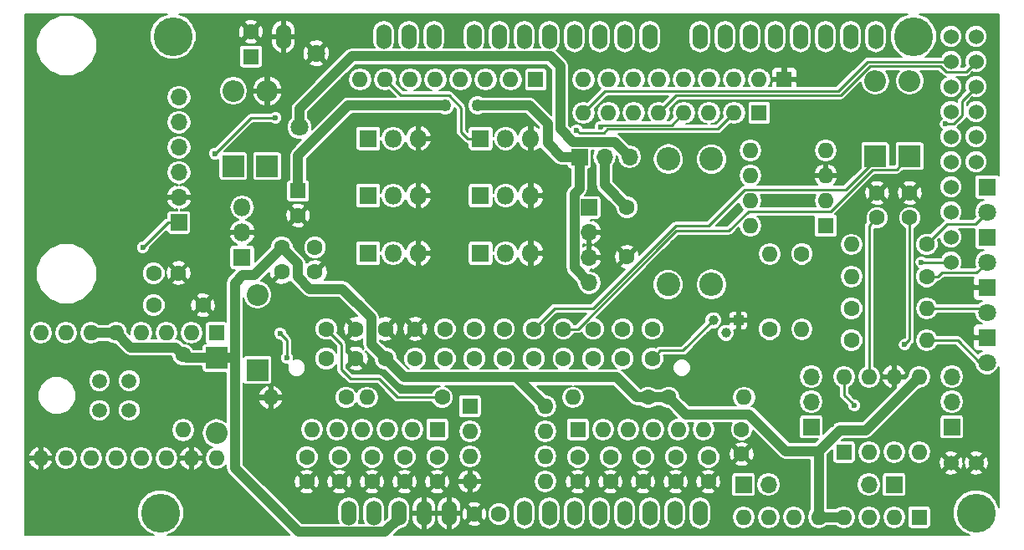
<source format=gbl>
G04 #@! TF.FileFunction,Copper,L2,Bot,Signal*
%FSLAX46Y46*%
G04 Gerber Fmt 4.6, Leading zero omitted, Abs format (unit mm)*
G04 Created by KiCad (PCBNEW 4.0.6) date 01/30/18 16:02:00*
%MOMM*%
%LPD*%
G01*
G04 APERTURE LIST*
%ADD10C,0.100000*%
%ADD11C,0.600000*%
%ADD12C,2.400000*%
%ADD13O,2.400000X2.400000*%
%ADD14R,1.600000X1.600000*%
%ADD15O,1.600000X1.600000*%
%ADD16R,1.800000X1.800000*%
%ADD17O,1.800000X1.800000*%
%ADD18C,1.600000*%
%ADD19R,2.200000X2.200000*%
%ADD20O,2.200000X2.200000*%
%ADD21C,1.800000*%
%ADD22R,1.700000X1.700000*%
%ADD23O,1.700000X1.700000*%
%ADD24C,1.000000*%
%ADD25R,1.000000X1.000000*%
%ADD26C,1.500000*%
%ADD27O,1.524000X2.540000*%
%ADD28C,3.937000*%
%ADD29C,1.524000*%
%ADD30C,1.250000*%
%ADD31C,1.000000*%
%ADD32C,0.250000*%
%ADD33C,0.150000*%
G04 APERTURE END LIST*
D10*
D11*
X156100000Y-108400000D03*
X148000000Y-100000000D03*
X145000000Y-100000000D03*
X142000000Y-100000000D03*
X139000000Y-100000000D03*
X136000000Y-100000000D03*
X157100000Y-99200000D03*
X168400000Y-104700000D03*
X153100000Y-104100000D03*
X169800000Y-107200000D03*
X146200000Y-107600000D03*
X152700000Y-110000000D03*
X132000000Y-108100000D03*
X124900000Y-108100000D03*
X114900000Y-76300000D03*
X108900000Y-81500000D03*
X111000000Y-91000000D03*
X120600000Y-100800000D03*
X122400000Y-102500000D03*
X127000000Y-100300000D03*
X132300000Y-102400000D03*
X142100000Y-72300000D03*
X175700000Y-85650000D03*
X130000000Y-105300000D03*
X189044580Y-75552300D03*
X95892620Y-98826320D03*
X146400000Y-84000000D03*
D12*
X161353500Y-79057500D03*
D13*
X161353500Y-91757500D03*
D11*
X149300000Y-102800000D03*
X172796200Y-96443800D03*
X179603400Y-74853800D03*
X187960000Y-88442800D03*
X170053000Y-77470000D03*
X170624500Y-85661500D03*
X175704500Y-84137500D03*
X172847000Y-92329000D03*
X182372000Y-92265500D03*
X178181000Y-90200000D03*
X97500000Y-101600000D03*
X124269500Y-85915500D03*
X123698000Y-77089000D03*
X125476000Y-91376500D03*
X128270000Y-94170500D03*
X119621300Y-93151960D03*
X119634000Y-95885000D03*
X185356500Y-91313000D03*
X163512500Y-87312500D03*
X167449500Y-83185000D03*
X158300000Y-82500000D03*
X163000000Y-85100000D03*
X158178500Y-87947500D03*
X168338500Y-90360500D03*
X154940000Y-79121000D03*
X155400000Y-84200000D03*
X153416000Y-92837000D03*
X159766000Y-76835000D03*
X153543000Y-81153000D03*
X180700000Y-95100000D03*
X178500000Y-98900000D03*
X178200000Y-86800000D03*
X178200000Y-95000000D03*
X140700000Y-111300000D03*
X140700000Y-108100000D03*
X140700000Y-104394000D03*
X138049000Y-79565500D03*
X137985500Y-85471000D03*
X133477000Y-84645500D03*
X140843000Y-86296500D03*
X140843000Y-80391000D03*
X124079000Y-72263000D03*
X127889000Y-79819500D03*
X127952500Y-85915500D03*
X153600000Y-87600000D03*
X137922000Y-90805000D03*
X146685000Y-80899000D03*
X163400000Y-100100000D03*
X158750000Y-95694500D03*
X134620000Y-64833500D03*
X158445200Y-65405000D03*
X156972000Y-68580000D03*
X111300000Y-88600000D03*
D14*
X168719500Y-70993000D03*
D15*
X166179500Y-70993000D03*
X163639500Y-70993000D03*
X161099500Y-70993000D03*
X158559500Y-70993000D03*
X156019500Y-70993000D03*
X153479500Y-70993000D03*
X150939500Y-70993000D03*
X148399500Y-70993000D03*
D16*
X126619000Y-88582500D03*
D17*
X129159000Y-88582500D03*
X131699000Y-88582500D03*
D16*
X126619000Y-82740500D03*
D17*
X129159000Y-82740500D03*
X131699000Y-82740500D03*
D16*
X126619000Y-76962000D03*
D17*
X129159000Y-76962000D03*
X131699000Y-76962000D03*
D16*
X137985500Y-76962000D03*
D17*
X140525500Y-76962000D03*
X143065500Y-76962000D03*
D16*
X137985500Y-82740500D03*
D17*
X140525500Y-82740500D03*
X143065500Y-82740500D03*
D16*
X137985500Y-88582500D03*
D17*
X140525500Y-88582500D03*
X143065500Y-88582500D03*
D18*
X122364500Y-96250500D03*
X125364500Y-96250500D03*
X128364500Y-96250500D03*
X131364500Y-96250500D03*
X134364500Y-96250500D03*
X137364500Y-96250500D03*
X140364500Y-96250500D03*
X143364500Y-96250500D03*
X146364500Y-96250500D03*
X149364500Y-96250500D03*
X152364500Y-96250500D03*
X155364500Y-96250500D03*
X122364500Y-99250500D03*
X125364500Y-99250500D03*
X128364500Y-99250500D03*
X131364500Y-99250500D03*
X134364500Y-99250500D03*
X137364500Y-99250500D03*
X140364500Y-99250500D03*
X143364500Y-99250500D03*
X146364500Y-99250500D03*
X149364500Y-99250500D03*
X152364500Y-99250500D03*
X155364500Y-99250500D03*
D19*
X116395500Y-79756000D03*
D20*
X116395500Y-72136000D03*
D11*
X114600000Y-97300000D03*
X98200000Y-87400000D03*
X102700000Y-93500000D03*
X166624000Y-108521500D03*
X184600000Y-112300000D03*
X175200000Y-110900000D03*
X174371000Y-74803000D03*
X169354500Y-109982000D03*
X185420000Y-116332000D03*
X99450000Y-116650000D03*
X122000000Y-115200000D03*
X115500000Y-108700000D03*
X109600000Y-102800000D03*
X93700000Y-93900000D03*
X115500000Y-105300000D03*
X93218000Y-82804000D03*
X101300000Y-78900000D03*
X105689400Y-75641200D03*
X92989400Y-73837800D03*
X92964000Y-65024000D03*
X159702500Y-103124000D03*
X175700000Y-105300000D03*
X189900000Y-69300000D03*
X186944000Y-65278000D03*
X175387000Y-68834000D03*
X183388000Y-106934000D03*
X177000000Y-103100000D03*
X173482000Y-105918000D03*
X167767000Y-102108000D03*
X172085000Y-70739000D03*
D18*
X123698000Y-111720000D03*
X123698000Y-109220000D03*
D12*
X156972000Y-91757500D03*
D13*
X156972000Y-79057500D03*
D14*
X114744500Y-68667000D03*
D18*
X114744500Y-66167000D03*
D14*
X119507000Y-82272500D03*
D18*
X119507000Y-84772500D03*
D21*
X119648500Y-75826000D03*
X121348500Y-68326000D03*
D14*
X143573500Y-70993000D03*
D15*
X141033500Y-70993000D03*
X138493500Y-70993000D03*
X135953500Y-70993000D03*
X133413500Y-70993000D03*
X130873500Y-70993000D03*
X128333500Y-70993000D03*
X125793500Y-70993000D03*
D14*
X133604000Y-106426000D03*
D15*
X131064000Y-106426000D03*
X128524000Y-106426000D03*
X125984000Y-106426000D03*
X123444000Y-106426000D03*
X120904000Y-106426000D03*
D14*
X147828000Y-106426000D03*
D15*
X150368000Y-106426000D03*
X152908000Y-106426000D03*
X155448000Y-106426000D03*
X157988000Y-106426000D03*
X160528000Y-106426000D03*
D16*
X189230000Y-97113600D03*
D21*
X189230000Y-99653600D03*
D16*
X189230000Y-92033600D03*
D21*
X189230000Y-94573600D03*
D16*
X189230000Y-86953600D03*
D21*
X189230000Y-89493600D03*
D16*
X189230000Y-81873600D03*
D21*
X189230000Y-84413600D03*
D14*
X172910500Y-85788500D03*
D15*
X165290500Y-78168500D03*
X172910500Y-83248500D03*
X165290500Y-80708500D03*
X172910500Y-80708500D03*
X165290500Y-83248500D03*
X172910500Y-78168500D03*
X165290500Y-85788500D03*
D19*
X111252000Y-99187000D03*
D20*
X111252000Y-106807000D03*
D19*
X112966500Y-79756000D03*
D20*
X112966500Y-72136000D03*
D19*
X181419500Y-78740000D03*
D20*
X181419500Y-71120000D03*
D19*
X177927000Y-78740000D03*
D20*
X177927000Y-71120000D03*
D18*
X181419500Y-82486500D03*
X181419500Y-84986500D03*
X178117500Y-82486500D03*
X178117500Y-84986500D03*
X120396000Y-109220000D03*
X120396000Y-111720000D03*
X104902000Y-90600000D03*
X107402000Y-90600000D03*
X121221500Y-87987500D03*
X121221500Y-90487500D03*
X133604000Y-109220000D03*
X133604000Y-111720000D03*
X130302000Y-109220000D03*
X130302000Y-111720000D03*
X139850500Y-115000000D03*
X137350500Y-115000000D03*
X127000000Y-109220000D03*
X127000000Y-111720000D03*
X151130000Y-109220000D03*
X151130000Y-111720000D03*
X164401500Y-106426000D03*
X164401500Y-108926000D03*
X161036000Y-109220000D03*
X161036000Y-111720000D03*
X157734000Y-109220000D03*
X157734000Y-111720000D03*
X154432000Y-109220000D03*
X154432000Y-111720000D03*
D16*
X113855500Y-89027000D03*
D17*
X113855500Y-86487000D03*
X113855500Y-83947000D03*
D18*
X117856000Y-87987500D03*
X117856000Y-90487500D03*
D14*
X174752000Y-108712000D03*
D15*
X182372000Y-101092000D03*
X177292000Y-108712000D03*
X179832000Y-101092000D03*
X179832000Y-108712000D03*
X177292000Y-101092000D03*
X182372000Y-108712000D03*
X174752000Y-101092000D03*
D18*
X147828000Y-109220000D03*
X147828000Y-111720000D03*
D14*
X136906000Y-104076500D03*
D15*
X144526000Y-111696500D03*
X136906000Y-106616500D03*
X144526000Y-109156500D03*
X136906000Y-109156500D03*
X144526000Y-106616500D03*
X136906000Y-111696500D03*
X144526000Y-104076500D03*
D14*
X182372000Y-115316000D03*
D15*
X179832000Y-115316000D03*
X177292000Y-115316000D03*
X174752000Y-115316000D03*
X172212000Y-115316000D03*
X169672000Y-115316000D03*
X167132000Y-115316000D03*
X164592000Y-115316000D03*
D14*
X111252000Y-96647000D03*
D15*
X93472000Y-109347000D03*
X108712000Y-96647000D03*
X96012000Y-109347000D03*
X106172000Y-96647000D03*
X98552000Y-109347000D03*
X103632000Y-96647000D03*
X101092000Y-109347000D03*
X101092000Y-96647000D03*
X103632000Y-109347000D03*
X98552000Y-96647000D03*
X106172000Y-109347000D03*
X96012000Y-96647000D03*
X108712000Y-109347000D03*
X93472000Y-96647000D03*
X111252000Y-109347000D03*
D22*
X107458000Y-85471000D03*
D23*
X107458000Y-82931000D03*
X107458000Y-80391000D03*
X107458000Y-77851000D03*
X107458000Y-75311000D03*
X107458000Y-72771000D03*
D24*
X162814000Y-96647000D03*
X161544000Y-95377000D03*
D25*
X164084000Y-95377000D03*
D22*
X164592000Y-112014000D03*
D23*
X167132000Y-112014000D03*
D22*
X179832000Y-112014000D03*
D23*
X177292000Y-112014000D03*
D22*
X185674000Y-106172000D03*
D23*
X185674000Y-103632000D03*
X185674000Y-101092000D03*
D22*
X171450000Y-106172000D03*
D23*
X171450000Y-103632000D03*
X171450000Y-101092000D03*
D22*
X147980886Y-78811466D03*
D23*
X150520886Y-78811466D03*
X153060886Y-78811466D03*
D14*
X166179500Y-74358500D03*
D15*
X163639500Y-74358500D03*
X161099500Y-74358500D03*
X158559500Y-74358500D03*
X156019500Y-74358500D03*
X153479500Y-74358500D03*
X150939500Y-74358500D03*
X148399500Y-74358500D03*
D18*
X134100000Y-103187500D03*
D15*
X126480000Y-103187500D03*
D18*
X154940000Y-103187500D03*
D15*
X147320000Y-103187500D03*
D18*
X157035500Y-103187500D03*
D15*
X164655500Y-103187500D03*
D18*
X124375000Y-103187500D03*
D15*
X116755000Y-103187500D03*
D18*
X183134000Y-87693500D03*
D15*
X175514000Y-87693500D03*
D18*
X183134000Y-90932000D03*
D15*
X175514000Y-90932000D03*
D18*
X175514000Y-94170500D03*
D15*
X183134000Y-94170500D03*
D18*
X175514000Y-97409000D03*
D15*
X183134000Y-97409000D03*
D18*
X167259000Y-96266000D03*
D15*
X167259000Y-88646000D03*
D18*
X170497500Y-88646000D03*
D15*
X170497500Y-96266000D03*
D18*
X107886500Y-98869500D03*
D15*
X107886500Y-106489500D03*
D26*
X102420000Y-104500000D03*
X99420000Y-104500000D03*
X102420000Y-101500000D03*
X99420000Y-101500000D03*
D19*
X115400000Y-100400000D03*
D20*
X115400000Y-92780000D03*
D27*
X170361100Y-66633600D03*
X172901100Y-66633600D03*
X155121100Y-114893600D03*
X152581100Y-114893600D03*
X150041100Y-114893600D03*
X142421100Y-114893600D03*
X144961100Y-114893600D03*
X147501100Y-114893600D03*
X134801100Y-114893600D03*
X132261100Y-114893600D03*
X127181100Y-114893600D03*
X124641100Y-114893600D03*
X144961100Y-66633600D03*
X142421100Y-66633600D03*
X139881100Y-66633600D03*
X137341100Y-66633600D03*
X133277100Y-66633600D03*
X130737100Y-66633600D03*
X118037100Y-66633600D03*
X129721100Y-114893600D03*
D28*
X188141100Y-114893600D03*
X181791100Y-66633600D03*
X106861100Y-66633600D03*
X105591100Y-114893600D03*
D29*
X185601100Y-69173600D03*
X188141100Y-69173600D03*
X185601100Y-66633600D03*
X188141100Y-66633600D03*
X185601100Y-109813600D03*
X188141100Y-109813600D03*
X185601100Y-71713600D03*
X188141100Y-71713600D03*
X188141100Y-74253600D03*
X185601100Y-89493600D03*
D27*
X147501100Y-66633600D03*
X150041100Y-66633600D03*
X152581100Y-66633600D03*
X155121100Y-66633600D03*
X175441100Y-66633600D03*
X177981100Y-66633600D03*
X167821100Y-66633600D03*
X165281100Y-66633600D03*
X162741100Y-66633600D03*
X160201100Y-66633600D03*
X157661100Y-114893600D03*
X160201100Y-114893600D03*
D29*
X185601100Y-79333600D03*
X188141100Y-79333600D03*
X185601100Y-76793600D03*
X188141100Y-76793600D03*
X185601100Y-74253600D03*
X185601100Y-81873600D03*
X185601100Y-86953600D03*
X185601100Y-84413600D03*
D27*
X128197100Y-66633600D03*
D18*
X152800000Y-88947000D03*
X152800000Y-83947000D03*
X104902000Y-93853000D03*
X109902000Y-93853000D03*
D22*
X148971000Y-83947000D03*
D23*
X148971000Y-86487000D03*
X148971000Y-89027000D03*
X148971000Y-91567000D03*
D30*
X137700000Y-73600004D03*
X134400002Y-73600000D03*
D11*
X175800000Y-104000000D03*
X180911500Y-97853500D03*
X147700000Y-76100000D03*
X150100000Y-75800000D03*
X185044711Y-75496406D03*
X182600000Y-89500000D03*
X117215920Y-74869040D03*
X111100000Y-78500000D03*
X103800000Y-88000000D03*
X117700000Y-96700000D03*
X118388228Y-99175010D03*
D31*
X182372000Y-101092000D02*
X176964000Y-106500000D01*
X176964000Y-106500000D02*
X174328998Y-106500000D01*
X174328998Y-106500000D02*
X172212000Y-108616998D01*
X147980886Y-78811466D02*
X146130886Y-78811466D01*
X146130886Y-78811466D02*
X144770990Y-77451570D01*
X144770990Y-77451570D02*
X144770990Y-75470990D01*
X144770990Y-75470990D02*
X142900004Y-73600004D01*
X142900004Y-73600004D02*
X138583883Y-73600004D01*
X138583883Y-73600004D02*
X137700000Y-73600004D01*
X133516119Y-73600000D02*
X134400002Y-73600000D01*
X124600006Y-73600000D02*
X133516119Y-73600000D01*
X119507000Y-78693006D02*
X124600006Y-73600000D01*
X119507000Y-82272500D02*
X119507000Y-78693006D01*
X101092000Y-96647000D02*
X102570280Y-98125280D01*
X102570280Y-98125280D02*
X107142280Y-98125280D01*
X107142280Y-98125280D02*
X107886500Y-98869500D01*
X107886500Y-98869500D02*
X108198920Y-99181920D01*
X108198920Y-99181920D02*
X111246920Y-99181920D01*
X129721100Y-114893600D02*
X129721100Y-115401600D01*
X113106200Y-110337202D02*
X113106200Y-99237800D01*
X129721100Y-115401600D02*
X128305560Y-116817140D01*
X119586138Y-116817140D02*
X113106200Y-110337202D01*
X128305560Y-116817140D02*
X119586138Y-116817140D01*
X147980886Y-78811466D02*
X147980886Y-82067112D01*
X147980886Y-82067112D02*
X147470999Y-82576999D01*
X147470999Y-90066999D02*
X148971000Y-91567000D01*
X147470999Y-82576999D02*
X147470999Y-90066999D01*
X128364500Y-99250500D02*
X126914499Y-97800499D01*
X119500000Y-91000000D02*
X119500000Y-89631500D01*
X126914499Y-97800499D02*
X126914499Y-95114499D01*
X126914499Y-95114499D02*
X123993999Y-92193999D01*
X123993999Y-92193999D02*
X120693999Y-92193999D01*
X120693999Y-92193999D02*
X119500000Y-91000000D01*
X119500000Y-89631500D02*
X117856000Y-87987500D01*
X117856000Y-87987500D02*
X115043500Y-90800000D01*
X113900000Y-90800000D02*
X113100000Y-91600000D01*
X115043500Y-90800000D02*
X113900000Y-90800000D01*
X113106200Y-91606200D02*
X113100000Y-91600000D01*
X113106200Y-98094800D02*
X113106200Y-91606200D01*
X113106200Y-99237800D02*
X113106200Y-98094800D01*
X111252000Y-99187000D02*
X113102000Y-99187000D01*
X154940000Y-103187500D02*
X153808630Y-103187500D01*
X153808630Y-103187500D02*
X151768131Y-101147001D01*
X151768131Y-101147001D02*
X141596501Y-101147001D01*
X157035500Y-103187500D02*
X154940000Y-103187500D01*
X157035500Y-103187500D02*
X158750000Y-104902000D01*
X158750000Y-104902000D02*
X165163500Y-104902000D01*
X165163500Y-104902000D02*
X168878498Y-108616998D01*
X168878498Y-108616998D02*
X172212000Y-108616998D01*
X141596501Y-101147001D02*
X130261001Y-101147001D01*
X130261001Y-101147001D02*
X128364500Y-99250500D01*
X144526000Y-104076500D02*
X141596501Y-101147001D01*
X101092000Y-96647000D02*
X98552000Y-96647000D01*
X129794000Y-114820700D02*
X129721100Y-114893600D01*
X172212000Y-108616998D02*
X172212000Y-110236000D01*
X172212000Y-115316000D02*
X174752000Y-115316000D01*
X172212000Y-110236000D02*
X172212000Y-115316000D01*
X145034000Y-68643500D02*
X146045991Y-69655491D01*
D32*
X134100000Y-103187500D02*
X129587500Y-103187500D01*
X129587500Y-103187500D02*
X127700000Y-101300000D01*
X127700000Y-101300000D02*
X124800000Y-101300000D01*
X124800000Y-101300000D02*
X123888500Y-100388500D01*
X123888500Y-100388500D02*
X123888500Y-97774500D01*
X123888500Y-97774500D02*
X122364500Y-96250500D01*
D31*
X129603500Y-68643500D02*
X145034000Y-68643500D01*
X124956500Y-68643500D02*
X119648500Y-73951500D01*
X129603500Y-68643500D02*
X124956500Y-68643500D01*
X119648500Y-73951500D02*
X119648500Y-75826000D01*
X147351965Y-77311465D02*
X151560885Y-77311465D01*
X146045991Y-76005491D02*
X147351965Y-77311465D01*
X146045991Y-69655491D02*
X146045991Y-76005491D01*
X151560885Y-77311465D02*
X153060886Y-78811466D01*
D32*
X111188500Y-106807000D02*
X111252000Y-106807000D01*
X178117500Y-84986500D02*
X177292000Y-85812000D01*
X177292000Y-85812000D02*
X177292000Y-101092000D01*
X174752000Y-101092000D02*
X174752000Y-102952000D01*
X174752000Y-102952000D02*
X175500001Y-103700001D01*
X175500001Y-103700001D02*
X175800000Y-104000000D01*
X181419500Y-84986500D02*
X181419500Y-97345500D01*
X181419500Y-97345500D02*
X180911500Y-97853500D01*
X183134000Y-87693500D02*
X183134000Y-87666000D01*
X185200000Y-85600000D02*
X188043600Y-85600000D01*
X183134000Y-87666000D02*
X185200000Y-85600000D01*
X188043600Y-85600000D02*
X189230000Y-84413600D01*
X183134000Y-94170500D02*
X188826900Y-94170500D01*
X188826900Y-94170500D02*
X189230000Y-94573600D01*
X150851002Y-76000000D02*
X150451003Y-76399999D01*
X163639500Y-74358500D02*
X161998000Y-76000000D01*
X161998000Y-76000000D02*
X150851002Y-76000000D01*
X150451003Y-76399999D02*
X147999999Y-76399999D01*
X147999999Y-76399999D02*
X147700000Y-76100000D01*
X137985500Y-76962000D02*
X136662000Y-76962000D01*
X136662000Y-76962000D02*
X136000000Y-76300000D01*
X136000000Y-76300000D02*
X136000000Y-73826500D01*
X136000000Y-73826500D02*
X134773500Y-72600000D01*
X134773500Y-72600000D02*
X129940500Y-72600000D01*
X129940500Y-72600000D02*
X128333500Y-70993000D01*
X156019500Y-74358500D02*
X157797500Y-72580500D01*
X157797500Y-72580500D02*
X174431498Y-72580500D01*
X174431498Y-72580500D02*
X177411998Y-69600000D01*
X177411998Y-69600000D02*
X184492738Y-69600000D01*
X184492738Y-69600000D02*
X185103339Y-70210601D01*
X185103339Y-70210601D02*
X187104099Y-70210601D01*
X187104099Y-70210601D02*
X188141100Y-69173600D01*
X174141499Y-72175001D02*
X177142900Y-69173600D01*
X177142900Y-69173600D02*
X185601100Y-69173600D01*
X148399500Y-74358500D02*
X150582999Y-72175001D01*
X150582999Y-72175001D02*
X174141499Y-72175001D01*
D31*
X150520886Y-78811466D02*
X150520886Y-81667886D01*
X150520886Y-81667886D02*
X152800000Y-83947000D01*
D32*
X183134000Y-90932000D02*
X184265370Y-90932000D01*
X184265370Y-90932000D02*
X184666769Y-90530601D01*
X184666769Y-90530601D02*
X188192999Y-90530601D01*
X188192999Y-90530601D02*
X189230000Y-89493600D01*
X183134000Y-97409000D02*
X186258200Y-97409000D01*
X186258200Y-97409000D02*
X188502800Y-99653600D01*
X188502800Y-99653600D02*
X189230000Y-99653600D01*
X150300011Y-75599989D02*
X150100000Y-75800000D01*
X157318011Y-75599989D02*
X150300011Y-75599989D01*
X158559500Y-74358500D02*
X157318011Y-75599989D01*
X188141100Y-71713600D02*
X186690000Y-73164700D01*
X186690000Y-73164700D02*
X186690000Y-74655764D01*
X185849358Y-75496406D02*
X185044711Y-75496406D01*
X186690000Y-74655764D02*
X185849358Y-75496406D01*
X185601100Y-89493600D02*
X182606400Y-89493600D01*
X182606400Y-89493600D02*
X182600000Y-89500000D01*
X177927000Y-79184500D02*
X177927000Y-78740000D01*
X174938001Y-82173499D02*
X177927000Y-79184500D01*
X161100000Y-85800000D02*
X164726501Y-82173499D01*
X164726501Y-82173499D02*
X174938001Y-82173499D01*
X157722500Y-85800000D02*
X161100000Y-85800000D01*
X149352000Y-94170500D02*
X157722500Y-85800000D01*
X145444500Y-94170500D02*
X149352000Y-94170500D01*
X143364500Y-96250500D02*
X145444500Y-94170500D01*
X181419500Y-78780500D02*
X181419500Y-78740000D01*
X180084999Y-80115001D02*
X181419500Y-78780500D01*
X177635001Y-80115001D02*
X180084999Y-80115001D01*
X173426501Y-84323501D02*
X177635001Y-80115001D01*
X163131500Y-86296500D02*
X165104499Y-84323501D01*
X157797500Y-86296500D02*
X163131500Y-86296500D01*
X165104499Y-84323501D02*
X173426501Y-84323501D01*
X156845000Y-87249000D02*
X157797500Y-86296500D01*
X156839200Y-87249000D02*
X156845000Y-87249000D01*
X147837700Y-96250500D02*
X156839200Y-87249000D01*
X146364500Y-96250500D02*
X147837700Y-96250500D01*
X155364500Y-99250500D02*
X156164499Y-98450501D01*
X156164499Y-98450501D02*
X158470499Y-98450501D01*
X158470499Y-98450501D02*
X161544000Y-95377000D01*
X116791656Y-74869040D02*
X117215920Y-74869040D01*
X114730960Y-74869040D02*
X116791656Y-74869040D01*
X111100000Y-78500000D02*
X114730960Y-74869040D01*
X107458000Y-85471000D02*
X106329000Y-85471000D01*
X106329000Y-85471000D02*
X103800000Y-88000000D01*
X118388228Y-97388228D02*
X117700000Y-96700000D01*
X118388228Y-99175010D02*
X118388228Y-97388228D01*
D33*
G36*
X105535348Y-64645719D02*
X104875536Y-65304381D01*
X104518008Y-66165404D01*
X104517194Y-67097706D01*
X104873219Y-67959352D01*
X105531881Y-68619164D01*
X106392904Y-68976692D01*
X107325206Y-68977506D01*
X108186852Y-68621481D01*
X108846664Y-67962819D01*
X108886451Y-67867000D01*
X113562154Y-67867000D01*
X113562154Y-69467000D01*
X113588302Y-69605966D01*
X113670431Y-69733599D01*
X113795746Y-69819223D01*
X113944500Y-69849346D01*
X115544500Y-69849346D01*
X115683466Y-69823198D01*
X115811099Y-69741069D01*
X115896723Y-69615754D01*
X115926846Y-69467000D01*
X115926846Y-69348617D01*
X120573370Y-69348617D01*
X120672485Y-69554184D01*
X121193949Y-69719394D01*
X121738942Y-69672472D01*
X122024515Y-69554184D01*
X122123630Y-69348617D01*
X121348500Y-68573487D01*
X120573370Y-69348617D01*
X115926846Y-69348617D01*
X115926846Y-67867000D01*
X115900698Y-67728034D01*
X115818569Y-67600401D01*
X115693254Y-67514777D01*
X115544500Y-67484654D01*
X113944500Y-67484654D01*
X113805534Y-67510802D01*
X113677901Y-67592931D01*
X113592277Y-67718246D01*
X113562154Y-67867000D01*
X108886451Y-67867000D01*
X109197969Y-67116782D01*
X114042206Y-67116782D01*
X114128925Y-67311995D01*
X114613953Y-67460408D01*
X115118856Y-67411911D01*
X115360075Y-67311995D01*
X115446794Y-67116782D01*
X114744500Y-66414487D01*
X114042206Y-67116782D01*
X109197969Y-67116782D01*
X109204192Y-67101796D01*
X109205006Y-66169494D01*
X109150035Y-66036453D01*
X113451092Y-66036453D01*
X113499589Y-66541356D01*
X113599505Y-66782575D01*
X113794718Y-66869294D01*
X114497013Y-66167000D01*
X114991987Y-66167000D01*
X115694282Y-66869294D01*
X115830910Y-66808600D01*
X116800100Y-66808600D01*
X116800100Y-67316600D01*
X116961231Y-67776658D01*
X117286153Y-68140034D01*
X117672691Y-68323707D01*
X117862100Y-68246072D01*
X117862100Y-66808600D01*
X118212100Y-66808600D01*
X118212100Y-68246072D01*
X118401509Y-68323707D01*
X118721934Y-68171449D01*
X119955106Y-68171449D01*
X120002028Y-68716442D01*
X120120316Y-69002015D01*
X120325883Y-69101130D01*
X121101013Y-68326000D01*
X121595987Y-68326000D01*
X122371117Y-69101130D01*
X122576684Y-69002015D01*
X122741894Y-68480551D01*
X122694972Y-67935558D01*
X122576684Y-67649985D01*
X122371117Y-67550870D01*
X121595987Y-68326000D01*
X121101013Y-68326000D01*
X120325883Y-67550870D01*
X120120316Y-67649985D01*
X119955106Y-68171449D01*
X118721934Y-68171449D01*
X118788047Y-68140034D01*
X119112969Y-67776658D01*
X119274100Y-67316600D01*
X119274100Y-67303383D01*
X120573370Y-67303383D01*
X121348500Y-68078513D01*
X122123630Y-67303383D01*
X122024515Y-67097816D01*
X121503051Y-66932606D01*
X120958058Y-66979528D01*
X120672485Y-67097816D01*
X120573370Y-67303383D01*
X119274100Y-67303383D01*
X119274100Y-66808600D01*
X118212100Y-66808600D01*
X117862100Y-66808600D01*
X116800100Y-66808600D01*
X115830910Y-66808600D01*
X115889495Y-66782575D01*
X116037908Y-66297547D01*
X116004584Y-65950600D01*
X116800100Y-65950600D01*
X116800100Y-66458600D01*
X117862100Y-66458600D01*
X117862100Y-65021128D01*
X118212100Y-65021128D01*
X118212100Y-66458600D01*
X119274100Y-66458600D01*
X119274100Y-65950600D01*
X119112969Y-65490542D01*
X118788047Y-65127166D01*
X118401509Y-64943493D01*
X118212100Y-65021128D01*
X117862100Y-65021128D01*
X117672691Y-64943493D01*
X117286153Y-65127166D01*
X116961231Y-65490542D01*
X116800100Y-65950600D01*
X116004584Y-65950600D01*
X115989411Y-65792644D01*
X115889495Y-65551425D01*
X115694282Y-65464706D01*
X114991987Y-66167000D01*
X114497013Y-66167000D01*
X113794718Y-65464706D01*
X113599505Y-65551425D01*
X113451092Y-66036453D01*
X109150035Y-66036453D01*
X108848981Y-65307848D01*
X108758509Y-65217218D01*
X114042206Y-65217218D01*
X114744500Y-65919513D01*
X115446794Y-65217218D01*
X115360075Y-65022005D01*
X114875047Y-64873592D01*
X114370144Y-64922089D01*
X114128925Y-65022005D01*
X114042206Y-65217218D01*
X108758509Y-65217218D01*
X108190319Y-64648036D01*
X107426812Y-64331000D01*
X181227026Y-64331000D01*
X180465348Y-64645719D01*
X179805536Y-65304381D01*
X179448008Y-66165404D01*
X179447194Y-67097706D01*
X179803219Y-67959352D01*
X180461881Y-68619164D01*
X180592977Y-68673600D01*
X177142900Y-68673600D01*
X176951558Y-68711660D01*
X176789347Y-68820047D01*
X173934393Y-71675001D01*
X169994500Y-71675001D01*
X169994500Y-71286750D01*
X169875750Y-71168000D01*
X168894500Y-71168000D01*
X168894500Y-71188000D01*
X168544500Y-71188000D01*
X168544500Y-71168000D01*
X167563250Y-71168000D01*
X167444500Y-71286750D01*
X167444500Y-71675001D01*
X167132828Y-71675001D01*
X167288078Y-71442653D01*
X167377520Y-70993000D01*
X167288078Y-70543347D01*
X167033370Y-70162150D01*
X166938136Y-70098516D01*
X167444500Y-70098516D01*
X167444500Y-70699250D01*
X167563250Y-70818000D01*
X168544500Y-70818000D01*
X168544500Y-69836750D01*
X168894500Y-69836750D01*
X168894500Y-70818000D01*
X169875750Y-70818000D01*
X169994500Y-70699250D01*
X169994500Y-70098516D01*
X169922185Y-69923934D01*
X169788566Y-69790314D01*
X169613983Y-69718000D01*
X169013250Y-69718000D01*
X168894500Y-69836750D01*
X168544500Y-69836750D01*
X168425750Y-69718000D01*
X167825017Y-69718000D01*
X167650434Y-69790314D01*
X167516815Y-69923934D01*
X167444500Y-70098516D01*
X166938136Y-70098516D01*
X166652173Y-69907442D01*
X166202520Y-69818000D01*
X166156480Y-69818000D01*
X165706827Y-69907442D01*
X165325630Y-70162150D01*
X165070922Y-70543347D01*
X164981480Y-70993000D01*
X165070922Y-71442653D01*
X165226172Y-71675001D01*
X164592828Y-71675001D01*
X164748078Y-71442653D01*
X164837520Y-70993000D01*
X164748078Y-70543347D01*
X164493370Y-70162150D01*
X164112173Y-69907442D01*
X163662520Y-69818000D01*
X163616480Y-69818000D01*
X163166827Y-69907442D01*
X162785630Y-70162150D01*
X162530922Y-70543347D01*
X162441480Y-70993000D01*
X162530922Y-71442653D01*
X162686172Y-71675001D01*
X162052828Y-71675001D01*
X162208078Y-71442653D01*
X162297520Y-70993000D01*
X162208078Y-70543347D01*
X161953370Y-70162150D01*
X161572173Y-69907442D01*
X161122520Y-69818000D01*
X161076480Y-69818000D01*
X160626827Y-69907442D01*
X160245630Y-70162150D01*
X159990922Y-70543347D01*
X159901480Y-70993000D01*
X159990922Y-71442653D01*
X160146172Y-71675001D01*
X159512828Y-71675001D01*
X159668078Y-71442653D01*
X159757520Y-70993000D01*
X159668078Y-70543347D01*
X159413370Y-70162150D01*
X159032173Y-69907442D01*
X158582520Y-69818000D01*
X158536480Y-69818000D01*
X158086827Y-69907442D01*
X157705630Y-70162150D01*
X157450922Y-70543347D01*
X157361480Y-70993000D01*
X157450922Y-71442653D01*
X157606172Y-71675001D01*
X156972828Y-71675001D01*
X157128078Y-71442653D01*
X157217520Y-70993000D01*
X157128078Y-70543347D01*
X156873370Y-70162150D01*
X156492173Y-69907442D01*
X156042520Y-69818000D01*
X155996480Y-69818000D01*
X155546827Y-69907442D01*
X155165630Y-70162150D01*
X154910922Y-70543347D01*
X154821480Y-70993000D01*
X154910922Y-71442653D01*
X155066172Y-71675001D01*
X154432828Y-71675001D01*
X154588078Y-71442653D01*
X154677520Y-70993000D01*
X154588078Y-70543347D01*
X154333370Y-70162150D01*
X153952173Y-69907442D01*
X153502520Y-69818000D01*
X153456480Y-69818000D01*
X153006827Y-69907442D01*
X152625630Y-70162150D01*
X152370922Y-70543347D01*
X152281480Y-70993000D01*
X152370922Y-71442653D01*
X152526172Y-71675001D01*
X151892828Y-71675001D01*
X152048078Y-71442653D01*
X152137520Y-70993000D01*
X152048078Y-70543347D01*
X151793370Y-70162150D01*
X151412173Y-69907442D01*
X150962520Y-69818000D01*
X150916480Y-69818000D01*
X150466827Y-69907442D01*
X150085630Y-70162150D01*
X149830922Y-70543347D01*
X149741480Y-70993000D01*
X149830922Y-71442653D01*
X150085630Y-71823850D01*
X150170401Y-71880493D01*
X148793584Y-73257310D01*
X148422520Y-73183500D01*
X148376480Y-73183500D01*
X147926827Y-73272942D01*
X147545630Y-73527650D01*
X147290922Y-73908847D01*
X147201480Y-74358500D01*
X147290922Y-74808153D01*
X147545630Y-75189350D01*
X147926827Y-75444058D01*
X148376480Y-75533500D01*
X148422520Y-75533500D01*
X148872173Y-75444058D01*
X149253370Y-75189350D01*
X149508078Y-74808153D01*
X149597520Y-74358500D01*
X149516072Y-73949034D01*
X150790105Y-72675001D01*
X156995892Y-72675001D01*
X156413584Y-73257310D01*
X156042520Y-73183500D01*
X155996480Y-73183500D01*
X155546827Y-73272942D01*
X155165630Y-73527650D01*
X154910922Y-73908847D01*
X154821480Y-74358500D01*
X154910922Y-74808153D01*
X155105921Y-75099989D01*
X154393079Y-75099989D01*
X154588078Y-74808153D01*
X154677520Y-74358500D01*
X154588078Y-73908847D01*
X154333370Y-73527650D01*
X153952173Y-73272942D01*
X153502520Y-73183500D01*
X153456480Y-73183500D01*
X153006827Y-73272942D01*
X152625630Y-73527650D01*
X152370922Y-73908847D01*
X152281480Y-74358500D01*
X152370922Y-74808153D01*
X152565921Y-75099989D01*
X151853079Y-75099989D01*
X152048078Y-74808153D01*
X152137520Y-74358500D01*
X152048078Y-73908847D01*
X151793370Y-73527650D01*
X151412173Y-73272942D01*
X150962520Y-73183500D01*
X150916480Y-73183500D01*
X150466827Y-73272942D01*
X150085630Y-73527650D01*
X149830922Y-73908847D01*
X149741480Y-74358500D01*
X149830922Y-74808153D01*
X150042599Y-75124949D01*
X149966323Y-75124883D01*
X149718143Y-75227429D01*
X149528097Y-75417144D01*
X149425117Y-75665145D01*
X149424912Y-75899999D01*
X148347712Y-75899999D01*
X148272571Y-75718143D01*
X148082856Y-75528097D01*
X147834855Y-75425117D01*
X147566323Y-75424883D01*
X147318143Y-75527429D01*
X147128097Y-75717144D01*
X147089069Y-75811133D01*
X146920991Y-75643055D01*
X146920991Y-70993000D01*
X147201480Y-70993000D01*
X147290922Y-71442653D01*
X147545630Y-71823850D01*
X147926827Y-72078558D01*
X148376480Y-72168000D01*
X148422520Y-72168000D01*
X148872173Y-72078558D01*
X149253370Y-71823850D01*
X149508078Y-71442653D01*
X149597520Y-70993000D01*
X149508078Y-70543347D01*
X149253370Y-70162150D01*
X148872173Y-69907442D01*
X148422520Y-69818000D01*
X148376480Y-69818000D01*
X147926827Y-69907442D01*
X147545630Y-70162150D01*
X147290922Y-70543347D01*
X147201480Y-70993000D01*
X146920991Y-70993000D01*
X146920991Y-69655491D01*
X146854386Y-69320643D01*
X146854386Y-69320642D01*
X146664709Y-69036772D01*
X145669565Y-68041629D01*
X145765080Y-67977807D01*
X146011551Y-67608938D01*
X146098100Y-67173827D01*
X146098100Y-66093373D01*
X146364100Y-66093373D01*
X146364100Y-67173827D01*
X146450649Y-67608938D01*
X146697120Y-67977807D01*
X147065989Y-68224278D01*
X147501100Y-68310827D01*
X147936211Y-68224278D01*
X148305080Y-67977807D01*
X148551551Y-67608938D01*
X148638100Y-67173827D01*
X148638100Y-66093373D01*
X148904100Y-66093373D01*
X148904100Y-67173827D01*
X148990649Y-67608938D01*
X149237120Y-67977807D01*
X149605989Y-68224278D01*
X150041100Y-68310827D01*
X150476211Y-68224278D01*
X150845080Y-67977807D01*
X151091551Y-67608938D01*
X151178100Y-67173827D01*
X151178100Y-66093373D01*
X151444100Y-66093373D01*
X151444100Y-67173827D01*
X151530649Y-67608938D01*
X151777120Y-67977807D01*
X152145989Y-68224278D01*
X152581100Y-68310827D01*
X153016211Y-68224278D01*
X153385080Y-67977807D01*
X153631551Y-67608938D01*
X153718100Y-67173827D01*
X153718100Y-66093373D01*
X153984100Y-66093373D01*
X153984100Y-67173827D01*
X154070649Y-67608938D01*
X154317120Y-67977807D01*
X154685989Y-68224278D01*
X155121100Y-68310827D01*
X155556211Y-68224278D01*
X155925080Y-67977807D01*
X156171551Y-67608938D01*
X156258100Y-67173827D01*
X156258100Y-66093373D01*
X159064100Y-66093373D01*
X159064100Y-67173827D01*
X159150649Y-67608938D01*
X159397120Y-67977807D01*
X159765989Y-68224278D01*
X160201100Y-68310827D01*
X160636211Y-68224278D01*
X161005080Y-67977807D01*
X161251551Y-67608938D01*
X161338100Y-67173827D01*
X161338100Y-66093373D01*
X161604100Y-66093373D01*
X161604100Y-67173827D01*
X161690649Y-67608938D01*
X161937120Y-67977807D01*
X162305989Y-68224278D01*
X162741100Y-68310827D01*
X163176211Y-68224278D01*
X163545080Y-67977807D01*
X163791551Y-67608938D01*
X163878100Y-67173827D01*
X163878100Y-66093373D01*
X164144100Y-66093373D01*
X164144100Y-67173827D01*
X164230649Y-67608938D01*
X164477120Y-67977807D01*
X164845989Y-68224278D01*
X165281100Y-68310827D01*
X165716211Y-68224278D01*
X166085080Y-67977807D01*
X166331551Y-67608938D01*
X166418100Y-67173827D01*
X166418100Y-66093373D01*
X166684100Y-66093373D01*
X166684100Y-67173827D01*
X166770649Y-67608938D01*
X167017120Y-67977807D01*
X167385989Y-68224278D01*
X167821100Y-68310827D01*
X168256211Y-68224278D01*
X168625080Y-67977807D01*
X168871551Y-67608938D01*
X168958100Y-67173827D01*
X168958100Y-66093373D01*
X169224100Y-66093373D01*
X169224100Y-67173827D01*
X169310649Y-67608938D01*
X169557120Y-67977807D01*
X169925989Y-68224278D01*
X170361100Y-68310827D01*
X170796211Y-68224278D01*
X171165080Y-67977807D01*
X171411551Y-67608938D01*
X171498100Y-67173827D01*
X171498100Y-66093373D01*
X171764100Y-66093373D01*
X171764100Y-67173827D01*
X171850649Y-67608938D01*
X172097120Y-67977807D01*
X172465989Y-68224278D01*
X172901100Y-68310827D01*
X173336211Y-68224278D01*
X173705080Y-67977807D01*
X173951551Y-67608938D01*
X174038100Y-67173827D01*
X174038100Y-66093373D01*
X174304100Y-66093373D01*
X174304100Y-67173827D01*
X174390649Y-67608938D01*
X174637120Y-67977807D01*
X175005989Y-68224278D01*
X175441100Y-68310827D01*
X175876211Y-68224278D01*
X176245080Y-67977807D01*
X176491551Y-67608938D01*
X176578100Y-67173827D01*
X176578100Y-66093373D01*
X176844100Y-66093373D01*
X176844100Y-67173827D01*
X176930649Y-67608938D01*
X177177120Y-67977807D01*
X177545989Y-68224278D01*
X177981100Y-68310827D01*
X178416211Y-68224278D01*
X178785080Y-67977807D01*
X179031551Y-67608938D01*
X179118100Y-67173827D01*
X179118100Y-66093373D01*
X179031551Y-65658262D01*
X178785080Y-65289393D01*
X178416211Y-65042922D01*
X177981100Y-64956373D01*
X177545989Y-65042922D01*
X177177120Y-65289393D01*
X176930649Y-65658262D01*
X176844100Y-66093373D01*
X176578100Y-66093373D01*
X176491551Y-65658262D01*
X176245080Y-65289393D01*
X175876211Y-65042922D01*
X175441100Y-64956373D01*
X175005989Y-65042922D01*
X174637120Y-65289393D01*
X174390649Y-65658262D01*
X174304100Y-66093373D01*
X174038100Y-66093373D01*
X173951551Y-65658262D01*
X173705080Y-65289393D01*
X173336211Y-65042922D01*
X172901100Y-64956373D01*
X172465989Y-65042922D01*
X172097120Y-65289393D01*
X171850649Y-65658262D01*
X171764100Y-66093373D01*
X171498100Y-66093373D01*
X171411551Y-65658262D01*
X171165080Y-65289393D01*
X170796211Y-65042922D01*
X170361100Y-64956373D01*
X169925989Y-65042922D01*
X169557120Y-65289393D01*
X169310649Y-65658262D01*
X169224100Y-66093373D01*
X168958100Y-66093373D01*
X168871551Y-65658262D01*
X168625080Y-65289393D01*
X168256211Y-65042922D01*
X167821100Y-64956373D01*
X167385989Y-65042922D01*
X167017120Y-65289393D01*
X166770649Y-65658262D01*
X166684100Y-66093373D01*
X166418100Y-66093373D01*
X166331551Y-65658262D01*
X166085080Y-65289393D01*
X165716211Y-65042922D01*
X165281100Y-64956373D01*
X164845989Y-65042922D01*
X164477120Y-65289393D01*
X164230649Y-65658262D01*
X164144100Y-66093373D01*
X163878100Y-66093373D01*
X163791551Y-65658262D01*
X163545080Y-65289393D01*
X163176211Y-65042922D01*
X162741100Y-64956373D01*
X162305989Y-65042922D01*
X161937120Y-65289393D01*
X161690649Y-65658262D01*
X161604100Y-66093373D01*
X161338100Y-66093373D01*
X161251551Y-65658262D01*
X161005080Y-65289393D01*
X160636211Y-65042922D01*
X160201100Y-64956373D01*
X159765989Y-65042922D01*
X159397120Y-65289393D01*
X159150649Y-65658262D01*
X159064100Y-66093373D01*
X156258100Y-66093373D01*
X156171551Y-65658262D01*
X155925080Y-65289393D01*
X155556211Y-65042922D01*
X155121100Y-64956373D01*
X154685989Y-65042922D01*
X154317120Y-65289393D01*
X154070649Y-65658262D01*
X153984100Y-66093373D01*
X153718100Y-66093373D01*
X153631551Y-65658262D01*
X153385080Y-65289393D01*
X153016211Y-65042922D01*
X152581100Y-64956373D01*
X152145989Y-65042922D01*
X151777120Y-65289393D01*
X151530649Y-65658262D01*
X151444100Y-66093373D01*
X151178100Y-66093373D01*
X151091551Y-65658262D01*
X150845080Y-65289393D01*
X150476211Y-65042922D01*
X150041100Y-64956373D01*
X149605989Y-65042922D01*
X149237120Y-65289393D01*
X148990649Y-65658262D01*
X148904100Y-66093373D01*
X148638100Y-66093373D01*
X148551551Y-65658262D01*
X148305080Y-65289393D01*
X147936211Y-65042922D01*
X147501100Y-64956373D01*
X147065989Y-65042922D01*
X146697120Y-65289393D01*
X146450649Y-65658262D01*
X146364100Y-66093373D01*
X146098100Y-66093373D01*
X146011551Y-65658262D01*
X145765080Y-65289393D01*
X145396211Y-65042922D01*
X144961100Y-64956373D01*
X144525989Y-65042922D01*
X144157120Y-65289393D01*
X143910649Y-65658262D01*
X143824100Y-66093373D01*
X143824100Y-67173827D01*
X143910649Y-67608938D01*
X144017265Y-67768500D01*
X143364935Y-67768500D01*
X143471551Y-67608938D01*
X143558100Y-67173827D01*
X143558100Y-66093373D01*
X143471551Y-65658262D01*
X143225080Y-65289393D01*
X142856211Y-65042922D01*
X142421100Y-64956373D01*
X141985989Y-65042922D01*
X141617120Y-65289393D01*
X141370649Y-65658262D01*
X141284100Y-66093373D01*
X141284100Y-67173827D01*
X141370649Y-67608938D01*
X141477265Y-67768500D01*
X140824935Y-67768500D01*
X140931551Y-67608938D01*
X141018100Y-67173827D01*
X141018100Y-66093373D01*
X140931551Y-65658262D01*
X140685080Y-65289393D01*
X140316211Y-65042922D01*
X139881100Y-64956373D01*
X139445989Y-65042922D01*
X139077120Y-65289393D01*
X138830649Y-65658262D01*
X138744100Y-66093373D01*
X138744100Y-67173827D01*
X138830649Y-67608938D01*
X138937265Y-67768500D01*
X138284935Y-67768500D01*
X138391551Y-67608938D01*
X138478100Y-67173827D01*
X138478100Y-66093373D01*
X138391551Y-65658262D01*
X138145080Y-65289393D01*
X137776211Y-65042922D01*
X137341100Y-64956373D01*
X136905989Y-65042922D01*
X136537120Y-65289393D01*
X136290649Y-65658262D01*
X136204100Y-66093373D01*
X136204100Y-67173827D01*
X136290649Y-67608938D01*
X136397265Y-67768500D01*
X134220935Y-67768500D01*
X134327551Y-67608938D01*
X134414100Y-67173827D01*
X134414100Y-66093373D01*
X134327551Y-65658262D01*
X134081080Y-65289393D01*
X133712211Y-65042922D01*
X133277100Y-64956373D01*
X132841989Y-65042922D01*
X132473120Y-65289393D01*
X132226649Y-65658262D01*
X132140100Y-66093373D01*
X132140100Y-67173827D01*
X132226649Y-67608938D01*
X132333265Y-67768500D01*
X131680935Y-67768500D01*
X131787551Y-67608938D01*
X131874100Y-67173827D01*
X131874100Y-66093373D01*
X131787551Y-65658262D01*
X131541080Y-65289393D01*
X131172211Y-65042922D01*
X130737100Y-64956373D01*
X130301989Y-65042922D01*
X129933120Y-65289393D01*
X129686649Y-65658262D01*
X129600100Y-66093373D01*
X129600100Y-67173827D01*
X129686649Y-67608938D01*
X129793265Y-67768500D01*
X129140935Y-67768500D01*
X129247551Y-67608938D01*
X129334100Y-67173827D01*
X129334100Y-66093373D01*
X129247551Y-65658262D01*
X129001080Y-65289393D01*
X128632211Y-65042922D01*
X128197100Y-64956373D01*
X127761989Y-65042922D01*
X127393120Y-65289393D01*
X127146649Y-65658262D01*
X127060100Y-66093373D01*
X127060100Y-67173827D01*
X127146649Y-67608938D01*
X127253265Y-67768500D01*
X124956500Y-67768500D01*
X124621652Y-67835105D01*
X124337782Y-68024781D01*
X119029782Y-73332782D01*
X118840105Y-73616652D01*
X118773500Y-73951500D01*
X118773500Y-74897923D01*
X118568238Y-75102827D01*
X118373722Y-75571274D01*
X118373279Y-76078501D01*
X118566977Y-76547286D01*
X118925327Y-76906262D01*
X119393774Y-77100778D01*
X119861383Y-77101186D01*
X118888282Y-78074288D01*
X118698605Y-78358158D01*
X118632000Y-78693006D01*
X118632000Y-81104266D01*
X118568034Y-81116302D01*
X118440401Y-81198431D01*
X118354777Y-81323746D01*
X118324654Y-81472500D01*
X118324654Y-83072500D01*
X118350802Y-83211466D01*
X118432931Y-83339099D01*
X118558246Y-83424723D01*
X118707000Y-83454846D01*
X120307000Y-83454846D01*
X120445966Y-83428698D01*
X120573599Y-83346569D01*
X120659223Y-83221254D01*
X120689346Y-83072500D01*
X120689346Y-81840500D01*
X125336654Y-81840500D01*
X125336654Y-83640500D01*
X125362802Y-83779466D01*
X125444931Y-83907099D01*
X125570246Y-83992723D01*
X125719000Y-84022846D01*
X127519000Y-84022846D01*
X127657966Y-83996698D01*
X127785599Y-83914569D01*
X127871223Y-83789254D01*
X127901346Y-83640500D01*
X127901346Y-82953281D01*
X127956075Y-83228421D01*
X128232460Y-83642061D01*
X128646100Y-83918446D01*
X129134021Y-84015500D01*
X129183979Y-84015500D01*
X129671900Y-83918446D01*
X130085540Y-83642061D01*
X130361925Y-83228421D01*
X130381248Y-83131279D01*
X130492773Y-83400563D01*
X130837187Y-83811922D01*
X131312804Y-84060166D01*
X131524000Y-83985583D01*
X131524000Y-82915500D01*
X131874000Y-82915500D01*
X131874000Y-83985583D01*
X132085196Y-84060166D01*
X132560813Y-83811922D01*
X132905227Y-83400563D01*
X133018651Y-83126694D01*
X132943001Y-82915500D01*
X131874000Y-82915500D01*
X131524000Y-82915500D01*
X131504000Y-82915500D01*
X131504000Y-82565500D01*
X131524000Y-82565500D01*
X131524000Y-81495417D01*
X131874000Y-81495417D01*
X131874000Y-82565500D01*
X132943001Y-82565500D01*
X133018651Y-82354306D01*
X132905227Y-82080437D01*
X132704338Y-81840500D01*
X136703154Y-81840500D01*
X136703154Y-83640500D01*
X136729302Y-83779466D01*
X136811431Y-83907099D01*
X136936746Y-83992723D01*
X137085500Y-84022846D01*
X138885500Y-84022846D01*
X139024466Y-83996698D01*
X139152099Y-83914569D01*
X139237723Y-83789254D01*
X139267846Y-83640500D01*
X139267846Y-82953281D01*
X139322575Y-83228421D01*
X139598960Y-83642061D01*
X140012600Y-83918446D01*
X140500521Y-84015500D01*
X140550479Y-84015500D01*
X141038400Y-83918446D01*
X141452040Y-83642061D01*
X141728425Y-83228421D01*
X141747748Y-83131279D01*
X141859273Y-83400563D01*
X142203687Y-83811922D01*
X142679304Y-84060166D01*
X142890500Y-83985583D01*
X142890500Y-82915500D01*
X143240500Y-82915500D01*
X143240500Y-83985583D01*
X143451696Y-84060166D01*
X143927313Y-83811922D01*
X144271727Y-83400563D01*
X144385151Y-83126694D01*
X144309501Y-82915500D01*
X143240500Y-82915500D01*
X142890500Y-82915500D01*
X142870500Y-82915500D01*
X142870500Y-82565500D01*
X142890500Y-82565500D01*
X142890500Y-81495417D01*
X143240500Y-81495417D01*
X143240500Y-82565500D01*
X144309501Y-82565500D01*
X144385151Y-82354306D01*
X144271727Y-82080437D01*
X143927313Y-81669078D01*
X143451696Y-81420834D01*
X143240500Y-81495417D01*
X142890500Y-81495417D01*
X142679304Y-81420834D01*
X142203687Y-81669078D01*
X141859273Y-82080437D01*
X141747748Y-82349721D01*
X141728425Y-82252579D01*
X141452040Y-81838939D01*
X141038400Y-81562554D01*
X140550479Y-81465500D01*
X140500521Y-81465500D01*
X140012600Y-81562554D01*
X139598960Y-81838939D01*
X139322575Y-82252579D01*
X139267846Y-82527719D01*
X139267846Y-81840500D01*
X139241698Y-81701534D01*
X139159569Y-81573901D01*
X139034254Y-81488277D01*
X138885500Y-81458154D01*
X137085500Y-81458154D01*
X136946534Y-81484302D01*
X136818901Y-81566431D01*
X136733277Y-81691746D01*
X136703154Y-81840500D01*
X132704338Y-81840500D01*
X132560813Y-81669078D01*
X132085196Y-81420834D01*
X131874000Y-81495417D01*
X131524000Y-81495417D01*
X131312804Y-81420834D01*
X130837187Y-81669078D01*
X130492773Y-82080437D01*
X130381248Y-82349721D01*
X130361925Y-82252579D01*
X130085540Y-81838939D01*
X129671900Y-81562554D01*
X129183979Y-81465500D01*
X129134021Y-81465500D01*
X128646100Y-81562554D01*
X128232460Y-81838939D01*
X127956075Y-82252579D01*
X127901346Y-82527719D01*
X127901346Y-81840500D01*
X127875198Y-81701534D01*
X127793069Y-81573901D01*
X127667754Y-81488277D01*
X127519000Y-81458154D01*
X125719000Y-81458154D01*
X125580034Y-81484302D01*
X125452401Y-81566431D01*
X125366777Y-81691746D01*
X125336654Y-81840500D01*
X120689346Y-81840500D01*
X120689346Y-81472500D01*
X120663198Y-81333534D01*
X120581069Y-81205901D01*
X120455754Y-81120277D01*
X120382000Y-81105342D01*
X120382000Y-79055442D01*
X123375442Y-76062000D01*
X125336654Y-76062000D01*
X125336654Y-77862000D01*
X125362802Y-78000966D01*
X125444931Y-78128599D01*
X125570246Y-78214223D01*
X125719000Y-78244346D01*
X127519000Y-78244346D01*
X127657966Y-78218198D01*
X127785599Y-78136069D01*
X127871223Y-78010754D01*
X127901346Y-77862000D01*
X127901346Y-77174781D01*
X127956075Y-77449921D01*
X128232460Y-77863561D01*
X128646100Y-78139946D01*
X129134021Y-78237000D01*
X129183979Y-78237000D01*
X129671900Y-78139946D01*
X130085540Y-77863561D01*
X130361925Y-77449921D01*
X130381248Y-77352779D01*
X130492773Y-77622063D01*
X130837187Y-78033422D01*
X131312804Y-78281666D01*
X131524000Y-78207083D01*
X131524000Y-77137000D01*
X131874000Y-77137000D01*
X131874000Y-78207083D01*
X132085196Y-78281666D01*
X132560813Y-78033422D01*
X132905227Y-77622063D01*
X133018651Y-77348194D01*
X132943001Y-77137000D01*
X131874000Y-77137000D01*
X131524000Y-77137000D01*
X131504000Y-77137000D01*
X131504000Y-76787000D01*
X131524000Y-76787000D01*
X131524000Y-75716917D01*
X131874000Y-75716917D01*
X131874000Y-76787000D01*
X132943001Y-76787000D01*
X133018651Y-76575806D01*
X132905227Y-76301937D01*
X132560813Y-75890578D01*
X132085196Y-75642334D01*
X131874000Y-75716917D01*
X131524000Y-75716917D01*
X131312804Y-75642334D01*
X130837187Y-75890578D01*
X130492773Y-76301937D01*
X130381248Y-76571221D01*
X130361925Y-76474079D01*
X130085540Y-76060439D01*
X129671900Y-75784054D01*
X129183979Y-75687000D01*
X129134021Y-75687000D01*
X128646100Y-75784054D01*
X128232460Y-76060439D01*
X127956075Y-76474079D01*
X127901346Y-76749219D01*
X127901346Y-76062000D01*
X127875198Y-75923034D01*
X127793069Y-75795401D01*
X127667754Y-75709777D01*
X127519000Y-75679654D01*
X125719000Y-75679654D01*
X125580034Y-75705802D01*
X125452401Y-75787931D01*
X125366777Y-75913246D01*
X125336654Y-76062000D01*
X123375442Y-76062000D01*
X124962443Y-74475000D01*
X133899604Y-74475000D01*
X134200217Y-74599826D01*
X134598042Y-74600173D01*
X134965716Y-74448253D01*
X135247266Y-74167194D01*
X135360615Y-73894221D01*
X135500000Y-74033606D01*
X135500000Y-76300000D01*
X135532212Y-76461940D01*
X135538060Y-76491342D01*
X135646447Y-76653553D01*
X136308446Y-77315553D01*
X136470658Y-77423940D01*
X136662000Y-77462000D01*
X136703154Y-77462000D01*
X136703154Y-77862000D01*
X136729302Y-78000966D01*
X136811431Y-78128599D01*
X136936746Y-78214223D01*
X137085500Y-78244346D01*
X138885500Y-78244346D01*
X139024466Y-78218198D01*
X139152099Y-78136069D01*
X139237723Y-78010754D01*
X139267846Y-77862000D01*
X139267846Y-77174781D01*
X139322575Y-77449921D01*
X139598960Y-77863561D01*
X140012600Y-78139946D01*
X140500521Y-78237000D01*
X140550479Y-78237000D01*
X141038400Y-78139946D01*
X141452040Y-77863561D01*
X141728425Y-77449921D01*
X141747748Y-77352779D01*
X141859273Y-77622063D01*
X142203687Y-78033422D01*
X142679304Y-78281666D01*
X142890500Y-78207083D01*
X142890500Y-77137000D01*
X142870500Y-77137000D01*
X142870500Y-76787000D01*
X142890500Y-76787000D01*
X142890500Y-75716917D01*
X142679304Y-75642334D01*
X142203687Y-75890578D01*
X141859273Y-76301937D01*
X141747748Y-76571221D01*
X141728425Y-76474079D01*
X141452040Y-76060439D01*
X141038400Y-75784054D01*
X140550479Y-75687000D01*
X140500521Y-75687000D01*
X140012600Y-75784054D01*
X139598960Y-76060439D01*
X139322575Y-76474079D01*
X139267846Y-76749219D01*
X139267846Y-76062000D01*
X139241698Y-75923034D01*
X139159569Y-75795401D01*
X139034254Y-75709777D01*
X138885500Y-75679654D01*
X137085500Y-75679654D01*
X136946534Y-75705802D01*
X136818901Y-75787931D01*
X136733277Y-75913246D01*
X136703154Y-76062000D01*
X136703154Y-76296047D01*
X136500000Y-76092894D01*
X136500000Y-73826500D01*
X136461940Y-73635158D01*
X136353553Y-73472947D01*
X135127053Y-72246447D01*
X134964842Y-72138060D01*
X134773500Y-72100000D01*
X133778377Y-72100000D01*
X133886173Y-72078558D01*
X134267370Y-71823850D01*
X134522078Y-71442653D01*
X134611520Y-70993000D01*
X134755480Y-70993000D01*
X134844922Y-71442653D01*
X135099630Y-71823850D01*
X135480827Y-72078558D01*
X135930480Y-72168000D01*
X135976520Y-72168000D01*
X136426173Y-72078558D01*
X136807370Y-71823850D01*
X137062078Y-71442653D01*
X137151520Y-70993000D01*
X137295480Y-70993000D01*
X137384922Y-71442653D01*
X137639630Y-71823850D01*
X138020827Y-72078558D01*
X138470480Y-72168000D01*
X138516520Y-72168000D01*
X138966173Y-72078558D01*
X139347370Y-71823850D01*
X139602078Y-71442653D01*
X139691520Y-70993000D01*
X139835480Y-70993000D01*
X139924922Y-71442653D01*
X140179630Y-71823850D01*
X140560827Y-72078558D01*
X141010480Y-72168000D01*
X141056520Y-72168000D01*
X141506173Y-72078558D01*
X141887370Y-71823850D01*
X142142078Y-71442653D01*
X142231520Y-70993000D01*
X142142078Y-70543347D01*
X141907984Y-70193000D01*
X142391154Y-70193000D01*
X142391154Y-71793000D01*
X142417302Y-71931966D01*
X142499431Y-72059599D01*
X142624746Y-72145223D01*
X142773500Y-72175346D01*
X144373500Y-72175346D01*
X144512466Y-72149198D01*
X144640099Y-72067069D01*
X144725723Y-71941754D01*
X144755846Y-71793000D01*
X144755846Y-70193000D01*
X144729698Y-70054034D01*
X144647569Y-69926401D01*
X144522254Y-69840777D01*
X144373500Y-69810654D01*
X142773500Y-69810654D01*
X142634534Y-69836802D01*
X142506901Y-69918931D01*
X142421277Y-70044246D01*
X142391154Y-70193000D01*
X141907984Y-70193000D01*
X141887370Y-70162150D01*
X141506173Y-69907442D01*
X141056520Y-69818000D01*
X141010480Y-69818000D01*
X140560827Y-69907442D01*
X140179630Y-70162150D01*
X139924922Y-70543347D01*
X139835480Y-70993000D01*
X139691520Y-70993000D01*
X139602078Y-70543347D01*
X139347370Y-70162150D01*
X138966173Y-69907442D01*
X138516520Y-69818000D01*
X138470480Y-69818000D01*
X138020827Y-69907442D01*
X137639630Y-70162150D01*
X137384922Y-70543347D01*
X137295480Y-70993000D01*
X137151520Y-70993000D01*
X137062078Y-70543347D01*
X136807370Y-70162150D01*
X136426173Y-69907442D01*
X135976520Y-69818000D01*
X135930480Y-69818000D01*
X135480827Y-69907442D01*
X135099630Y-70162150D01*
X134844922Y-70543347D01*
X134755480Y-70993000D01*
X134611520Y-70993000D01*
X134522078Y-70543347D01*
X134267370Y-70162150D01*
X133886173Y-69907442D01*
X133436520Y-69818000D01*
X133390480Y-69818000D01*
X132940827Y-69907442D01*
X132559630Y-70162150D01*
X132304922Y-70543347D01*
X132215480Y-70993000D01*
X132304922Y-71442653D01*
X132559630Y-71823850D01*
X132940827Y-72078558D01*
X133048623Y-72100000D01*
X131238377Y-72100000D01*
X131346173Y-72078558D01*
X131727370Y-71823850D01*
X131982078Y-71442653D01*
X132071520Y-70993000D01*
X131982078Y-70543347D01*
X131727370Y-70162150D01*
X131346173Y-69907442D01*
X130896520Y-69818000D01*
X130850480Y-69818000D01*
X130400827Y-69907442D01*
X130019630Y-70162150D01*
X129764922Y-70543347D01*
X129675480Y-70993000D01*
X129764922Y-71442653D01*
X130019630Y-71823850D01*
X130400827Y-72078558D01*
X130508623Y-72100000D01*
X130147607Y-72100000D01*
X129450072Y-71402465D01*
X129531520Y-70993000D01*
X129442078Y-70543347D01*
X129187370Y-70162150D01*
X128806173Y-69907442D01*
X128356520Y-69818000D01*
X128310480Y-69818000D01*
X127860827Y-69907442D01*
X127479630Y-70162150D01*
X127224922Y-70543347D01*
X127135480Y-70993000D01*
X127224922Y-71442653D01*
X127479630Y-71823850D01*
X127860827Y-72078558D01*
X128310480Y-72168000D01*
X128356520Y-72168000D01*
X128727584Y-72094190D01*
X129358393Y-72725000D01*
X124600006Y-72725000D01*
X124266480Y-72791342D01*
X124265158Y-72791605D01*
X123981287Y-72981282D01*
X120923314Y-76039255D01*
X120923721Y-75573499D01*
X120730023Y-75104714D01*
X120523500Y-74897830D01*
X120523500Y-74313936D01*
X123844436Y-70993000D01*
X124595480Y-70993000D01*
X124684922Y-71442653D01*
X124939630Y-71823850D01*
X125320827Y-72078558D01*
X125770480Y-72168000D01*
X125816520Y-72168000D01*
X126266173Y-72078558D01*
X126647370Y-71823850D01*
X126902078Y-71442653D01*
X126991520Y-70993000D01*
X126902078Y-70543347D01*
X126647370Y-70162150D01*
X126266173Y-69907442D01*
X125816520Y-69818000D01*
X125770480Y-69818000D01*
X125320827Y-69907442D01*
X124939630Y-70162150D01*
X124684922Y-70543347D01*
X124595480Y-70993000D01*
X123844436Y-70993000D01*
X125318937Y-69518500D01*
X144671564Y-69518500D01*
X145170991Y-70017928D01*
X145170991Y-74633554D01*
X143518722Y-72981286D01*
X143234852Y-72791609D01*
X143233510Y-72791342D01*
X142900004Y-72725004D01*
X138200398Y-72725004D01*
X137899785Y-72600178D01*
X137501960Y-72599831D01*
X137134286Y-72751751D01*
X136852736Y-73032810D01*
X136700174Y-73400219D01*
X136699827Y-73798044D01*
X136851747Y-74165718D01*
X137132806Y-74447268D01*
X137500215Y-74599830D01*
X137898040Y-74600177D01*
X138200981Y-74475004D01*
X142537568Y-74475004D01*
X143895990Y-75833427D01*
X143895990Y-75874229D01*
X143451696Y-75642334D01*
X143240500Y-75716917D01*
X143240500Y-76787000D01*
X143260500Y-76787000D01*
X143260500Y-77137000D01*
X143240500Y-77137000D01*
X143240500Y-78207083D01*
X143451696Y-78281666D01*
X143927313Y-78033422D01*
X144038725Y-77900354D01*
X144152272Y-78070288D01*
X145512167Y-79430184D01*
X145796037Y-79619861D01*
X145811527Y-79622942D01*
X146130886Y-79686466D01*
X146753244Y-79686466D01*
X146774688Y-79800432D01*
X146856817Y-79928065D01*
X146982132Y-80013689D01*
X147105886Y-80038749D01*
X147105886Y-81704676D01*
X146852281Y-81958281D01*
X146662604Y-82242151D01*
X146595999Y-82576999D01*
X146595999Y-90066999D01*
X146644205Y-90309346D01*
X146662604Y-90401847D01*
X146852281Y-90685717D01*
X147723919Y-91557356D01*
X147722001Y-91567000D01*
X147815249Y-92035787D01*
X148080795Y-92433206D01*
X148478214Y-92698752D01*
X148947001Y-92792000D01*
X148994999Y-92792000D01*
X149463786Y-92698752D01*
X149861205Y-92433206D01*
X150126751Y-92035787D01*
X150219999Y-91567000D01*
X150126751Y-91098213D01*
X149861205Y-90700794D01*
X149463786Y-90435248D01*
X149045272Y-90352000D01*
X149146002Y-90352000D01*
X149146002Y-90221659D01*
X149349308Y-90296862D01*
X149806466Y-90055427D01*
X150136432Y-89657424D01*
X150240847Y-89405305D01*
X150164488Y-89202000D01*
X149146000Y-89202000D01*
X149146000Y-89222000D01*
X148796000Y-89222000D01*
X148796000Y-89202000D01*
X148776000Y-89202000D01*
X148776000Y-88852000D01*
X148796000Y-88852000D01*
X148796000Y-87832342D01*
X149146000Y-87832342D01*
X149146000Y-88852000D01*
X150164488Y-88852000D01*
X150177839Y-88816453D01*
X151506592Y-88816453D01*
X151555089Y-89321356D01*
X151655005Y-89562575D01*
X151850218Y-89649294D01*
X152552513Y-88947000D01*
X151850218Y-88244706D01*
X151655005Y-88331425D01*
X151506592Y-88816453D01*
X150177839Y-88816453D01*
X150240847Y-88648695D01*
X150136432Y-88396576D01*
X149806466Y-87998573D01*
X149803901Y-87997218D01*
X152097706Y-87997218D01*
X152800000Y-88699513D01*
X153502294Y-87997218D01*
X153415575Y-87802005D01*
X152930547Y-87653592D01*
X152425644Y-87702089D01*
X152184425Y-87802005D01*
X152097706Y-87997218D01*
X149803901Y-87997218D01*
X149349308Y-87757138D01*
X149146000Y-87832342D01*
X148796000Y-87832342D01*
X148592692Y-87757138D01*
X148345999Y-87887422D01*
X148345999Y-87626578D01*
X148592692Y-87756862D01*
X148796000Y-87681658D01*
X148796000Y-86662000D01*
X149146000Y-86662000D01*
X149146000Y-87681658D01*
X149349308Y-87756862D01*
X149806466Y-87515427D01*
X150136432Y-87117424D01*
X150240847Y-86865305D01*
X150164488Y-86662000D01*
X149146000Y-86662000D01*
X148796000Y-86662000D01*
X148776000Y-86662000D01*
X148776000Y-86312000D01*
X148796000Y-86312000D01*
X148796000Y-86292000D01*
X149146000Y-86292000D01*
X149146000Y-86312000D01*
X150164488Y-86312000D01*
X150240847Y-86108695D01*
X150136432Y-85856576D01*
X149806466Y-85458573D01*
X149349308Y-85217138D01*
X149146002Y-85292341D01*
X149146002Y-85179346D01*
X149821000Y-85179346D01*
X149959966Y-85153198D01*
X150087599Y-85071069D01*
X150173223Y-84945754D01*
X150203346Y-84797000D01*
X150203346Y-83097000D01*
X150177198Y-82958034D01*
X150095069Y-82830401D01*
X149969754Y-82744777D01*
X149821000Y-82714654D01*
X148570781Y-82714654D01*
X148599604Y-82685831D01*
X148789281Y-82401960D01*
X148809447Y-82300576D01*
X148855886Y-82067112D01*
X148855886Y-80039108D01*
X148969852Y-80017664D01*
X149097485Y-79935535D01*
X149183109Y-79810220D01*
X149213232Y-79661466D01*
X149213232Y-78186465D01*
X149477477Y-78186465D01*
X149389134Y-78318680D01*
X149295886Y-78787467D01*
X149295886Y-78835465D01*
X149389134Y-79304252D01*
X149645886Y-79688510D01*
X149645886Y-81667886D01*
X149686273Y-81870925D01*
X149712491Y-82002734D01*
X149902168Y-82286604D01*
X151624945Y-84009381D01*
X151624796Y-84179697D01*
X151803302Y-84611715D01*
X152133547Y-84942536D01*
X152565253Y-85121796D01*
X153032697Y-85122204D01*
X153464715Y-84943698D01*
X153795536Y-84613453D01*
X153974796Y-84181747D01*
X153975204Y-83714303D01*
X153796698Y-83282285D01*
X153466453Y-82951464D01*
X153034747Y-82772204D01*
X152862490Y-82772054D01*
X151395886Y-81305450D01*
X151395886Y-79688510D01*
X151652638Y-79304252D01*
X151745886Y-78835465D01*
X151745886Y-78787467D01*
X151732586Y-78720602D01*
X151835886Y-78823903D01*
X151835886Y-78835465D01*
X151929134Y-79304252D01*
X152194680Y-79701671D01*
X152592099Y-79967217D01*
X153060886Y-80060465D01*
X153529673Y-79967217D01*
X153927092Y-79701671D01*
X154192638Y-79304252D01*
X154247857Y-79026644D01*
X155397000Y-79026644D01*
X155397000Y-79088356D01*
X155516890Y-79691082D01*
X155858307Y-80202049D01*
X156369274Y-80543466D01*
X156972000Y-80663356D01*
X157574726Y-80543466D01*
X158085693Y-80202049D01*
X158427110Y-79691082D01*
X158491094Y-79369412D01*
X159778227Y-79369412D01*
X160017501Y-79948500D01*
X160460169Y-80391941D01*
X161038839Y-80632226D01*
X161665412Y-80632773D01*
X162244500Y-80393499D01*
X162687941Y-79950831D01*
X162928226Y-79372161D01*
X162928773Y-78745588D01*
X162690326Y-78168500D01*
X164092480Y-78168500D01*
X164181922Y-78618153D01*
X164436630Y-78999350D01*
X164817827Y-79254058D01*
X165267480Y-79343500D01*
X165313520Y-79343500D01*
X165763173Y-79254058D01*
X166144370Y-78999350D01*
X166399078Y-78618153D01*
X166488520Y-78168500D01*
X171712480Y-78168500D01*
X171801922Y-78618153D01*
X172056630Y-78999350D01*
X172437827Y-79254058D01*
X172887480Y-79343500D01*
X172933520Y-79343500D01*
X173383173Y-79254058D01*
X173764370Y-78999350D01*
X174019078Y-78618153D01*
X174108520Y-78168500D01*
X174019078Y-77718847D01*
X173764370Y-77337650D01*
X173383173Y-77082942D01*
X172933520Y-76993500D01*
X172887480Y-76993500D01*
X172437827Y-77082942D01*
X172056630Y-77337650D01*
X171801922Y-77718847D01*
X171712480Y-78168500D01*
X166488520Y-78168500D01*
X166399078Y-77718847D01*
X166144370Y-77337650D01*
X165763173Y-77082942D01*
X165313520Y-76993500D01*
X165267480Y-76993500D01*
X164817827Y-77082942D01*
X164436630Y-77337650D01*
X164181922Y-77718847D01*
X164092480Y-78168500D01*
X162690326Y-78168500D01*
X162689499Y-78166500D01*
X162246831Y-77723059D01*
X161668161Y-77482774D01*
X161041588Y-77482227D01*
X160462500Y-77721501D01*
X160019059Y-78164169D01*
X159778774Y-78742839D01*
X159778227Y-79369412D01*
X158491094Y-79369412D01*
X158547000Y-79088356D01*
X158547000Y-79026644D01*
X158427110Y-78423918D01*
X158085693Y-77912951D01*
X157574726Y-77571534D01*
X156972000Y-77451644D01*
X156369274Y-77571534D01*
X155858307Y-77912951D01*
X155516890Y-78423918D01*
X155397000Y-79026644D01*
X154247857Y-79026644D01*
X154285886Y-78835465D01*
X154285886Y-78787467D01*
X154192638Y-78318680D01*
X153927092Y-77921261D01*
X153529673Y-77655715D01*
X153060886Y-77562467D01*
X153051242Y-77564385D01*
X152179603Y-76692747D01*
X151895733Y-76503070D01*
X151880299Y-76500000D01*
X161998000Y-76500000D01*
X162189342Y-76461940D01*
X162351553Y-76353553D01*
X163075023Y-75630083D01*
X184369594Y-75630083D01*
X184472140Y-75878263D01*
X184661855Y-76068309D01*
X184701712Y-76084859D01*
X184637760Y-76148700D01*
X184464298Y-76566445D01*
X184463903Y-77018771D01*
X184636636Y-77436817D01*
X184956200Y-77756940D01*
X185373945Y-77930402D01*
X185826271Y-77930797D01*
X186244317Y-77758064D01*
X186564440Y-77438500D01*
X186737902Y-77020755D01*
X186737903Y-77018771D01*
X187003903Y-77018771D01*
X187176636Y-77436817D01*
X187496200Y-77756940D01*
X187913945Y-77930402D01*
X188366271Y-77930797D01*
X188784317Y-77758064D01*
X189104440Y-77438500D01*
X189277902Y-77020755D01*
X189278297Y-76568429D01*
X189105564Y-76150383D01*
X188786000Y-75830260D01*
X188368255Y-75656798D01*
X187915929Y-75656403D01*
X187497883Y-75829136D01*
X187177760Y-76148700D01*
X187004298Y-76566445D01*
X187003903Y-77018771D01*
X186737903Y-77018771D01*
X186738297Y-76568429D01*
X186565564Y-76150383D01*
X186246000Y-75830260D01*
X186229473Y-75823397D01*
X187043553Y-75009318D01*
X187151940Y-74847106D01*
X187153290Y-74840316D01*
X187176636Y-74896817D01*
X187496200Y-75216940D01*
X187913945Y-75390402D01*
X188366271Y-75390797D01*
X188784317Y-75218064D01*
X189104440Y-74898500D01*
X189277902Y-74480755D01*
X189278297Y-74028429D01*
X189105564Y-73610383D01*
X188786000Y-73290260D01*
X188368255Y-73116798D01*
X187915929Y-73116403D01*
X187497883Y-73289136D01*
X187190000Y-73596481D01*
X187190000Y-73371806D01*
X187770831Y-72790976D01*
X187913945Y-72850402D01*
X188366271Y-72850797D01*
X188784317Y-72678064D01*
X189104440Y-72358500D01*
X189277902Y-71940755D01*
X189278297Y-71488429D01*
X189105564Y-71070383D01*
X188786000Y-70750260D01*
X188368255Y-70576798D01*
X187915929Y-70576403D01*
X187497883Y-70749136D01*
X187177760Y-71068700D01*
X187004298Y-71486445D01*
X187003903Y-71938771D01*
X187063818Y-72083776D01*
X186336447Y-72811147D01*
X186228060Y-72973358D01*
X186190000Y-73164700D01*
X186190000Y-73267007D01*
X185828255Y-73116798D01*
X185375929Y-73116403D01*
X184957883Y-73289136D01*
X184637760Y-73608700D01*
X184464298Y-74026445D01*
X184463903Y-74478771D01*
X184636636Y-74896817D01*
X184663387Y-74923615D01*
X184662854Y-74923835D01*
X184472808Y-75113550D01*
X184369828Y-75361551D01*
X184369594Y-75630083D01*
X163075023Y-75630083D01*
X163245416Y-75459690D01*
X163616480Y-75533500D01*
X163662520Y-75533500D01*
X164112173Y-75444058D01*
X164493370Y-75189350D01*
X164748078Y-74808153D01*
X164837520Y-74358500D01*
X164748078Y-73908847D01*
X164513984Y-73558500D01*
X164997154Y-73558500D01*
X164997154Y-75158500D01*
X165023302Y-75297466D01*
X165105431Y-75425099D01*
X165230746Y-75510723D01*
X165379500Y-75540846D01*
X166979500Y-75540846D01*
X167118466Y-75514698D01*
X167246099Y-75432569D01*
X167331723Y-75307254D01*
X167361846Y-75158500D01*
X167361846Y-73558500D01*
X167335698Y-73419534D01*
X167253569Y-73291901D01*
X167128254Y-73206277D01*
X166979500Y-73176154D01*
X165379500Y-73176154D01*
X165240534Y-73202302D01*
X165112901Y-73284431D01*
X165027277Y-73409746D01*
X164997154Y-73558500D01*
X164513984Y-73558500D01*
X164493370Y-73527650D01*
X164112173Y-73272942D01*
X163662520Y-73183500D01*
X163616480Y-73183500D01*
X163166827Y-73272942D01*
X162785630Y-73527650D01*
X162530922Y-73908847D01*
X162441480Y-74358500D01*
X162522928Y-74767965D01*
X161790894Y-75500000D01*
X161290935Y-75500000D01*
X161572173Y-75444058D01*
X161953370Y-75189350D01*
X162208078Y-74808153D01*
X162297520Y-74358500D01*
X162208078Y-73908847D01*
X161953370Y-73527650D01*
X161572173Y-73272942D01*
X161122520Y-73183500D01*
X161076480Y-73183500D01*
X160626827Y-73272942D01*
X160245630Y-73527650D01*
X159990922Y-73908847D01*
X159901480Y-74358500D01*
X159990922Y-74808153D01*
X160245630Y-75189350D01*
X160626827Y-75444058D01*
X160908065Y-75500000D01*
X158750935Y-75500000D01*
X159032173Y-75444058D01*
X159413370Y-75189350D01*
X159668078Y-74808153D01*
X159757520Y-74358500D01*
X159668078Y-73908847D01*
X159413370Y-73527650D01*
X159032173Y-73272942D01*
X158582520Y-73183500D01*
X158536480Y-73183500D01*
X158086827Y-73272942D01*
X157705630Y-73527650D01*
X157450922Y-73908847D01*
X157361480Y-74358500D01*
X157442928Y-74767965D01*
X157110905Y-75099989D01*
X156933079Y-75099989D01*
X157128078Y-74808153D01*
X157217520Y-74358500D01*
X157136072Y-73949035D01*
X158004607Y-73080500D01*
X174431498Y-73080500D01*
X174622840Y-73042440D01*
X174785051Y-72934053D01*
X176471612Y-71247493D01*
X176564278Y-71713355D01*
X176884017Y-72191880D01*
X177362542Y-72511619D01*
X177927000Y-72623897D01*
X178491458Y-72511619D01*
X178969983Y-72191880D01*
X179289722Y-71713355D01*
X179402000Y-71148897D01*
X179402000Y-71091103D01*
X179289722Y-70526645D01*
X179004648Y-70100000D01*
X180341852Y-70100000D01*
X180056778Y-70526645D01*
X179944500Y-71091103D01*
X179944500Y-71148897D01*
X180056778Y-71713355D01*
X180376517Y-72191880D01*
X180855042Y-72511619D01*
X181419500Y-72623897D01*
X181983958Y-72511619D01*
X182462483Y-72191880D01*
X182782222Y-71713355D01*
X182894500Y-71148897D01*
X182894500Y-71091103D01*
X182782222Y-70526645D01*
X182497148Y-70100000D01*
X184285632Y-70100000D01*
X184749785Y-70564154D01*
X184911997Y-70672541D01*
X185068106Y-70703593D01*
X184957883Y-70749136D01*
X184637760Y-71068700D01*
X184464298Y-71486445D01*
X184463903Y-71938771D01*
X184636636Y-72356817D01*
X184956200Y-72676940D01*
X185373945Y-72850402D01*
X185826271Y-72850797D01*
X186244317Y-72678064D01*
X186564440Y-72358500D01*
X186737902Y-71940755D01*
X186738297Y-71488429D01*
X186565564Y-71070383D01*
X186246000Y-70750260D01*
X186150490Y-70710601D01*
X187104099Y-70710601D01*
X187295441Y-70672541D01*
X187457652Y-70564154D01*
X187770830Y-70250976D01*
X187913945Y-70310402D01*
X188366271Y-70310797D01*
X188784317Y-70138064D01*
X189104440Y-69818500D01*
X189277902Y-69400755D01*
X189278297Y-68948429D01*
X189105564Y-68530383D01*
X188786000Y-68210260D01*
X188368255Y-68036798D01*
X187915929Y-68036403D01*
X187497883Y-68209136D01*
X187177760Y-68528700D01*
X187004298Y-68946445D01*
X187003903Y-69398771D01*
X187063818Y-69543776D01*
X186896993Y-69710601D01*
X186609243Y-69710601D01*
X186737902Y-69400755D01*
X186738297Y-68948429D01*
X186565564Y-68530383D01*
X186246000Y-68210260D01*
X185828255Y-68036798D01*
X185375929Y-68036403D01*
X184957883Y-68209136D01*
X184637760Y-68528700D01*
X184577593Y-68673600D01*
X182990714Y-68673600D01*
X183116852Y-68621481D01*
X183776664Y-67962819D01*
X184134192Y-67101796D01*
X184134404Y-66858771D01*
X184463903Y-66858771D01*
X184636636Y-67276817D01*
X184956200Y-67596940D01*
X185373945Y-67770402D01*
X185826271Y-67770797D01*
X186244317Y-67598064D01*
X186564440Y-67278500D01*
X186737902Y-66860755D01*
X186737903Y-66858771D01*
X187003903Y-66858771D01*
X187176636Y-67276817D01*
X187496200Y-67596940D01*
X187913945Y-67770402D01*
X188366271Y-67770797D01*
X188784317Y-67598064D01*
X189104440Y-67278500D01*
X189277902Y-66860755D01*
X189278297Y-66408429D01*
X189105564Y-65990383D01*
X188786000Y-65670260D01*
X188368255Y-65496798D01*
X187915929Y-65496403D01*
X187497883Y-65669136D01*
X187177760Y-65988700D01*
X187004298Y-66406445D01*
X187003903Y-66858771D01*
X186737903Y-66858771D01*
X186738297Y-66408429D01*
X186565564Y-65990383D01*
X186246000Y-65670260D01*
X185828255Y-65496798D01*
X185375929Y-65496403D01*
X184957883Y-65669136D01*
X184637760Y-65988700D01*
X184464298Y-66406445D01*
X184463903Y-66858771D01*
X184134404Y-66858771D01*
X184135006Y-66169494D01*
X183778981Y-65307848D01*
X183120319Y-64648036D01*
X182356812Y-64331000D01*
X190431000Y-64331000D01*
X190431000Y-80748853D01*
X190404069Y-80707001D01*
X190278754Y-80621377D01*
X190130000Y-80591254D01*
X188330000Y-80591254D01*
X188191034Y-80617402D01*
X188063401Y-80699531D01*
X187977777Y-80824846D01*
X187947654Y-80973600D01*
X187947654Y-82773600D01*
X187973802Y-82912566D01*
X188055931Y-83040199D01*
X188181246Y-83125823D01*
X188330000Y-83155946D01*
X188934984Y-83155946D01*
X188508714Y-83332077D01*
X188149738Y-83690427D01*
X187955222Y-84158874D01*
X187954779Y-84666101D01*
X188047059Y-84889435D01*
X187836494Y-85100000D01*
X186522867Y-85100000D01*
X186564440Y-85058500D01*
X186737902Y-84640755D01*
X186738297Y-84188429D01*
X186565564Y-83770383D01*
X186246000Y-83450260D01*
X185828255Y-83276798D01*
X185375929Y-83276403D01*
X184957883Y-83449136D01*
X184637760Y-83768700D01*
X184464298Y-84186445D01*
X184463903Y-84638771D01*
X184636636Y-85056817D01*
X184836181Y-85256712D01*
X183513912Y-86578982D01*
X183368747Y-86518704D01*
X182901303Y-86518296D01*
X182469285Y-86696802D01*
X182138464Y-87027047D01*
X181959204Y-87458753D01*
X181958796Y-87926197D01*
X182137302Y-88358215D01*
X182467547Y-88689036D01*
X182899253Y-88868296D01*
X183366697Y-88868704D01*
X183798715Y-88690198D01*
X184129536Y-88359953D01*
X184308796Y-87928247D01*
X184309204Y-87460803D01*
X184232337Y-87274770D01*
X184464021Y-87043085D01*
X184463903Y-87178771D01*
X184636636Y-87596817D01*
X184956200Y-87916940D01*
X185373945Y-88090402D01*
X185826271Y-88090797D01*
X186244317Y-87918064D01*
X186564440Y-87598500D01*
X186737902Y-87180755D01*
X186738297Y-86728429D01*
X186565564Y-86310383D01*
X186355548Y-86100000D01*
X187947654Y-86100000D01*
X187947654Y-87853600D01*
X187973802Y-87992566D01*
X188055931Y-88120199D01*
X188181246Y-88205823D01*
X188330000Y-88235946D01*
X188934984Y-88235946D01*
X188508714Y-88412077D01*
X188149738Y-88770427D01*
X187955222Y-89238874D01*
X187954779Y-89746101D01*
X188047059Y-89969435D01*
X187985893Y-90030601D01*
X186609243Y-90030601D01*
X186737902Y-89720755D01*
X186738297Y-89268429D01*
X186565564Y-88850383D01*
X186246000Y-88530260D01*
X185828255Y-88356798D01*
X185375929Y-88356403D01*
X184957883Y-88529136D01*
X184637760Y-88848700D01*
X184577593Y-88993600D01*
X183048245Y-88993600D01*
X182982856Y-88928097D01*
X182734855Y-88825117D01*
X182466323Y-88824883D01*
X182218143Y-88927429D01*
X182028097Y-89117144D01*
X181925117Y-89365145D01*
X181924883Y-89633677D01*
X182027429Y-89881857D01*
X182217144Y-90071903D01*
X182298574Y-90105716D01*
X182138464Y-90265547D01*
X181959204Y-90697253D01*
X181958796Y-91164697D01*
X182137302Y-91596715D01*
X182467547Y-91927536D01*
X182899253Y-92106796D01*
X183366697Y-92107204D01*
X183798715Y-91928698D01*
X184129536Y-91598453D01*
X184198653Y-91432000D01*
X184265370Y-91432000D01*
X184456712Y-91393940D01*
X184618923Y-91285553D01*
X184873875Y-91030601D01*
X187858527Y-91030601D01*
X187855000Y-91039117D01*
X187855000Y-91739850D01*
X187973750Y-91858600D01*
X189055000Y-91858600D01*
X189055000Y-91838600D01*
X189405000Y-91838600D01*
X189405000Y-91858600D01*
X189425000Y-91858600D01*
X189425000Y-92208600D01*
X189405000Y-92208600D01*
X189405000Y-92228600D01*
X189055000Y-92228600D01*
X189055000Y-92208600D01*
X187973750Y-92208600D01*
X187855000Y-92327350D01*
X187855000Y-93028083D01*
X187927314Y-93202666D01*
X188060934Y-93336285D01*
X188235516Y-93408600D01*
X188710744Y-93408600D01*
X188508714Y-93492077D01*
X188329979Y-93670500D01*
X184208937Y-93670500D01*
X183987870Y-93339650D01*
X183606673Y-93084942D01*
X183157020Y-92995500D01*
X183110980Y-92995500D01*
X182661327Y-93084942D01*
X182280130Y-93339650D01*
X182025422Y-93720847D01*
X181935980Y-94170500D01*
X182025422Y-94620153D01*
X182280130Y-95001350D01*
X182661327Y-95256058D01*
X183110980Y-95345500D01*
X183157020Y-95345500D01*
X183606673Y-95256058D01*
X183987870Y-95001350D01*
X184208937Y-94670500D01*
X187954915Y-94670500D01*
X187954779Y-94826101D01*
X188148477Y-95294886D01*
X188506827Y-95653862D01*
X188710899Y-95738600D01*
X188235516Y-95738600D01*
X188060934Y-95810915D01*
X187927314Y-95944534D01*
X187855000Y-96119117D01*
X187855000Y-96819850D01*
X187973750Y-96938600D01*
X189055000Y-96938600D01*
X189055000Y-96918600D01*
X189405000Y-96918600D01*
X189405000Y-96938600D01*
X189425000Y-96938600D01*
X189425000Y-97288600D01*
X189405000Y-97288600D01*
X189405000Y-97308600D01*
X189055000Y-97308600D01*
X189055000Y-97288600D01*
X187973750Y-97288600D01*
X187855000Y-97407350D01*
X187855000Y-98108083D01*
X187927314Y-98282666D01*
X188060934Y-98416285D01*
X188235516Y-98488600D01*
X188710744Y-98488600D01*
X188508714Y-98572077D01*
X188318383Y-98762076D01*
X186611753Y-97055447D01*
X186449542Y-96947060D01*
X186258200Y-96909000D01*
X184208937Y-96909000D01*
X183987870Y-96578150D01*
X183606673Y-96323442D01*
X183157020Y-96234000D01*
X183110980Y-96234000D01*
X182661327Y-96323442D01*
X182280130Y-96578150D01*
X182025422Y-96959347D01*
X181935980Y-97409000D01*
X182025422Y-97858653D01*
X182280130Y-98239850D01*
X182661327Y-98494558D01*
X183110980Y-98584000D01*
X183157020Y-98584000D01*
X183606673Y-98494558D01*
X183987870Y-98239850D01*
X184208937Y-97909000D01*
X186051094Y-97909000D01*
X187954861Y-99812767D01*
X187954779Y-99906101D01*
X188148477Y-100374886D01*
X188506827Y-100733862D01*
X188975274Y-100928378D01*
X189482501Y-100928821D01*
X189951286Y-100735123D01*
X190310262Y-100376773D01*
X190431000Y-100086003D01*
X190431000Y-114298790D01*
X190128981Y-113567848D01*
X189470319Y-112908036D01*
X188609296Y-112550508D01*
X187676994Y-112549694D01*
X186815348Y-112905719D01*
X186155536Y-113564381D01*
X185798008Y-114425404D01*
X185797194Y-115357706D01*
X186153219Y-116219352D01*
X186811881Y-116879164D01*
X187468943Y-117152000D01*
X129208136Y-117152000D01*
X129806246Y-116553890D01*
X130156211Y-116484278D01*
X130525080Y-116237807D01*
X130771551Y-115868938D01*
X130858100Y-115433827D01*
X130858100Y-115068600D01*
X131024100Y-115068600D01*
X131024100Y-115576600D01*
X131185231Y-116036658D01*
X131510153Y-116400034D01*
X131896691Y-116583707D01*
X132086100Y-116506072D01*
X132086100Y-115068600D01*
X132436100Y-115068600D01*
X132436100Y-116506072D01*
X132625509Y-116583707D01*
X133012047Y-116400034D01*
X133336969Y-116036658D01*
X133498100Y-115576600D01*
X133498100Y-115068600D01*
X133564100Y-115068600D01*
X133564100Y-115576600D01*
X133725231Y-116036658D01*
X134050153Y-116400034D01*
X134436691Y-116583707D01*
X134626100Y-116506072D01*
X134626100Y-115068600D01*
X134976100Y-115068600D01*
X134976100Y-116506072D01*
X135165509Y-116583707D01*
X135552047Y-116400034D01*
X135876969Y-116036658D01*
X135907396Y-115949782D01*
X136648206Y-115949782D01*
X136734925Y-116144995D01*
X137219953Y-116293408D01*
X137724856Y-116244911D01*
X137966075Y-116144995D01*
X138052794Y-115949782D01*
X137350500Y-115247487D01*
X136648206Y-115949782D01*
X135907396Y-115949782D01*
X136038100Y-115576600D01*
X136038100Y-115068600D01*
X134976100Y-115068600D01*
X134626100Y-115068600D01*
X133564100Y-115068600D01*
X133498100Y-115068600D01*
X132436100Y-115068600D01*
X132086100Y-115068600D01*
X131024100Y-115068600D01*
X130858100Y-115068600D01*
X130858100Y-114869453D01*
X136057092Y-114869453D01*
X136105589Y-115374356D01*
X136205505Y-115615575D01*
X136400718Y-115702294D01*
X137103013Y-115000000D01*
X137597987Y-115000000D01*
X138300282Y-115702294D01*
X138495495Y-115615575D01*
X138612651Y-115232697D01*
X138675296Y-115232697D01*
X138853802Y-115664715D01*
X139184047Y-115995536D01*
X139615753Y-116174796D01*
X140083197Y-116175204D01*
X140515215Y-115996698D01*
X140846036Y-115666453D01*
X141025296Y-115234747D01*
X141025704Y-114767303D01*
X140854672Y-114353373D01*
X141284100Y-114353373D01*
X141284100Y-115433827D01*
X141370649Y-115868938D01*
X141617120Y-116237807D01*
X141985989Y-116484278D01*
X142421100Y-116570827D01*
X142856211Y-116484278D01*
X143225080Y-116237807D01*
X143471551Y-115868938D01*
X143558100Y-115433827D01*
X143558100Y-114353373D01*
X143824100Y-114353373D01*
X143824100Y-115433827D01*
X143910649Y-115868938D01*
X144157120Y-116237807D01*
X144525989Y-116484278D01*
X144961100Y-116570827D01*
X145396211Y-116484278D01*
X145765080Y-116237807D01*
X146011551Y-115868938D01*
X146098100Y-115433827D01*
X146098100Y-114353373D01*
X146364100Y-114353373D01*
X146364100Y-115433827D01*
X146450649Y-115868938D01*
X146697120Y-116237807D01*
X147065989Y-116484278D01*
X147501100Y-116570827D01*
X147936211Y-116484278D01*
X148305080Y-116237807D01*
X148551551Y-115868938D01*
X148638100Y-115433827D01*
X148638100Y-114353373D01*
X148904100Y-114353373D01*
X148904100Y-115433827D01*
X148990649Y-115868938D01*
X149237120Y-116237807D01*
X149605989Y-116484278D01*
X150041100Y-116570827D01*
X150476211Y-116484278D01*
X150845080Y-116237807D01*
X151091551Y-115868938D01*
X151178100Y-115433827D01*
X151178100Y-114353373D01*
X151444100Y-114353373D01*
X151444100Y-115433827D01*
X151530649Y-115868938D01*
X151777120Y-116237807D01*
X152145989Y-116484278D01*
X152581100Y-116570827D01*
X153016211Y-116484278D01*
X153385080Y-116237807D01*
X153631551Y-115868938D01*
X153718100Y-115433827D01*
X153718100Y-114353373D01*
X153984100Y-114353373D01*
X153984100Y-115433827D01*
X154070649Y-115868938D01*
X154317120Y-116237807D01*
X154685989Y-116484278D01*
X155121100Y-116570827D01*
X155556211Y-116484278D01*
X155925080Y-116237807D01*
X156171551Y-115868938D01*
X156258100Y-115433827D01*
X156258100Y-114353373D01*
X156524100Y-114353373D01*
X156524100Y-115433827D01*
X156610649Y-115868938D01*
X156857120Y-116237807D01*
X157225989Y-116484278D01*
X157661100Y-116570827D01*
X158096211Y-116484278D01*
X158465080Y-116237807D01*
X158711551Y-115868938D01*
X158798100Y-115433827D01*
X158798100Y-114353373D01*
X159064100Y-114353373D01*
X159064100Y-115433827D01*
X159150649Y-115868938D01*
X159397120Y-116237807D01*
X159765989Y-116484278D01*
X160201100Y-116570827D01*
X160636211Y-116484278D01*
X161005080Y-116237807D01*
X161251551Y-115868938D01*
X161338100Y-115433827D01*
X161338100Y-115316000D01*
X163393980Y-115316000D01*
X163483422Y-115765653D01*
X163738130Y-116146850D01*
X164119327Y-116401558D01*
X164568980Y-116491000D01*
X164615020Y-116491000D01*
X165064673Y-116401558D01*
X165445870Y-116146850D01*
X165700578Y-115765653D01*
X165790020Y-115316000D01*
X165933980Y-115316000D01*
X166023422Y-115765653D01*
X166278130Y-116146850D01*
X166659327Y-116401558D01*
X167108980Y-116491000D01*
X167155020Y-116491000D01*
X167604673Y-116401558D01*
X167985870Y-116146850D01*
X168240578Y-115765653D01*
X168330020Y-115316000D01*
X168473980Y-115316000D01*
X168563422Y-115765653D01*
X168818130Y-116146850D01*
X169199327Y-116401558D01*
X169648980Y-116491000D01*
X169695020Y-116491000D01*
X170144673Y-116401558D01*
X170525870Y-116146850D01*
X170780578Y-115765653D01*
X170870020Y-115316000D01*
X170780578Y-114866347D01*
X170525870Y-114485150D01*
X170144673Y-114230442D01*
X169695020Y-114141000D01*
X169648980Y-114141000D01*
X169199327Y-114230442D01*
X168818130Y-114485150D01*
X168563422Y-114866347D01*
X168473980Y-115316000D01*
X168330020Y-115316000D01*
X168240578Y-114866347D01*
X167985870Y-114485150D01*
X167604673Y-114230442D01*
X167155020Y-114141000D01*
X167108980Y-114141000D01*
X166659327Y-114230442D01*
X166278130Y-114485150D01*
X166023422Y-114866347D01*
X165933980Y-115316000D01*
X165790020Y-115316000D01*
X165700578Y-114866347D01*
X165445870Y-114485150D01*
X165064673Y-114230442D01*
X164615020Y-114141000D01*
X164568980Y-114141000D01*
X164119327Y-114230442D01*
X163738130Y-114485150D01*
X163483422Y-114866347D01*
X163393980Y-115316000D01*
X161338100Y-115316000D01*
X161338100Y-114353373D01*
X161251551Y-113918262D01*
X161005080Y-113549393D01*
X160636211Y-113302922D01*
X160201100Y-113216373D01*
X159765989Y-113302922D01*
X159397120Y-113549393D01*
X159150649Y-113918262D01*
X159064100Y-114353373D01*
X158798100Y-114353373D01*
X158711551Y-113918262D01*
X158465080Y-113549393D01*
X158096211Y-113302922D01*
X157661100Y-113216373D01*
X157225989Y-113302922D01*
X156857120Y-113549393D01*
X156610649Y-113918262D01*
X156524100Y-114353373D01*
X156258100Y-114353373D01*
X156171551Y-113918262D01*
X155925080Y-113549393D01*
X155556211Y-113302922D01*
X155121100Y-113216373D01*
X154685989Y-113302922D01*
X154317120Y-113549393D01*
X154070649Y-113918262D01*
X153984100Y-114353373D01*
X153718100Y-114353373D01*
X153631551Y-113918262D01*
X153385080Y-113549393D01*
X153016211Y-113302922D01*
X152581100Y-113216373D01*
X152145989Y-113302922D01*
X151777120Y-113549393D01*
X151530649Y-113918262D01*
X151444100Y-114353373D01*
X151178100Y-114353373D01*
X151091551Y-113918262D01*
X150845080Y-113549393D01*
X150476211Y-113302922D01*
X150041100Y-113216373D01*
X149605989Y-113302922D01*
X149237120Y-113549393D01*
X148990649Y-113918262D01*
X148904100Y-114353373D01*
X148638100Y-114353373D01*
X148551551Y-113918262D01*
X148305080Y-113549393D01*
X147936211Y-113302922D01*
X147501100Y-113216373D01*
X147065989Y-113302922D01*
X146697120Y-113549393D01*
X146450649Y-113918262D01*
X146364100Y-114353373D01*
X146098100Y-114353373D01*
X146011551Y-113918262D01*
X145765080Y-113549393D01*
X145396211Y-113302922D01*
X144961100Y-113216373D01*
X144525989Y-113302922D01*
X144157120Y-113549393D01*
X143910649Y-113918262D01*
X143824100Y-114353373D01*
X143558100Y-114353373D01*
X143471551Y-113918262D01*
X143225080Y-113549393D01*
X142856211Y-113302922D01*
X142421100Y-113216373D01*
X141985989Y-113302922D01*
X141617120Y-113549393D01*
X141370649Y-113918262D01*
X141284100Y-114353373D01*
X140854672Y-114353373D01*
X140847198Y-114335285D01*
X140516953Y-114004464D01*
X140085247Y-113825204D01*
X139617803Y-113824796D01*
X139185785Y-114003302D01*
X138854964Y-114333547D01*
X138675704Y-114765253D01*
X138675296Y-115232697D01*
X138612651Y-115232697D01*
X138643908Y-115130547D01*
X138595411Y-114625644D01*
X138495495Y-114384425D01*
X138300282Y-114297706D01*
X137597987Y-115000000D01*
X137103013Y-115000000D01*
X136400718Y-114297706D01*
X136205505Y-114384425D01*
X136057092Y-114869453D01*
X130858100Y-114869453D01*
X130858100Y-114353373D01*
X130829701Y-114210600D01*
X131024100Y-114210600D01*
X131024100Y-114718600D01*
X132086100Y-114718600D01*
X132086100Y-113281128D01*
X132436100Y-113281128D01*
X132436100Y-114718600D01*
X133498100Y-114718600D01*
X133498100Y-114210600D01*
X133564100Y-114210600D01*
X133564100Y-114718600D01*
X134626100Y-114718600D01*
X134626100Y-113281128D01*
X134976100Y-113281128D01*
X134976100Y-114718600D01*
X136038100Y-114718600D01*
X136038100Y-114210600D01*
X135981928Y-114050218D01*
X136648206Y-114050218D01*
X137350500Y-114752513D01*
X138052794Y-114050218D01*
X137966075Y-113855005D01*
X137481047Y-113706592D01*
X136976144Y-113755089D01*
X136734925Y-113855005D01*
X136648206Y-114050218D01*
X135981928Y-114050218D01*
X135876969Y-113750542D01*
X135552047Y-113387166D01*
X135165509Y-113203493D01*
X134976100Y-113281128D01*
X134626100Y-113281128D01*
X134436691Y-113203493D01*
X134050153Y-113387166D01*
X133725231Y-113750542D01*
X133564100Y-114210600D01*
X133498100Y-114210600D01*
X133336969Y-113750542D01*
X133012047Y-113387166D01*
X132625509Y-113203493D01*
X132436100Y-113281128D01*
X132086100Y-113281128D01*
X131896691Y-113203493D01*
X131510153Y-113387166D01*
X131185231Y-113750542D01*
X131024100Y-114210600D01*
X130829701Y-114210600D01*
X130771551Y-113918262D01*
X130525080Y-113549393D01*
X130156211Y-113302922D01*
X129721100Y-113216373D01*
X129285989Y-113302922D01*
X128917120Y-113549393D01*
X128670649Y-113918262D01*
X128584100Y-114353373D01*
X128584100Y-115301163D01*
X128284992Y-115600271D01*
X128318100Y-115433827D01*
X128318100Y-114353373D01*
X128231551Y-113918262D01*
X127985080Y-113549393D01*
X127616211Y-113302922D01*
X127181100Y-113216373D01*
X126745989Y-113302922D01*
X126377120Y-113549393D01*
X126130649Y-113918262D01*
X126044100Y-114353373D01*
X126044100Y-115433827D01*
X126130649Y-115868938D01*
X126179561Y-115942140D01*
X125642639Y-115942140D01*
X125691551Y-115868938D01*
X125778100Y-115433827D01*
X125778100Y-114353373D01*
X125691551Y-113918262D01*
X125445080Y-113549393D01*
X125076211Y-113302922D01*
X124641100Y-113216373D01*
X124205989Y-113302922D01*
X123837120Y-113549393D01*
X123590649Y-113918262D01*
X123504100Y-114353373D01*
X123504100Y-115433827D01*
X123590649Y-115868938D01*
X123639561Y-115942140D01*
X119948575Y-115942140D01*
X116676217Y-112669782D01*
X119693706Y-112669782D01*
X119780425Y-112864995D01*
X120265453Y-113013408D01*
X120770356Y-112964911D01*
X121011575Y-112864995D01*
X121098294Y-112669782D01*
X122995706Y-112669782D01*
X123082425Y-112864995D01*
X123567453Y-113013408D01*
X124072356Y-112964911D01*
X124313575Y-112864995D01*
X124400294Y-112669782D01*
X126297706Y-112669782D01*
X126384425Y-112864995D01*
X126869453Y-113013408D01*
X127374356Y-112964911D01*
X127615575Y-112864995D01*
X127702294Y-112669782D01*
X129599706Y-112669782D01*
X129686425Y-112864995D01*
X130171453Y-113013408D01*
X130676356Y-112964911D01*
X130917575Y-112864995D01*
X131004294Y-112669782D01*
X132901706Y-112669782D01*
X132988425Y-112864995D01*
X133473453Y-113013408D01*
X133978356Y-112964911D01*
X134219575Y-112864995D01*
X134306294Y-112669782D01*
X133604000Y-111967487D01*
X132901706Y-112669782D01*
X131004294Y-112669782D01*
X130302000Y-111967487D01*
X129599706Y-112669782D01*
X127702294Y-112669782D01*
X127000000Y-111967487D01*
X126297706Y-112669782D01*
X124400294Y-112669782D01*
X123698000Y-111967487D01*
X122995706Y-112669782D01*
X121098294Y-112669782D01*
X120396000Y-111967487D01*
X119693706Y-112669782D01*
X116676217Y-112669782D01*
X115595888Y-111589453D01*
X119102592Y-111589453D01*
X119151089Y-112094356D01*
X119251005Y-112335575D01*
X119446218Y-112422294D01*
X120148513Y-111720000D01*
X120643487Y-111720000D01*
X121345782Y-112422294D01*
X121540995Y-112335575D01*
X121689408Y-111850547D01*
X121664330Y-111589453D01*
X122404592Y-111589453D01*
X122453089Y-112094356D01*
X122553005Y-112335575D01*
X122748218Y-112422294D01*
X123450513Y-111720000D01*
X123945487Y-111720000D01*
X124647782Y-112422294D01*
X124842995Y-112335575D01*
X124991408Y-111850547D01*
X124966330Y-111589453D01*
X125706592Y-111589453D01*
X125755089Y-112094356D01*
X125855005Y-112335575D01*
X126050218Y-112422294D01*
X126752513Y-111720000D01*
X127247487Y-111720000D01*
X127949782Y-112422294D01*
X128144995Y-112335575D01*
X128293408Y-111850547D01*
X128268330Y-111589453D01*
X129008592Y-111589453D01*
X129057089Y-112094356D01*
X129157005Y-112335575D01*
X129352218Y-112422294D01*
X130054513Y-111720000D01*
X130549487Y-111720000D01*
X131251782Y-112422294D01*
X131446995Y-112335575D01*
X131595408Y-111850547D01*
X131570330Y-111589453D01*
X132310592Y-111589453D01*
X132359089Y-112094356D01*
X132459005Y-112335575D01*
X132654218Y-112422294D01*
X133356513Y-111720000D01*
X133851487Y-111720000D01*
X134553782Y-112422294D01*
X134748995Y-112335575D01*
X134831202Y-112066912D01*
X135685992Y-112066912D01*
X135781390Y-112297265D01*
X136096899Y-112681904D01*
X136535586Y-112916524D01*
X136731000Y-112840699D01*
X136731000Y-111871500D01*
X137081000Y-111871500D01*
X137081000Y-112840699D01*
X137276414Y-112916524D01*
X137715101Y-112681904D01*
X138030610Y-112297265D01*
X138126008Y-112066912D01*
X138048930Y-111871500D01*
X137081000Y-111871500D01*
X136731000Y-111871500D01*
X135763070Y-111871500D01*
X135685992Y-112066912D01*
X134831202Y-112066912D01*
X134897408Y-111850547D01*
X134882612Y-111696500D01*
X143327980Y-111696500D01*
X143417422Y-112146153D01*
X143672130Y-112527350D01*
X144053327Y-112782058D01*
X144502980Y-112871500D01*
X144549020Y-112871500D01*
X144998673Y-112782058D01*
X145166705Y-112669782D01*
X147125706Y-112669782D01*
X147212425Y-112864995D01*
X147697453Y-113013408D01*
X148202356Y-112964911D01*
X148443575Y-112864995D01*
X148530294Y-112669782D01*
X150427706Y-112669782D01*
X150514425Y-112864995D01*
X150999453Y-113013408D01*
X151504356Y-112964911D01*
X151745575Y-112864995D01*
X151832294Y-112669782D01*
X153729706Y-112669782D01*
X153816425Y-112864995D01*
X154301453Y-113013408D01*
X154806356Y-112964911D01*
X155047575Y-112864995D01*
X155134294Y-112669782D01*
X157031706Y-112669782D01*
X157118425Y-112864995D01*
X157603453Y-113013408D01*
X158108356Y-112964911D01*
X158349575Y-112864995D01*
X158436294Y-112669782D01*
X160333706Y-112669782D01*
X160420425Y-112864995D01*
X160905453Y-113013408D01*
X161410356Y-112964911D01*
X161651575Y-112864995D01*
X161738294Y-112669782D01*
X161036000Y-111967487D01*
X160333706Y-112669782D01*
X158436294Y-112669782D01*
X157734000Y-111967487D01*
X157031706Y-112669782D01*
X155134294Y-112669782D01*
X154432000Y-111967487D01*
X153729706Y-112669782D01*
X151832294Y-112669782D01*
X151130000Y-111967487D01*
X150427706Y-112669782D01*
X148530294Y-112669782D01*
X147828000Y-111967487D01*
X147125706Y-112669782D01*
X145166705Y-112669782D01*
X145379870Y-112527350D01*
X145634578Y-112146153D01*
X145724020Y-111696500D01*
X145702727Y-111589453D01*
X146534592Y-111589453D01*
X146583089Y-112094356D01*
X146683005Y-112335575D01*
X146878218Y-112422294D01*
X147580513Y-111720000D01*
X148075487Y-111720000D01*
X148777782Y-112422294D01*
X148972995Y-112335575D01*
X149121408Y-111850547D01*
X149096330Y-111589453D01*
X149836592Y-111589453D01*
X149885089Y-112094356D01*
X149985005Y-112335575D01*
X150180218Y-112422294D01*
X150882513Y-111720000D01*
X151377487Y-111720000D01*
X152079782Y-112422294D01*
X152274995Y-112335575D01*
X152423408Y-111850547D01*
X152398330Y-111589453D01*
X153138592Y-111589453D01*
X153187089Y-112094356D01*
X153287005Y-112335575D01*
X153482218Y-112422294D01*
X154184513Y-111720000D01*
X154679487Y-111720000D01*
X155381782Y-112422294D01*
X155576995Y-112335575D01*
X155725408Y-111850547D01*
X155700330Y-111589453D01*
X156440592Y-111589453D01*
X156489089Y-112094356D01*
X156589005Y-112335575D01*
X156784218Y-112422294D01*
X157486513Y-111720000D01*
X157981487Y-111720000D01*
X158683782Y-112422294D01*
X158878995Y-112335575D01*
X159027408Y-111850547D01*
X159002330Y-111589453D01*
X159742592Y-111589453D01*
X159791089Y-112094356D01*
X159891005Y-112335575D01*
X160086218Y-112422294D01*
X160788513Y-111720000D01*
X161283487Y-111720000D01*
X161985782Y-112422294D01*
X162180995Y-112335575D01*
X162329408Y-111850547D01*
X162280911Y-111345644D01*
X162205672Y-111164000D01*
X163359654Y-111164000D01*
X163359654Y-112864000D01*
X163385802Y-113002966D01*
X163467931Y-113130599D01*
X163593246Y-113216223D01*
X163742000Y-113246346D01*
X165442000Y-113246346D01*
X165580966Y-113220198D01*
X165708599Y-113138069D01*
X165794223Y-113012754D01*
X165824346Y-112864000D01*
X165824346Y-111990001D01*
X165907000Y-111990001D01*
X165907000Y-112037999D01*
X166000248Y-112506786D01*
X166265794Y-112904205D01*
X166663213Y-113169751D01*
X167132000Y-113262999D01*
X167600787Y-113169751D01*
X167998206Y-112904205D01*
X168263752Y-112506786D01*
X168357000Y-112037999D01*
X168357000Y-111990001D01*
X168263752Y-111521214D01*
X167998206Y-111123795D01*
X167600787Y-110858249D01*
X167132000Y-110765001D01*
X166663213Y-110858249D01*
X166265794Y-111123795D01*
X166000248Y-111521214D01*
X165907000Y-111990001D01*
X165824346Y-111990001D01*
X165824346Y-111164000D01*
X165798198Y-111025034D01*
X165716069Y-110897401D01*
X165590754Y-110811777D01*
X165442000Y-110781654D01*
X163742000Y-110781654D01*
X163603034Y-110807802D01*
X163475401Y-110889931D01*
X163389777Y-111015246D01*
X163359654Y-111164000D01*
X162205672Y-111164000D01*
X162180995Y-111104425D01*
X161985782Y-111017706D01*
X161283487Y-111720000D01*
X160788513Y-111720000D01*
X160086218Y-111017706D01*
X159891005Y-111104425D01*
X159742592Y-111589453D01*
X159002330Y-111589453D01*
X158978911Y-111345644D01*
X158878995Y-111104425D01*
X158683782Y-111017706D01*
X157981487Y-111720000D01*
X157486513Y-111720000D01*
X156784218Y-111017706D01*
X156589005Y-111104425D01*
X156440592Y-111589453D01*
X155700330Y-111589453D01*
X155676911Y-111345644D01*
X155576995Y-111104425D01*
X155381782Y-111017706D01*
X154679487Y-111720000D01*
X154184513Y-111720000D01*
X153482218Y-111017706D01*
X153287005Y-111104425D01*
X153138592Y-111589453D01*
X152398330Y-111589453D01*
X152374911Y-111345644D01*
X152274995Y-111104425D01*
X152079782Y-111017706D01*
X151377487Y-111720000D01*
X150882513Y-111720000D01*
X150180218Y-111017706D01*
X149985005Y-111104425D01*
X149836592Y-111589453D01*
X149096330Y-111589453D01*
X149072911Y-111345644D01*
X148972995Y-111104425D01*
X148777782Y-111017706D01*
X148075487Y-111720000D01*
X147580513Y-111720000D01*
X146878218Y-111017706D01*
X146683005Y-111104425D01*
X146534592Y-111589453D01*
X145702727Y-111589453D01*
X145634578Y-111246847D01*
X145379870Y-110865650D01*
X145237047Y-110770218D01*
X147125706Y-110770218D01*
X147828000Y-111472513D01*
X148530294Y-110770218D01*
X150427706Y-110770218D01*
X151130000Y-111472513D01*
X151832294Y-110770218D01*
X153729706Y-110770218D01*
X154432000Y-111472513D01*
X155134294Y-110770218D01*
X157031706Y-110770218D01*
X157734000Y-111472513D01*
X158436294Y-110770218D01*
X160333706Y-110770218D01*
X161036000Y-111472513D01*
X161738294Y-110770218D01*
X161651575Y-110575005D01*
X161166547Y-110426592D01*
X160661644Y-110475089D01*
X160420425Y-110575005D01*
X160333706Y-110770218D01*
X158436294Y-110770218D01*
X158349575Y-110575005D01*
X157864547Y-110426592D01*
X157359644Y-110475089D01*
X157118425Y-110575005D01*
X157031706Y-110770218D01*
X155134294Y-110770218D01*
X155047575Y-110575005D01*
X154562547Y-110426592D01*
X154057644Y-110475089D01*
X153816425Y-110575005D01*
X153729706Y-110770218D01*
X151832294Y-110770218D01*
X151745575Y-110575005D01*
X151260547Y-110426592D01*
X150755644Y-110475089D01*
X150514425Y-110575005D01*
X150427706Y-110770218D01*
X148530294Y-110770218D01*
X148443575Y-110575005D01*
X147958547Y-110426592D01*
X147453644Y-110475089D01*
X147212425Y-110575005D01*
X147125706Y-110770218D01*
X145237047Y-110770218D01*
X144998673Y-110610942D01*
X144549020Y-110521500D01*
X144502980Y-110521500D01*
X144053327Y-110610942D01*
X143672130Y-110865650D01*
X143417422Y-111246847D01*
X143327980Y-111696500D01*
X134882612Y-111696500D01*
X134848911Y-111345644D01*
X134840811Y-111326088D01*
X135685992Y-111326088D01*
X135763070Y-111521500D01*
X136731000Y-111521500D01*
X136731000Y-110552301D01*
X137081000Y-110552301D01*
X137081000Y-111521500D01*
X138048930Y-111521500D01*
X138126008Y-111326088D01*
X138030610Y-111095735D01*
X137715101Y-110711096D01*
X137276414Y-110476476D01*
X137081000Y-110552301D01*
X136731000Y-110552301D01*
X136535586Y-110476476D01*
X136096899Y-110711096D01*
X135781390Y-111095735D01*
X135685992Y-111326088D01*
X134840811Y-111326088D01*
X134748995Y-111104425D01*
X134553782Y-111017706D01*
X133851487Y-111720000D01*
X133356513Y-111720000D01*
X132654218Y-111017706D01*
X132459005Y-111104425D01*
X132310592Y-111589453D01*
X131570330Y-111589453D01*
X131546911Y-111345644D01*
X131446995Y-111104425D01*
X131251782Y-111017706D01*
X130549487Y-111720000D01*
X130054513Y-111720000D01*
X129352218Y-111017706D01*
X129157005Y-111104425D01*
X129008592Y-111589453D01*
X128268330Y-111589453D01*
X128244911Y-111345644D01*
X128144995Y-111104425D01*
X127949782Y-111017706D01*
X127247487Y-111720000D01*
X126752513Y-111720000D01*
X126050218Y-111017706D01*
X125855005Y-111104425D01*
X125706592Y-111589453D01*
X124966330Y-111589453D01*
X124942911Y-111345644D01*
X124842995Y-111104425D01*
X124647782Y-111017706D01*
X123945487Y-111720000D01*
X123450513Y-111720000D01*
X122748218Y-111017706D01*
X122553005Y-111104425D01*
X122404592Y-111589453D01*
X121664330Y-111589453D01*
X121640911Y-111345644D01*
X121540995Y-111104425D01*
X121345782Y-111017706D01*
X120643487Y-111720000D01*
X120148513Y-111720000D01*
X119446218Y-111017706D01*
X119251005Y-111104425D01*
X119102592Y-111589453D01*
X115595888Y-111589453D01*
X114776653Y-110770218D01*
X119693706Y-110770218D01*
X120396000Y-111472513D01*
X121098294Y-110770218D01*
X122995706Y-110770218D01*
X123698000Y-111472513D01*
X124400294Y-110770218D01*
X126297706Y-110770218D01*
X127000000Y-111472513D01*
X127702294Y-110770218D01*
X129599706Y-110770218D01*
X130302000Y-111472513D01*
X131004294Y-110770218D01*
X132901706Y-110770218D01*
X133604000Y-111472513D01*
X134306294Y-110770218D01*
X134219575Y-110575005D01*
X133734547Y-110426592D01*
X133229644Y-110475089D01*
X132988425Y-110575005D01*
X132901706Y-110770218D01*
X131004294Y-110770218D01*
X130917575Y-110575005D01*
X130432547Y-110426592D01*
X129927644Y-110475089D01*
X129686425Y-110575005D01*
X129599706Y-110770218D01*
X127702294Y-110770218D01*
X127615575Y-110575005D01*
X127130547Y-110426592D01*
X126625644Y-110475089D01*
X126384425Y-110575005D01*
X126297706Y-110770218D01*
X124400294Y-110770218D01*
X124313575Y-110575005D01*
X123828547Y-110426592D01*
X123323644Y-110475089D01*
X123082425Y-110575005D01*
X122995706Y-110770218D01*
X121098294Y-110770218D01*
X121011575Y-110575005D01*
X120526547Y-110426592D01*
X120021644Y-110475089D01*
X119780425Y-110575005D01*
X119693706Y-110770218D01*
X114776653Y-110770218D01*
X113981200Y-109974766D01*
X113981200Y-109452697D01*
X119220796Y-109452697D01*
X119399302Y-109884715D01*
X119729547Y-110215536D01*
X120161253Y-110394796D01*
X120628697Y-110395204D01*
X121060715Y-110216698D01*
X121391536Y-109886453D01*
X121570796Y-109454747D01*
X121570797Y-109452697D01*
X122522796Y-109452697D01*
X122701302Y-109884715D01*
X123031547Y-110215536D01*
X123463253Y-110394796D01*
X123930697Y-110395204D01*
X124362715Y-110216698D01*
X124693536Y-109886453D01*
X124872796Y-109454747D01*
X124872797Y-109452697D01*
X125824796Y-109452697D01*
X126003302Y-109884715D01*
X126333547Y-110215536D01*
X126765253Y-110394796D01*
X127232697Y-110395204D01*
X127664715Y-110216698D01*
X127995536Y-109886453D01*
X128174796Y-109454747D01*
X128174797Y-109452697D01*
X129126796Y-109452697D01*
X129305302Y-109884715D01*
X129635547Y-110215536D01*
X130067253Y-110394796D01*
X130534697Y-110395204D01*
X130966715Y-110216698D01*
X131297536Y-109886453D01*
X131476796Y-109454747D01*
X131476797Y-109452697D01*
X132428796Y-109452697D01*
X132607302Y-109884715D01*
X132937547Y-110215536D01*
X133369253Y-110394796D01*
X133836697Y-110395204D01*
X134268715Y-110216698D01*
X134599536Y-109886453D01*
X134778796Y-109454747D01*
X134779056Y-109156500D01*
X135707980Y-109156500D01*
X135797422Y-109606153D01*
X136052130Y-109987350D01*
X136433327Y-110242058D01*
X136882980Y-110331500D01*
X136929020Y-110331500D01*
X137378673Y-110242058D01*
X137759870Y-109987350D01*
X138014578Y-109606153D01*
X138104020Y-109156500D01*
X143327980Y-109156500D01*
X143417422Y-109606153D01*
X143672130Y-109987350D01*
X144053327Y-110242058D01*
X144502980Y-110331500D01*
X144549020Y-110331500D01*
X144998673Y-110242058D01*
X145379870Y-109987350D01*
X145634578Y-109606153D01*
X145665102Y-109452697D01*
X146652796Y-109452697D01*
X146831302Y-109884715D01*
X147161547Y-110215536D01*
X147593253Y-110394796D01*
X148060697Y-110395204D01*
X148492715Y-110216698D01*
X148823536Y-109886453D01*
X149002796Y-109454747D01*
X149002797Y-109452697D01*
X149954796Y-109452697D01*
X150133302Y-109884715D01*
X150463547Y-110215536D01*
X150895253Y-110394796D01*
X151362697Y-110395204D01*
X151794715Y-110216698D01*
X152125536Y-109886453D01*
X152304796Y-109454747D01*
X152304797Y-109452697D01*
X153256796Y-109452697D01*
X153435302Y-109884715D01*
X153765547Y-110215536D01*
X154197253Y-110394796D01*
X154664697Y-110395204D01*
X155096715Y-110216698D01*
X155427536Y-109886453D01*
X155606796Y-109454747D01*
X155606797Y-109452697D01*
X156558796Y-109452697D01*
X156737302Y-109884715D01*
X157067547Y-110215536D01*
X157499253Y-110394796D01*
X157966697Y-110395204D01*
X158398715Y-110216698D01*
X158729536Y-109886453D01*
X158908796Y-109454747D01*
X158908797Y-109452697D01*
X159860796Y-109452697D01*
X160039302Y-109884715D01*
X160369547Y-110215536D01*
X160801253Y-110394796D01*
X161268697Y-110395204D01*
X161700715Y-110216698D01*
X162031536Y-109886453D01*
X162035966Y-109875782D01*
X163699206Y-109875782D01*
X163785925Y-110070995D01*
X164270953Y-110219408D01*
X164775856Y-110170911D01*
X165017075Y-110070995D01*
X165103794Y-109875782D01*
X164401500Y-109173487D01*
X163699206Y-109875782D01*
X162035966Y-109875782D01*
X162210796Y-109454747D01*
X162211204Y-108987303D01*
X162131934Y-108795453D01*
X163108092Y-108795453D01*
X163156589Y-109300356D01*
X163256505Y-109541575D01*
X163451718Y-109628294D01*
X164154013Y-108926000D01*
X164648987Y-108926000D01*
X165351282Y-109628294D01*
X165546495Y-109541575D01*
X165694908Y-109056547D01*
X165646411Y-108551644D01*
X165546495Y-108310425D01*
X165351282Y-108223706D01*
X164648987Y-108926000D01*
X164154013Y-108926000D01*
X163451718Y-108223706D01*
X163256505Y-108310425D01*
X163108092Y-108795453D01*
X162131934Y-108795453D01*
X162032698Y-108555285D01*
X161702453Y-108224464D01*
X161270747Y-108045204D01*
X160803303Y-108044796D01*
X160371285Y-108223302D01*
X160040464Y-108553547D01*
X159861204Y-108985253D01*
X159860796Y-109452697D01*
X158908797Y-109452697D01*
X158909204Y-108987303D01*
X158730698Y-108555285D01*
X158400453Y-108224464D01*
X157968747Y-108045204D01*
X157501303Y-108044796D01*
X157069285Y-108223302D01*
X156738464Y-108553547D01*
X156559204Y-108985253D01*
X156558796Y-109452697D01*
X155606797Y-109452697D01*
X155607204Y-108987303D01*
X155428698Y-108555285D01*
X155098453Y-108224464D01*
X154666747Y-108045204D01*
X154199303Y-108044796D01*
X153767285Y-108223302D01*
X153436464Y-108553547D01*
X153257204Y-108985253D01*
X153256796Y-109452697D01*
X152304797Y-109452697D01*
X152305204Y-108987303D01*
X152126698Y-108555285D01*
X151796453Y-108224464D01*
X151364747Y-108045204D01*
X150897303Y-108044796D01*
X150465285Y-108223302D01*
X150134464Y-108553547D01*
X149955204Y-108985253D01*
X149954796Y-109452697D01*
X149002797Y-109452697D01*
X149003204Y-108987303D01*
X148824698Y-108555285D01*
X148494453Y-108224464D01*
X148062747Y-108045204D01*
X147595303Y-108044796D01*
X147163285Y-108223302D01*
X146832464Y-108553547D01*
X146653204Y-108985253D01*
X146652796Y-109452697D01*
X145665102Y-109452697D01*
X145724020Y-109156500D01*
X145634578Y-108706847D01*
X145379870Y-108325650D01*
X144998673Y-108070942D01*
X144549020Y-107981500D01*
X144502980Y-107981500D01*
X144053327Y-108070942D01*
X143672130Y-108325650D01*
X143417422Y-108706847D01*
X143327980Y-109156500D01*
X138104020Y-109156500D01*
X138014578Y-108706847D01*
X137759870Y-108325650D01*
X137378673Y-108070942D01*
X136929020Y-107981500D01*
X136882980Y-107981500D01*
X136433327Y-108070942D01*
X136052130Y-108325650D01*
X135797422Y-108706847D01*
X135707980Y-109156500D01*
X134779056Y-109156500D01*
X134779204Y-108987303D01*
X134600698Y-108555285D01*
X134270453Y-108224464D01*
X133838747Y-108045204D01*
X133371303Y-108044796D01*
X132939285Y-108223302D01*
X132608464Y-108553547D01*
X132429204Y-108985253D01*
X132428796Y-109452697D01*
X131476797Y-109452697D01*
X131477204Y-108987303D01*
X131298698Y-108555285D01*
X130968453Y-108224464D01*
X130536747Y-108045204D01*
X130069303Y-108044796D01*
X129637285Y-108223302D01*
X129306464Y-108553547D01*
X129127204Y-108985253D01*
X129126796Y-109452697D01*
X128174797Y-109452697D01*
X128175204Y-108987303D01*
X127996698Y-108555285D01*
X127666453Y-108224464D01*
X127234747Y-108045204D01*
X126767303Y-108044796D01*
X126335285Y-108223302D01*
X126004464Y-108553547D01*
X125825204Y-108985253D01*
X125824796Y-109452697D01*
X124872797Y-109452697D01*
X124873204Y-108987303D01*
X124694698Y-108555285D01*
X124364453Y-108224464D01*
X123932747Y-108045204D01*
X123465303Y-108044796D01*
X123033285Y-108223302D01*
X122702464Y-108553547D01*
X122523204Y-108985253D01*
X122522796Y-109452697D01*
X121570797Y-109452697D01*
X121571204Y-108987303D01*
X121392698Y-108555285D01*
X121062453Y-108224464D01*
X120630747Y-108045204D01*
X120163303Y-108044796D01*
X119731285Y-108223302D01*
X119400464Y-108553547D01*
X119221204Y-108985253D01*
X119220796Y-109452697D01*
X113981200Y-109452697D01*
X113981200Y-107976218D01*
X163699206Y-107976218D01*
X164401500Y-108678513D01*
X165103794Y-107976218D01*
X165017075Y-107781005D01*
X164532047Y-107632592D01*
X164027144Y-107681089D01*
X163785925Y-107781005D01*
X163699206Y-107976218D01*
X113981200Y-107976218D01*
X113981200Y-106426000D01*
X119705980Y-106426000D01*
X119795422Y-106875653D01*
X120050130Y-107256850D01*
X120431327Y-107511558D01*
X120880980Y-107601000D01*
X120927020Y-107601000D01*
X121376673Y-107511558D01*
X121757870Y-107256850D01*
X122012578Y-106875653D01*
X122102020Y-106426000D01*
X122245980Y-106426000D01*
X122335422Y-106875653D01*
X122590130Y-107256850D01*
X122971327Y-107511558D01*
X123420980Y-107601000D01*
X123467020Y-107601000D01*
X123916673Y-107511558D01*
X124297870Y-107256850D01*
X124552578Y-106875653D01*
X124642020Y-106426000D01*
X124785980Y-106426000D01*
X124875422Y-106875653D01*
X125130130Y-107256850D01*
X125511327Y-107511558D01*
X125960980Y-107601000D01*
X126007020Y-107601000D01*
X126456673Y-107511558D01*
X126837870Y-107256850D01*
X127092578Y-106875653D01*
X127182020Y-106426000D01*
X127325980Y-106426000D01*
X127415422Y-106875653D01*
X127670130Y-107256850D01*
X128051327Y-107511558D01*
X128500980Y-107601000D01*
X128547020Y-107601000D01*
X128996673Y-107511558D01*
X129377870Y-107256850D01*
X129632578Y-106875653D01*
X129722020Y-106426000D01*
X129865980Y-106426000D01*
X129955422Y-106875653D01*
X130210130Y-107256850D01*
X130591327Y-107511558D01*
X131040980Y-107601000D01*
X131087020Y-107601000D01*
X131536673Y-107511558D01*
X131917870Y-107256850D01*
X132172578Y-106875653D01*
X132262020Y-106426000D01*
X132172578Y-105976347D01*
X131938484Y-105626000D01*
X132421654Y-105626000D01*
X132421654Y-107226000D01*
X132447802Y-107364966D01*
X132529931Y-107492599D01*
X132655246Y-107578223D01*
X132804000Y-107608346D01*
X134404000Y-107608346D01*
X134542966Y-107582198D01*
X134670599Y-107500069D01*
X134756223Y-107374754D01*
X134786346Y-107226000D01*
X134786346Y-106616500D01*
X135707980Y-106616500D01*
X135797422Y-107066153D01*
X136052130Y-107447350D01*
X136433327Y-107702058D01*
X136882980Y-107791500D01*
X136929020Y-107791500D01*
X137378673Y-107702058D01*
X137759870Y-107447350D01*
X138014578Y-107066153D01*
X138104020Y-106616500D01*
X143327980Y-106616500D01*
X143417422Y-107066153D01*
X143672130Y-107447350D01*
X144053327Y-107702058D01*
X144502980Y-107791500D01*
X144549020Y-107791500D01*
X144998673Y-107702058D01*
X145379870Y-107447350D01*
X145634578Y-107066153D01*
X145724020Y-106616500D01*
X145634578Y-106166847D01*
X145379870Y-105785650D01*
X145140938Y-105626000D01*
X146645654Y-105626000D01*
X146645654Y-107226000D01*
X146671802Y-107364966D01*
X146753931Y-107492599D01*
X146879246Y-107578223D01*
X147028000Y-107608346D01*
X148628000Y-107608346D01*
X148766966Y-107582198D01*
X148894599Y-107500069D01*
X148980223Y-107374754D01*
X149010346Y-107226000D01*
X149010346Y-106426000D01*
X149169980Y-106426000D01*
X149259422Y-106875653D01*
X149514130Y-107256850D01*
X149895327Y-107511558D01*
X150344980Y-107601000D01*
X150391020Y-107601000D01*
X150840673Y-107511558D01*
X151221870Y-107256850D01*
X151476578Y-106875653D01*
X151566020Y-106426000D01*
X151709980Y-106426000D01*
X151799422Y-106875653D01*
X152054130Y-107256850D01*
X152435327Y-107511558D01*
X152884980Y-107601000D01*
X152931020Y-107601000D01*
X153380673Y-107511558D01*
X153761870Y-107256850D01*
X154016578Y-106875653D01*
X154106020Y-106426000D01*
X154249980Y-106426000D01*
X154339422Y-106875653D01*
X154594130Y-107256850D01*
X154975327Y-107511558D01*
X155424980Y-107601000D01*
X155471020Y-107601000D01*
X155920673Y-107511558D01*
X156301870Y-107256850D01*
X156556578Y-106875653D01*
X156646020Y-106426000D01*
X156556578Y-105976347D01*
X156301870Y-105595150D01*
X155920673Y-105340442D01*
X155471020Y-105251000D01*
X155424980Y-105251000D01*
X154975327Y-105340442D01*
X154594130Y-105595150D01*
X154339422Y-105976347D01*
X154249980Y-106426000D01*
X154106020Y-106426000D01*
X154016578Y-105976347D01*
X153761870Y-105595150D01*
X153380673Y-105340442D01*
X152931020Y-105251000D01*
X152884980Y-105251000D01*
X152435327Y-105340442D01*
X152054130Y-105595150D01*
X151799422Y-105976347D01*
X151709980Y-106426000D01*
X151566020Y-106426000D01*
X151476578Y-105976347D01*
X151221870Y-105595150D01*
X150840673Y-105340442D01*
X150391020Y-105251000D01*
X150344980Y-105251000D01*
X149895327Y-105340442D01*
X149514130Y-105595150D01*
X149259422Y-105976347D01*
X149169980Y-106426000D01*
X149010346Y-106426000D01*
X149010346Y-105626000D01*
X148984198Y-105487034D01*
X148902069Y-105359401D01*
X148776754Y-105273777D01*
X148628000Y-105243654D01*
X147028000Y-105243654D01*
X146889034Y-105269802D01*
X146761401Y-105351931D01*
X146675777Y-105477246D01*
X146645654Y-105626000D01*
X145140938Y-105626000D01*
X144998673Y-105530942D01*
X144549020Y-105441500D01*
X144502980Y-105441500D01*
X144053327Y-105530942D01*
X143672130Y-105785650D01*
X143417422Y-106166847D01*
X143327980Y-106616500D01*
X138104020Y-106616500D01*
X138014578Y-106166847D01*
X137759870Y-105785650D01*
X137378673Y-105530942D01*
X136929020Y-105441500D01*
X136882980Y-105441500D01*
X136433327Y-105530942D01*
X136052130Y-105785650D01*
X135797422Y-106166847D01*
X135707980Y-106616500D01*
X134786346Y-106616500D01*
X134786346Y-105626000D01*
X134760198Y-105487034D01*
X134678069Y-105359401D01*
X134552754Y-105273777D01*
X134404000Y-105243654D01*
X132804000Y-105243654D01*
X132665034Y-105269802D01*
X132537401Y-105351931D01*
X132451777Y-105477246D01*
X132421654Y-105626000D01*
X131938484Y-105626000D01*
X131917870Y-105595150D01*
X131536673Y-105340442D01*
X131087020Y-105251000D01*
X131040980Y-105251000D01*
X130591327Y-105340442D01*
X130210130Y-105595150D01*
X129955422Y-105976347D01*
X129865980Y-106426000D01*
X129722020Y-106426000D01*
X129632578Y-105976347D01*
X129377870Y-105595150D01*
X128996673Y-105340442D01*
X128547020Y-105251000D01*
X128500980Y-105251000D01*
X128051327Y-105340442D01*
X127670130Y-105595150D01*
X127415422Y-105976347D01*
X127325980Y-106426000D01*
X127182020Y-106426000D01*
X127092578Y-105976347D01*
X126837870Y-105595150D01*
X126456673Y-105340442D01*
X126007020Y-105251000D01*
X125960980Y-105251000D01*
X125511327Y-105340442D01*
X125130130Y-105595150D01*
X124875422Y-105976347D01*
X124785980Y-106426000D01*
X124642020Y-106426000D01*
X124552578Y-105976347D01*
X124297870Y-105595150D01*
X123916673Y-105340442D01*
X123467020Y-105251000D01*
X123420980Y-105251000D01*
X122971327Y-105340442D01*
X122590130Y-105595150D01*
X122335422Y-105976347D01*
X122245980Y-106426000D01*
X122102020Y-106426000D01*
X122012578Y-105976347D01*
X121757870Y-105595150D01*
X121376673Y-105340442D01*
X120927020Y-105251000D01*
X120880980Y-105251000D01*
X120431327Y-105340442D01*
X120050130Y-105595150D01*
X119795422Y-105976347D01*
X119705980Y-106426000D01*
X113981200Y-106426000D01*
X113981200Y-103557912D01*
X115534992Y-103557912D01*
X115630390Y-103788265D01*
X115945899Y-104172904D01*
X116384586Y-104407524D01*
X116580000Y-104331699D01*
X116580000Y-103362500D01*
X116930000Y-103362500D01*
X116930000Y-104331699D01*
X117125414Y-104407524D01*
X117564101Y-104172904D01*
X117879610Y-103788265D01*
X117975008Y-103557912D01*
X117920688Y-103420197D01*
X123199796Y-103420197D01*
X123378302Y-103852215D01*
X123708547Y-104183036D01*
X124140253Y-104362296D01*
X124607697Y-104362704D01*
X125039715Y-104184198D01*
X125370536Y-103853953D01*
X125426396Y-103719427D01*
X125626130Y-104018350D01*
X126007327Y-104273058D01*
X126456980Y-104362500D01*
X126503020Y-104362500D01*
X126952673Y-104273058D01*
X127333870Y-104018350D01*
X127588578Y-103637153D01*
X127678020Y-103187500D01*
X127588578Y-102737847D01*
X127333870Y-102356650D01*
X126952673Y-102101942D01*
X126503020Y-102012500D01*
X126456980Y-102012500D01*
X126007327Y-102101942D01*
X125626130Y-102356650D01*
X125426500Y-102655417D01*
X125371698Y-102522785D01*
X125041453Y-102191964D01*
X124609747Y-102012704D01*
X124142303Y-102012296D01*
X123710285Y-102190802D01*
X123379464Y-102521047D01*
X123200204Y-102952753D01*
X123199796Y-103420197D01*
X117920688Y-103420197D01*
X117897930Y-103362500D01*
X116930000Y-103362500D01*
X116580000Y-103362500D01*
X115612070Y-103362500D01*
X115534992Y-103557912D01*
X113981200Y-103557912D01*
X113981200Y-102817088D01*
X115534992Y-102817088D01*
X115612070Y-103012500D01*
X116580000Y-103012500D01*
X116580000Y-102043301D01*
X116930000Y-102043301D01*
X116930000Y-103012500D01*
X117897930Y-103012500D01*
X117975008Y-102817088D01*
X117879610Y-102586735D01*
X117564101Y-102202096D01*
X117125414Y-101967476D01*
X116930000Y-102043301D01*
X116580000Y-102043301D01*
X116384586Y-101967476D01*
X115945899Y-102202096D01*
X115630390Y-102586735D01*
X115534992Y-102817088D01*
X113981200Y-102817088D01*
X113981200Y-101697085D01*
X114025931Y-101766599D01*
X114151246Y-101852223D01*
X114300000Y-101882346D01*
X116500000Y-101882346D01*
X116638966Y-101856198D01*
X116766599Y-101774069D01*
X116852223Y-101648754D01*
X116882346Y-101500000D01*
X116882346Y-99300000D01*
X116856198Y-99161034D01*
X116774069Y-99033401D01*
X116648754Y-98947777D01*
X116500000Y-98917654D01*
X114300000Y-98917654D01*
X114161034Y-98943802D01*
X114033401Y-99025931D01*
X113981200Y-99102330D01*
X113981200Y-96833677D01*
X117024883Y-96833677D01*
X117127429Y-97081857D01*
X117317144Y-97271903D01*
X117565145Y-97374883D01*
X117667866Y-97374973D01*
X117888228Y-97595335D01*
X117888228Y-98720376D01*
X117816325Y-98792154D01*
X117713345Y-99040155D01*
X117713111Y-99308687D01*
X117815657Y-99556867D01*
X118005372Y-99746913D01*
X118253373Y-99849893D01*
X118504266Y-99850112D01*
X118439661Y-100005699D01*
X118439340Y-100373687D01*
X118579866Y-100713786D01*
X118839845Y-100974220D01*
X119179699Y-101115339D01*
X119547687Y-101115660D01*
X119887786Y-100975134D01*
X120148220Y-100715155D01*
X120289339Y-100375301D01*
X120289660Y-100007313D01*
X120149134Y-99667214D01*
X119889155Y-99406780D01*
X119549301Y-99265661D01*
X119181313Y-99265340D01*
X119060948Y-99315074D01*
X119063111Y-99309865D01*
X119063345Y-99041333D01*
X118960799Y-98793153D01*
X118888228Y-98720455D01*
X118888228Y-97388228D01*
X118850168Y-97196886D01*
X118835045Y-97174253D01*
X118741781Y-97034674D01*
X118375028Y-96667922D01*
X118375117Y-96566323D01*
X118272571Y-96318143D01*
X118082856Y-96128097D01*
X117834855Y-96025117D01*
X117566323Y-96024883D01*
X117318143Y-96127429D01*
X117128097Y-96317144D01*
X117025117Y-96565145D01*
X117024883Y-96833677D01*
X113981200Y-96833677D01*
X113981200Y-93091433D01*
X114037278Y-93373355D01*
X114357017Y-93851880D01*
X114835542Y-94171619D01*
X115400000Y-94283897D01*
X115964458Y-94171619D01*
X116442983Y-93851880D01*
X116762722Y-93373355D01*
X116875000Y-92808897D01*
X116875000Y-92751103D01*
X116762722Y-92186645D01*
X116442983Y-91708120D01*
X115964458Y-91388381D01*
X115737667Y-91343269D01*
X116576735Y-90504201D01*
X116611089Y-90861856D01*
X116711005Y-91103075D01*
X116906218Y-91189794D01*
X117608513Y-90487500D01*
X117594370Y-90473358D01*
X117841858Y-90225870D01*
X117856000Y-90240013D01*
X117870142Y-90225870D01*
X118117630Y-90473358D01*
X118103487Y-90487500D01*
X118117630Y-90501642D01*
X117870142Y-90749130D01*
X117856000Y-90734987D01*
X117153706Y-91437282D01*
X117240425Y-91632495D01*
X117725453Y-91780908D01*
X118230356Y-91732411D01*
X118471575Y-91632495D01*
X118558293Y-91437284D01*
X118650439Y-91529430D01*
X118753055Y-91426814D01*
X118881282Y-91618718D01*
X120075281Y-92812718D01*
X120348528Y-92995296D01*
X120359151Y-93002394D01*
X120693999Y-93068999D01*
X123631563Y-93068999D01*
X125530505Y-94967942D01*
X125495047Y-94957092D01*
X124990144Y-95005589D01*
X124748925Y-95105505D01*
X124662206Y-95300718D01*
X125364500Y-96003013D01*
X125378643Y-95988871D01*
X125626130Y-96236358D01*
X125611987Y-96250500D01*
X125626130Y-96264642D01*
X125378642Y-96512130D01*
X125364500Y-96497987D01*
X124662206Y-97200282D01*
X124748925Y-97395495D01*
X125233953Y-97543908D01*
X125738856Y-97495411D01*
X125980075Y-97395495D01*
X126039499Y-97261726D01*
X126039499Y-97800499D01*
X126096487Y-98087000D01*
X126106104Y-98135347D01*
X126156596Y-98210913D01*
X126066793Y-98300716D01*
X125980075Y-98105505D01*
X125495047Y-97957092D01*
X124990144Y-98005589D01*
X124748925Y-98105505D01*
X124662206Y-98300718D01*
X125364500Y-99003013D01*
X125378642Y-98988870D01*
X125626130Y-99236358D01*
X125611987Y-99250500D01*
X126314282Y-99952794D01*
X126509495Y-99866075D01*
X126657908Y-99381047D01*
X126609411Y-98876144D01*
X126509495Y-98634925D01*
X126314284Y-98548207D01*
X126369527Y-98492963D01*
X127189445Y-99312881D01*
X127189296Y-99483197D01*
X127367802Y-99915215D01*
X127698047Y-100246036D01*
X128129753Y-100425296D01*
X128302010Y-100425446D01*
X129642282Y-101765719D01*
X129926152Y-101955396D01*
X129981707Y-101966446D01*
X130261001Y-102022001D01*
X133843815Y-102022001D01*
X133435285Y-102190802D01*
X133104464Y-102521047D01*
X133035347Y-102687500D01*
X129794606Y-102687500D01*
X128053553Y-100946447D01*
X127891342Y-100838060D01*
X127700000Y-100800000D01*
X125007107Y-100800000D01*
X124407389Y-100200282D01*
X124662206Y-100200282D01*
X124748925Y-100395495D01*
X125233953Y-100543908D01*
X125738856Y-100495411D01*
X125980075Y-100395495D01*
X126066794Y-100200282D01*
X125364500Y-99497987D01*
X124662206Y-100200282D01*
X124407389Y-100200282D01*
X124388500Y-100181394D01*
X124388500Y-99941147D01*
X124414718Y-99952794D01*
X125117013Y-99250500D01*
X124414718Y-98548206D01*
X124388500Y-98559853D01*
X124388500Y-97774500D01*
X124350440Y-97583158D01*
X124324214Y-97543908D01*
X124242053Y-97420946D01*
X123470950Y-96649843D01*
X123539296Y-96485247D01*
X123539614Y-96119953D01*
X124071092Y-96119953D01*
X124119589Y-96624856D01*
X124219505Y-96866075D01*
X124414718Y-96952794D01*
X125117013Y-96250500D01*
X124414718Y-95548206D01*
X124219505Y-95634925D01*
X124071092Y-96119953D01*
X123539614Y-96119953D01*
X123539704Y-96017803D01*
X123361198Y-95585785D01*
X123030953Y-95254964D01*
X122599247Y-95075704D01*
X122131803Y-95075296D01*
X121699785Y-95253802D01*
X121368964Y-95584047D01*
X121189704Y-96015753D01*
X121189296Y-96483197D01*
X121367802Y-96915215D01*
X121698047Y-97246036D01*
X122129753Y-97425296D01*
X122597197Y-97425704D01*
X122763771Y-97356877D01*
X123388500Y-97981607D01*
X123388500Y-98651861D01*
X123361198Y-98585785D01*
X123030953Y-98254964D01*
X122599247Y-98075704D01*
X122131803Y-98075296D01*
X121699785Y-98253802D01*
X121368964Y-98584047D01*
X121189704Y-99015753D01*
X121189296Y-99483197D01*
X121367802Y-99915215D01*
X121698047Y-100246036D01*
X122129753Y-100425296D01*
X122597197Y-100425704D01*
X123029215Y-100247198D01*
X123360036Y-99916953D01*
X123388500Y-99848404D01*
X123388500Y-100388500D01*
X123419772Y-100545715D01*
X123426560Y-100579842D01*
X123534947Y-100742053D01*
X124446447Y-101653554D01*
X124543686Y-101718526D01*
X124608658Y-101761940D01*
X124800000Y-101800000D01*
X127492894Y-101800000D01*
X129233947Y-103541053D01*
X129396158Y-103649440D01*
X129587500Y-103687500D01*
X133035243Y-103687500D01*
X133103302Y-103852215D01*
X133433547Y-104183036D01*
X133865253Y-104362296D01*
X134332697Y-104362704D01*
X134764715Y-104184198D01*
X135095536Y-103853953D01*
X135274796Y-103422247D01*
X135274923Y-103276500D01*
X135723654Y-103276500D01*
X135723654Y-104876500D01*
X135749802Y-105015466D01*
X135831931Y-105143099D01*
X135957246Y-105228723D01*
X136106000Y-105258846D01*
X137706000Y-105258846D01*
X137844966Y-105232698D01*
X137972599Y-105150569D01*
X138058223Y-105025254D01*
X138088346Y-104876500D01*
X138088346Y-103276500D01*
X138062198Y-103137534D01*
X137980069Y-103009901D01*
X137854754Y-102924277D01*
X137706000Y-102894154D01*
X136106000Y-102894154D01*
X135967034Y-102920302D01*
X135839401Y-103002431D01*
X135753777Y-103127746D01*
X135723654Y-103276500D01*
X135274923Y-103276500D01*
X135275204Y-102954803D01*
X135096698Y-102522785D01*
X134766453Y-102191964D01*
X134357137Y-102022001D01*
X141234065Y-102022001D01*
X143337767Y-104125704D01*
X143417422Y-104526153D01*
X143672130Y-104907350D01*
X144053327Y-105162058D01*
X144502980Y-105251500D01*
X144549020Y-105251500D01*
X144998673Y-105162058D01*
X145379870Y-104907350D01*
X145634578Y-104526153D01*
X145724020Y-104076500D01*
X145634578Y-103626847D01*
X145379870Y-103245650D01*
X144998673Y-102990942D01*
X144598224Y-102911287D01*
X143708938Y-102022001D01*
X147249215Y-102022001D01*
X146847327Y-102101942D01*
X146466130Y-102356650D01*
X146211422Y-102737847D01*
X146121980Y-103187500D01*
X146211422Y-103637153D01*
X146466130Y-104018350D01*
X146847327Y-104273058D01*
X147296980Y-104362500D01*
X147343020Y-104362500D01*
X147792673Y-104273058D01*
X148173870Y-104018350D01*
X148428578Y-103637153D01*
X148518020Y-103187500D01*
X148428578Y-102737847D01*
X148173870Y-102356650D01*
X147792673Y-102101942D01*
X147390785Y-102022001D01*
X151405695Y-102022001D01*
X153189911Y-103806218D01*
X153473781Y-103995895D01*
X153494419Y-104000000D01*
X153808630Y-104062500D01*
X154153221Y-104062500D01*
X154273547Y-104183036D01*
X154705253Y-104362296D01*
X155172697Y-104362704D01*
X155604715Y-104184198D01*
X155726625Y-104062500D01*
X156248721Y-104062500D01*
X156369047Y-104183036D01*
X156800753Y-104362296D01*
X156973010Y-104362446D01*
X157878721Y-105268158D01*
X157515327Y-105340442D01*
X157134130Y-105595150D01*
X156879422Y-105976347D01*
X156789980Y-106426000D01*
X156879422Y-106875653D01*
X157134130Y-107256850D01*
X157515327Y-107511558D01*
X157964980Y-107601000D01*
X158011020Y-107601000D01*
X158460673Y-107511558D01*
X158841870Y-107256850D01*
X159096578Y-106875653D01*
X159186020Y-106426000D01*
X159096578Y-105976347D01*
X158963378Y-105777000D01*
X159552622Y-105777000D01*
X159419422Y-105976347D01*
X159329980Y-106426000D01*
X159419422Y-106875653D01*
X159674130Y-107256850D01*
X160055327Y-107511558D01*
X160504980Y-107601000D01*
X160551020Y-107601000D01*
X161000673Y-107511558D01*
X161381870Y-107256850D01*
X161636578Y-106875653D01*
X161726020Y-106426000D01*
X161636578Y-105976347D01*
X161503378Y-105777000D01*
X163398717Y-105777000D01*
X163226704Y-106191253D01*
X163226296Y-106658697D01*
X163404802Y-107090715D01*
X163735047Y-107421536D01*
X164166753Y-107600796D01*
X164634197Y-107601204D01*
X165066215Y-107422698D01*
X165397036Y-107092453D01*
X165576296Y-106660747D01*
X165576391Y-106552327D01*
X168259780Y-109235717D01*
X168543650Y-109425393D01*
X168878498Y-109491998D01*
X171337000Y-109491998D01*
X171337000Y-114516773D01*
X171103422Y-114866347D01*
X171013980Y-115316000D01*
X171103422Y-115765653D01*
X171358130Y-116146850D01*
X171739327Y-116401558D01*
X172188980Y-116491000D01*
X172235020Y-116491000D01*
X172684673Y-116401558D01*
X172999795Y-116191000D01*
X173964205Y-116191000D01*
X174279327Y-116401558D01*
X174728980Y-116491000D01*
X174775020Y-116491000D01*
X175224673Y-116401558D01*
X175605870Y-116146850D01*
X175860578Y-115765653D01*
X175950020Y-115316000D01*
X176093980Y-115316000D01*
X176183422Y-115765653D01*
X176438130Y-116146850D01*
X176819327Y-116401558D01*
X177268980Y-116491000D01*
X177315020Y-116491000D01*
X177764673Y-116401558D01*
X178145870Y-116146850D01*
X178400578Y-115765653D01*
X178490020Y-115316000D01*
X178633980Y-115316000D01*
X178723422Y-115765653D01*
X178978130Y-116146850D01*
X179359327Y-116401558D01*
X179808980Y-116491000D01*
X179855020Y-116491000D01*
X180304673Y-116401558D01*
X180685870Y-116146850D01*
X180940578Y-115765653D01*
X181030020Y-115316000D01*
X180940578Y-114866347D01*
X180706484Y-114516000D01*
X181189654Y-114516000D01*
X181189654Y-116116000D01*
X181215802Y-116254966D01*
X181297931Y-116382599D01*
X181423246Y-116468223D01*
X181572000Y-116498346D01*
X183172000Y-116498346D01*
X183310966Y-116472198D01*
X183438599Y-116390069D01*
X183524223Y-116264754D01*
X183554346Y-116116000D01*
X183554346Y-114516000D01*
X183528198Y-114377034D01*
X183446069Y-114249401D01*
X183320754Y-114163777D01*
X183172000Y-114133654D01*
X181572000Y-114133654D01*
X181433034Y-114159802D01*
X181305401Y-114241931D01*
X181219777Y-114367246D01*
X181189654Y-114516000D01*
X180706484Y-114516000D01*
X180685870Y-114485150D01*
X180304673Y-114230442D01*
X179855020Y-114141000D01*
X179808980Y-114141000D01*
X179359327Y-114230442D01*
X178978130Y-114485150D01*
X178723422Y-114866347D01*
X178633980Y-115316000D01*
X178490020Y-115316000D01*
X178400578Y-114866347D01*
X178145870Y-114485150D01*
X177764673Y-114230442D01*
X177315020Y-114141000D01*
X177268980Y-114141000D01*
X176819327Y-114230442D01*
X176438130Y-114485150D01*
X176183422Y-114866347D01*
X176093980Y-115316000D01*
X175950020Y-115316000D01*
X175860578Y-114866347D01*
X175605870Y-114485150D01*
X175224673Y-114230442D01*
X174775020Y-114141000D01*
X174728980Y-114141000D01*
X174279327Y-114230442D01*
X173964205Y-114441000D01*
X173087000Y-114441000D01*
X173087000Y-111990001D01*
X176067000Y-111990001D01*
X176067000Y-112037999D01*
X176160248Y-112506786D01*
X176425794Y-112904205D01*
X176823213Y-113169751D01*
X177292000Y-113262999D01*
X177760787Y-113169751D01*
X178158206Y-112904205D01*
X178423752Y-112506786D01*
X178517000Y-112037999D01*
X178517000Y-111990001D01*
X178423752Y-111521214D01*
X178185071Y-111164000D01*
X178599654Y-111164000D01*
X178599654Y-112864000D01*
X178625802Y-113002966D01*
X178707931Y-113130599D01*
X178833246Y-113216223D01*
X178982000Y-113246346D01*
X180682000Y-113246346D01*
X180820966Y-113220198D01*
X180948599Y-113138069D01*
X181034223Y-113012754D01*
X181064346Y-112864000D01*
X181064346Y-111164000D01*
X181038198Y-111025034D01*
X180956069Y-110897401D01*
X180830754Y-110811777D01*
X180682000Y-110781654D01*
X178982000Y-110781654D01*
X178843034Y-110807802D01*
X178715401Y-110889931D01*
X178629777Y-111015246D01*
X178599654Y-111164000D01*
X178185071Y-111164000D01*
X178158206Y-111123795D01*
X177760787Y-110858249D01*
X177292000Y-110765001D01*
X176823213Y-110858249D01*
X176425794Y-111123795D01*
X176160248Y-111521214D01*
X176067000Y-111990001D01*
X173087000Y-111990001D01*
X173087000Y-110735669D01*
X184926519Y-110735669D01*
X185008514Y-110926952D01*
X185479683Y-111068975D01*
X185969337Y-111019880D01*
X186193686Y-110926952D01*
X186275681Y-110735669D01*
X187466519Y-110735669D01*
X187548514Y-110926952D01*
X188019683Y-111068975D01*
X188509337Y-111019880D01*
X188733686Y-110926952D01*
X188815681Y-110735669D01*
X188141100Y-110061087D01*
X187466519Y-110735669D01*
X186275681Y-110735669D01*
X185601100Y-110061087D01*
X184926519Y-110735669D01*
X173087000Y-110735669D01*
X173087000Y-108979434D01*
X173569654Y-108496780D01*
X173569654Y-109512000D01*
X173595802Y-109650966D01*
X173677931Y-109778599D01*
X173803246Y-109864223D01*
X173952000Y-109894346D01*
X175552000Y-109894346D01*
X175690966Y-109868198D01*
X175818599Y-109786069D01*
X175904223Y-109660754D01*
X175934346Y-109512000D01*
X175934346Y-108688980D01*
X176117000Y-108688980D01*
X176117000Y-108735020D01*
X176206442Y-109184673D01*
X176461150Y-109565870D01*
X176842347Y-109820578D01*
X177292000Y-109910020D01*
X177741653Y-109820578D01*
X178122850Y-109565870D01*
X178377558Y-109184673D01*
X178467000Y-108735020D01*
X178467000Y-108688980D01*
X178657000Y-108688980D01*
X178657000Y-108735020D01*
X178746442Y-109184673D01*
X179001150Y-109565870D01*
X179382347Y-109820578D01*
X179832000Y-109910020D01*
X180281653Y-109820578D01*
X180662850Y-109565870D01*
X180917558Y-109184673D01*
X181007000Y-108735020D01*
X181007000Y-108688980D01*
X181197000Y-108688980D01*
X181197000Y-108735020D01*
X181286442Y-109184673D01*
X181541150Y-109565870D01*
X181922347Y-109820578D01*
X182372000Y-109910020D01*
X182821653Y-109820578D01*
X183013809Y-109692183D01*
X184345725Y-109692183D01*
X184394820Y-110181837D01*
X184487748Y-110406186D01*
X184679031Y-110488181D01*
X185353613Y-109813600D01*
X185848587Y-109813600D01*
X186523169Y-110488181D01*
X186714452Y-110406186D01*
X186856475Y-109935017D01*
X186832128Y-109692183D01*
X186885725Y-109692183D01*
X186934820Y-110181837D01*
X187027748Y-110406186D01*
X187219031Y-110488181D01*
X187893613Y-109813600D01*
X188388587Y-109813600D01*
X189063169Y-110488181D01*
X189254452Y-110406186D01*
X189396475Y-109935017D01*
X189347380Y-109445363D01*
X189254452Y-109221014D01*
X189063169Y-109139019D01*
X188388587Y-109813600D01*
X187893613Y-109813600D01*
X187219031Y-109139019D01*
X187027748Y-109221014D01*
X186885725Y-109692183D01*
X186832128Y-109692183D01*
X186807380Y-109445363D01*
X186714452Y-109221014D01*
X186523169Y-109139019D01*
X185848587Y-109813600D01*
X185353613Y-109813600D01*
X184679031Y-109139019D01*
X184487748Y-109221014D01*
X184345725Y-109692183D01*
X183013809Y-109692183D01*
X183202850Y-109565870D01*
X183457558Y-109184673D01*
X183515867Y-108891531D01*
X184926519Y-108891531D01*
X185601100Y-109566113D01*
X186275681Y-108891531D01*
X187466519Y-108891531D01*
X188141100Y-109566113D01*
X188815681Y-108891531D01*
X188733686Y-108700248D01*
X188262517Y-108558225D01*
X187772863Y-108607320D01*
X187548514Y-108700248D01*
X187466519Y-108891531D01*
X186275681Y-108891531D01*
X186193686Y-108700248D01*
X185722517Y-108558225D01*
X185232863Y-108607320D01*
X185008514Y-108700248D01*
X184926519Y-108891531D01*
X183515867Y-108891531D01*
X183547000Y-108735020D01*
X183547000Y-108688980D01*
X183457558Y-108239327D01*
X183202850Y-107858130D01*
X182821653Y-107603422D01*
X182372000Y-107513980D01*
X181922347Y-107603422D01*
X181541150Y-107858130D01*
X181286442Y-108239327D01*
X181197000Y-108688980D01*
X181007000Y-108688980D01*
X180917558Y-108239327D01*
X180662850Y-107858130D01*
X180281653Y-107603422D01*
X179832000Y-107513980D01*
X179382347Y-107603422D01*
X179001150Y-107858130D01*
X178746442Y-108239327D01*
X178657000Y-108688980D01*
X178467000Y-108688980D01*
X178377558Y-108239327D01*
X178122850Y-107858130D01*
X177741653Y-107603422D01*
X177292000Y-107513980D01*
X176842347Y-107603422D01*
X176461150Y-107858130D01*
X176206442Y-108239327D01*
X176117000Y-108688980D01*
X175934346Y-108688980D01*
X175934346Y-107912000D01*
X175908198Y-107773034D01*
X175826069Y-107645401D01*
X175700754Y-107559777D01*
X175552000Y-107529654D01*
X174536781Y-107529654D01*
X174691435Y-107375000D01*
X176964000Y-107375000D01*
X177298848Y-107308395D01*
X177582718Y-107118718D01*
X179379436Y-105322000D01*
X184441654Y-105322000D01*
X184441654Y-107022000D01*
X184467802Y-107160966D01*
X184549931Y-107288599D01*
X184675246Y-107374223D01*
X184824000Y-107404346D01*
X186524000Y-107404346D01*
X186662966Y-107378198D01*
X186790599Y-107296069D01*
X186876223Y-107170754D01*
X186906346Y-107022000D01*
X186906346Y-105322000D01*
X186880198Y-105183034D01*
X186798069Y-105055401D01*
X186672754Y-104969777D01*
X186524000Y-104939654D01*
X184824000Y-104939654D01*
X184685034Y-104965802D01*
X184557401Y-105047931D01*
X184471777Y-105173246D01*
X184441654Y-105322000D01*
X179379436Y-105322000D01*
X181069436Y-103632000D01*
X184425001Y-103632000D01*
X184518249Y-104100787D01*
X184783795Y-104498206D01*
X185181214Y-104763752D01*
X185650001Y-104857000D01*
X185697999Y-104857000D01*
X186166786Y-104763752D01*
X186564205Y-104498206D01*
X186829751Y-104100787D01*
X186922999Y-103632000D01*
X186829751Y-103163213D01*
X186564205Y-102765794D01*
X186166786Y-102500248D01*
X185697999Y-102407000D01*
X185650001Y-102407000D01*
X185181214Y-102500248D01*
X184783795Y-102765794D01*
X184518249Y-103163213D01*
X184425001Y-103632000D01*
X181069436Y-103632000D01*
X182421203Y-102280233D01*
X182821653Y-102200578D01*
X183202850Y-101945870D01*
X183457558Y-101564673D01*
X183547000Y-101115020D01*
X183547000Y-101092000D01*
X184425001Y-101092000D01*
X184518249Y-101560787D01*
X184783795Y-101958206D01*
X185181214Y-102223752D01*
X185650001Y-102317000D01*
X185697999Y-102317000D01*
X186166786Y-102223752D01*
X186564205Y-101958206D01*
X186829751Y-101560787D01*
X186922999Y-101092000D01*
X186829751Y-100623213D01*
X186564205Y-100225794D01*
X186166786Y-99960248D01*
X185697999Y-99867000D01*
X185650001Y-99867000D01*
X185181214Y-99960248D01*
X184783795Y-100225794D01*
X184518249Y-100623213D01*
X184425001Y-101092000D01*
X183547000Y-101092000D01*
X183547000Y-101068980D01*
X183457558Y-100619327D01*
X183202850Y-100238130D01*
X182821653Y-99983422D01*
X182372000Y-99893980D01*
X181922347Y-99983422D01*
X181541150Y-100238130D01*
X181286442Y-100619327D01*
X181206787Y-101019777D01*
X180959564Y-101267000D01*
X180007000Y-101267000D01*
X180007000Y-102219564D01*
X176601564Y-105625000D01*
X174328998Y-105625000D01*
X173994150Y-105691605D01*
X173710279Y-105881282D01*
X172682346Y-106909215D01*
X172682346Y-105322000D01*
X172656198Y-105183034D01*
X172574069Y-105055401D01*
X172448754Y-104969777D01*
X172300000Y-104939654D01*
X170600000Y-104939654D01*
X170461034Y-104965802D01*
X170333401Y-105047931D01*
X170247777Y-105173246D01*
X170217654Y-105322000D01*
X170217654Y-107022000D01*
X170243802Y-107160966D01*
X170325931Y-107288599D01*
X170451246Y-107374223D01*
X170600000Y-107404346D01*
X172187216Y-107404346D01*
X171849564Y-107741998D01*
X169240935Y-107741998D01*
X165782218Y-104283282D01*
X165498348Y-104093605D01*
X165475197Y-104089000D01*
X165420051Y-104078031D01*
X165509370Y-104018350D01*
X165764078Y-103637153D01*
X165765103Y-103632000D01*
X170201001Y-103632000D01*
X170294249Y-104100787D01*
X170559795Y-104498206D01*
X170957214Y-104763752D01*
X171426001Y-104857000D01*
X171473999Y-104857000D01*
X171942786Y-104763752D01*
X172340205Y-104498206D01*
X172605751Y-104100787D01*
X172698999Y-103632000D01*
X172605751Y-103163213D01*
X172340205Y-102765794D01*
X171942786Y-102500248D01*
X171473999Y-102407000D01*
X171426001Y-102407000D01*
X170957214Y-102500248D01*
X170559795Y-102765794D01*
X170294249Y-103163213D01*
X170201001Y-103632000D01*
X165765103Y-103632000D01*
X165853520Y-103187500D01*
X165764078Y-102737847D01*
X165509370Y-102356650D01*
X165128173Y-102101942D01*
X164678520Y-102012500D01*
X164632480Y-102012500D01*
X164182827Y-102101942D01*
X163801630Y-102356650D01*
X163546922Y-102737847D01*
X163457480Y-103187500D01*
X163546922Y-103637153D01*
X163801630Y-104018350D01*
X163814576Y-104027000D01*
X159112437Y-104027000D01*
X158210555Y-103125119D01*
X158210704Y-102954803D01*
X158032198Y-102522785D01*
X157701953Y-102191964D01*
X157270247Y-102012704D01*
X156802803Y-102012296D01*
X156370785Y-102190802D01*
X156248875Y-102312500D01*
X155726779Y-102312500D01*
X155606453Y-102191964D01*
X155174747Y-102012704D01*
X154707303Y-102012296D01*
X154275285Y-102190802D01*
X154162229Y-102303662D01*
X152386849Y-100528283D01*
X152232854Y-100425386D01*
X152597197Y-100425704D01*
X153029215Y-100247198D01*
X153360036Y-99916953D01*
X153539296Y-99485247D01*
X153539297Y-99483197D01*
X154189296Y-99483197D01*
X154367802Y-99915215D01*
X154698047Y-100246036D01*
X155129753Y-100425296D01*
X155597197Y-100425704D01*
X155723087Y-100373687D01*
X157439340Y-100373687D01*
X157579866Y-100713786D01*
X157839845Y-100974220D01*
X158179699Y-101115339D01*
X158547687Y-101115660D01*
X158604948Y-101092000D01*
X170201001Y-101092000D01*
X170294249Y-101560787D01*
X170559795Y-101958206D01*
X170957214Y-102223752D01*
X171426001Y-102317000D01*
X171473999Y-102317000D01*
X171942786Y-102223752D01*
X172340205Y-101958206D01*
X172605751Y-101560787D01*
X172698999Y-101092000D01*
X172694421Y-101068980D01*
X173577000Y-101068980D01*
X173577000Y-101115020D01*
X173666442Y-101564673D01*
X173921150Y-101945870D01*
X174252000Y-102166937D01*
X174252000Y-102952000D01*
X174286958Y-103127746D01*
X174290060Y-103143342D01*
X174398447Y-103305553D01*
X175124972Y-104032079D01*
X175124883Y-104133677D01*
X175227429Y-104381857D01*
X175417144Y-104571903D01*
X175665145Y-104674883D01*
X175933677Y-104675117D01*
X176181857Y-104572571D01*
X176371903Y-104382856D01*
X176474883Y-104134855D01*
X176475117Y-103866323D01*
X176372571Y-103618143D01*
X176182856Y-103428097D01*
X175934855Y-103325117D01*
X175832134Y-103325027D01*
X175252000Y-102744894D01*
X175252000Y-102166937D01*
X175582850Y-101945870D01*
X175837558Y-101564673D01*
X175927000Y-101115020D01*
X175927000Y-101068980D01*
X176117000Y-101068980D01*
X176117000Y-101115020D01*
X176206442Y-101564673D01*
X176461150Y-101945870D01*
X176842347Y-102200578D01*
X177292000Y-102290020D01*
X177741653Y-102200578D01*
X178122850Y-101945870D01*
X178377558Y-101564673D01*
X178397898Y-101462414D01*
X178611976Y-101462414D01*
X178846596Y-101901101D01*
X179231235Y-102216610D01*
X179461588Y-102312008D01*
X179657000Y-102234930D01*
X179657000Y-101267000D01*
X178687801Y-101267000D01*
X178611976Y-101462414D01*
X178397898Y-101462414D01*
X178467000Y-101115020D01*
X178467000Y-101068980D01*
X178397899Y-100721586D01*
X178611976Y-100721586D01*
X178687801Y-100917000D01*
X179657000Y-100917000D01*
X179657000Y-99949070D01*
X180007000Y-99949070D01*
X180007000Y-100917000D01*
X180976199Y-100917000D01*
X181052024Y-100721586D01*
X180817404Y-100282899D01*
X180432765Y-99967390D01*
X180202412Y-99871992D01*
X180007000Y-99949070D01*
X179657000Y-99949070D01*
X179461588Y-99871992D01*
X179231235Y-99967390D01*
X178846596Y-100282899D01*
X178611976Y-100721586D01*
X178397899Y-100721586D01*
X178377558Y-100619327D01*
X178122850Y-100238130D01*
X177792000Y-100017063D01*
X177792000Y-97987177D01*
X180236383Y-97987177D01*
X180338929Y-98235357D01*
X180528644Y-98425403D01*
X180776645Y-98528383D01*
X181045177Y-98528617D01*
X181293357Y-98426071D01*
X181483403Y-98236356D01*
X181586383Y-97988355D01*
X181586473Y-97885634D01*
X181773053Y-97699054D01*
X181881440Y-97536842D01*
X181893526Y-97476082D01*
X181919500Y-97345500D01*
X181919500Y-86051257D01*
X182084215Y-85983198D01*
X182415036Y-85652953D01*
X182594296Y-85221247D01*
X182594704Y-84753803D01*
X182416198Y-84321785D01*
X182085953Y-83990964D01*
X181654247Y-83811704D01*
X181186803Y-83811296D01*
X180754785Y-83989802D01*
X180423964Y-84320047D01*
X180244704Y-84751753D01*
X180244296Y-85219197D01*
X180422802Y-85651215D01*
X180753047Y-85982036D01*
X180919500Y-86051153D01*
X180919500Y-97138393D01*
X180879422Y-97178472D01*
X180777823Y-97178383D01*
X180529643Y-97280929D01*
X180339597Y-97470644D01*
X180236617Y-97718645D01*
X180236383Y-97987177D01*
X177792000Y-97987177D01*
X177792000Y-86123612D01*
X177882753Y-86161296D01*
X178350197Y-86161704D01*
X178782215Y-85983198D01*
X179113036Y-85652953D01*
X179292296Y-85221247D01*
X179292704Y-84753803D01*
X179114198Y-84321785D01*
X178783953Y-83990964D01*
X178352247Y-83811704D01*
X177884803Y-83811296D01*
X177452785Y-83989802D01*
X177121964Y-84320047D01*
X176942704Y-84751753D01*
X176942296Y-85219197D01*
X177011123Y-85385771D01*
X176938447Y-85458447D01*
X176830060Y-85620658D01*
X176792000Y-85812000D01*
X176792000Y-100017063D01*
X176461150Y-100238130D01*
X176206442Y-100619327D01*
X176117000Y-101068980D01*
X175927000Y-101068980D01*
X175837558Y-100619327D01*
X175582850Y-100238130D01*
X175201653Y-99983422D01*
X174752000Y-99893980D01*
X174302347Y-99983422D01*
X173921150Y-100238130D01*
X173666442Y-100619327D01*
X173577000Y-101068980D01*
X172694421Y-101068980D01*
X172605751Y-100623213D01*
X172340205Y-100225794D01*
X171942786Y-99960248D01*
X171473999Y-99867000D01*
X171426001Y-99867000D01*
X170957214Y-99960248D01*
X170559795Y-100225794D01*
X170294249Y-100623213D01*
X170201001Y-101092000D01*
X158604948Y-101092000D01*
X158887786Y-100975134D01*
X159148220Y-100715155D01*
X159289339Y-100375301D01*
X159289660Y-100007313D01*
X159149134Y-99667214D01*
X158889155Y-99406780D01*
X158549301Y-99265661D01*
X158181313Y-99265340D01*
X157841214Y-99405866D01*
X157580780Y-99665845D01*
X157439661Y-100005699D01*
X157439340Y-100373687D01*
X155723087Y-100373687D01*
X156029215Y-100247198D01*
X156360036Y-99916953D01*
X156539296Y-99485247D01*
X156539704Y-99017803D01*
X156511895Y-98950501D01*
X158470499Y-98950501D01*
X158661841Y-98912441D01*
X158824052Y-98804054D01*
X159986409Y-97641697D01*
X174338796Y-97641697D01*
X174517302Y-98073715D01*
X174847547Y-98404536D01*
X175279253Y-98583796D01*
X175746697Y-98584204D01*
X176178715Y-98405698D01*
X176509536Y-98075453D01*
X176688796Y-97643747D01*
X176689204Y-97176303D01*
X176510698Y-96744285D01*
X176180453Y-96413464D01*
X175748747Y-96234204D01*
X175281303Y-96233796D01*
X174849285Y-96412302D01*
X174518464Y-96742547D01*
X174339204Y-97174253D01*
X174338796Y-97641697D01*
X159986409Y-97641697D01*
X160807821Y-96820285D01*
X161938849Y-96820285D01*
X162071779Y-97142000D01*
X162317705Y-97388356D01*
X162639188Y-97521848D01*
X162987285Y-97522151D01*
X163309000Y-97389221D01*
X163555356Y-97143295D01*
X163688848Y-96821812D01*
X163689129Y-96498697D01*
X166083796Y-96498697D01*
X166262302Y-96930715D01*
X166592547Y-97261536D01*
X167024253Y-97440796D01*
X167491697Y-97441204D01*
X167923715Y-97262698D01*
X168254536Y-96932453D01*
X168433796Y-96500747D01*
X168434020Y-96242980D01*
X169322500Y-96242980D01*
X169322500Y-96289020D01*
X169411942Y-96738673D01*
X169666650Y-97119870D01*
X170047847Y-97374578D01*
X170497500Y-97464020D01*
X170947153Y-97374578D01*
X171328350Y-97119870D01*
X171583058Y-96738673D01*
X171672500Y-96289020D01*
X171672500Y-96242980D01*
X171583058Y-95793327D01*
X171328350Y-95412130D01*
X170947153Y-95157422D01*
X170497500Y-95067980D01*
X170047847Y-95157422D01*
X169666650Y-95412130D01*
X169411942Y-95793327D01*
X169322500Y-96242980D01*
X168434020Y-96242980D01*
X168434204Y-96033303D01*
X168255698Y-95601285D01*
X167925453Y-95270464D01*
X167493747Y-95091204D01*
X167026303Y-95090796D01*
X166594285Y-95269302D01*
X166263464Y-95599547D01*
X166084204Y-96031253D01*
X166083796Y-96498697D01*
X163689129Y-96498697D01*
X163689151Y-96473715D01*
X163638859Y-96352000D01*
X163790250Y-96352000D01*
X163909000Y-96233250D01*
X163909000Y-95552000D01*
X164259000Y-95552000D01*
X164259000Y-96233250D01*
X164377750Y-96352000D01*
X164678484Y-96352000D01*
X164853066Y-96279685D01*
X164986686Y-96146066D01*
X165059000Y-95971483D01*
X165059000Y-95670750D01*
X164940250Y-95552000D01*
X164259000Y-95552000D01*
X163909000Y-95552000D01*
X163227750Y-95552000D01*
X163109000Y-95670750D01*
X163109000Y-95822059D01*
X162988812Y-95772152D01*
X162640715Y-95771849D01*
X162319000Y-95904779D01*
X162072644Y-96150705D01*
X161939152Y-96472188D01*
X161938849Y-96820285D01*
X160807821Y-96820285D01*
X161376253Y-96251854D01*
X161717285Y-96252151D01*
X162039000Y-96119221D01*
X162285356Y-95873295D01*
X162418848Y-95551812D01*
X162419151Y-95203715D01*
X162286221Y-94882000D01*
X162186912Y-94782517D01*
X163109000Y-94782517D01*
X163109000Y-95083250D01*
X163227750Y-95202000D01*
X163909000Y-95202000D01*
X163909000Y-94520750D01*
X164259000Y-94520750D01*
X164259000Y-95202000D01*
X164940250Y-95202000D01*
X165059000Y-95083250D01*
X165059000Y-94782517D01*
X164986686Y-94607934D01*
X164853066Y-94474315D01*
X164681374Y-94403197D01*
X174338796Y-94403197D01*
X174517302Y-94835215D01*
X174847547Y-95166036D01*
X175279253Y-95345296D01*
X175746697Y-95345704D01*
X176178715Y-95167198D01*
X176509536Y-94836953D01*
X176688796Y-94405247D01*
X176689204Y-93937803D01*
X176510698Y-93505785D01*
X176180453Y-93174964D01*
X175748747Y-92995704D01*
X175281303Y-92995296D01*
X174849285Y-93173802D01*
X174518464Y-93504047D01*
X174339204Y-93935753D01*
X174338796Y-94403197D01*
X164681374Y-94403197D01*
X164678484Y-94402000D01*
X164377750Y-94402000D01*
X164259000Y-94520750D01*
X163909000Y-94520750D01*
X163790250Y-94402000D01*
X163489516Y-94402000D01*
X163314934Y-94474315D01*
X163181314Y-94607934D01*
X163109000Y-94782517D01*
X162186912Y-94782517D01*
X162040295Y-94635644D01*
X161718812Y-94502152D01*
X161370715Y-94501849D01*
X161049000Y-94634779D01*
X160802644Y-94880705D01*
X160669152Y-95202188D01*
X160668854Y-95545040D01*
X158263393Y-97950501D01*
X156164499Y-97950501D01*
X155980115Y-97987177D01*
X155973157Y-97988561D01*
X155810945Y-98096948D01*
X155763843Y-98144050D01*
X155599247Y-98075704D01*
X155131803Y-98075296D01*
X154699785Y-98253802D01*
X154368964Y-98584047D01*
X154189704Y-99015753D01*
X154189296Y-99483197D01*
X153539297Y-99483197D01*
X153539704Y-99017803D01*
X153361198Y-98585785D01*
X153030953Y-98254964D01*
X152599247Y-98075704D01*
X152131803Y-98075296D01*
X151699785Y-98253802D01*
X151368964Y-98584047D01*
X151189704Y-99015753D01*
X151189296Y-99483197D01*
X151367802Y-99915215D01*
X151698047Y-100246036D01*
X151760578Y-100272001D01*
X149969187Y-100272001D01*
X150029215Y-100247198D01*
X150360036Y-99916953D01*
X150539296Y-99485247D01*
X150539704Y-99017803D01*
X150361198Y-98585785D01*
X150030953Y-98254964D01*
X149599247Y-98075704D01*
X149131803Y-98075296D01*
X148699785Y-98253802D01*
X148368964Y-98584047D01*
X148189704Y-99015753D01*
X148189296Y-99483197D01*
X148367802Y-99915215D01*
X148698047Y-100246036D01*
X148760578Y-100272001D01*
X146969187Y-100272001D01*
X147029215Y-100247198D01*
X147360036Y-99916953D01*
X147539296Y-99485247D01*
X147539704Y-99017803D01*
X147361198Y-98585785D01*
X147030953Y-98254964D01*
X146599247Y-98075704D01*
X146131803Y-98075296D01*
X145699785Y-98253802D01*
X145368964Y-98584047D01*
X145189704Y-99015753D01*
X145189296Y-99483197D01*
X145367802Y-99915215D01*
X145698047Y-100246036D01*
X145760578Y-100272001D01*
X143969187Y-100272001D01*
X144029215Y-100247198D01*
X144360036Y-99916953D01*
X144539296Y-99485247D01*
X144539704Y-99017803D01*
X144361198Y-98585785D01*
X144030953Y-98254964D01*
X143599247Y-98075704D01*
X143131803Y-98075296D01*
X142699785Y-98253802D01*
X142368964Y-98584047D01*
X142189704Y-99015753D01*
X142189296Y-99483197D01*
X142367802Y-99915215D01*
X142698047Y-100246036D01*
X142760578Y-100272001D01*
X140969187Y-100272001D01*
X141029215Y-100247198D01*
X141360036Y-99916953D01*
X141539296Y-99485247D01*
X141539704Y-99017803D01*
X141361198Y-98585785D01*
X141030953Y-98254964D01*
X140599247Y-98075704D01*
X140131803Y-98075296D01*
X139699785Y-98253802D01*
X139368964Y-98584047D01*
X139189704Y-99015753D01*
X139189296Y-99483197D01*
X139367802Y-99915215D01*
X139698047Y-100246036D01*
X139760578Y-100272001D01*
X137969187Y-100272001D01*
X138029215Y-100247198D01*
X138360036Y-99916953D01*
X138539296Y-99485247D01*
X138539704Y-99017803D01*
X138361198Y-98585785D01*
X138030953Y-98254964D01*
X137599247Y-98075704D01*
X137131803Y-98075296D01*
X136699785Y-98253802D01*
X136368964Y-98584047D01*
X136189704Y-99015753D01*
X136189296Y-99483197D01*
X136367802Y-99915215D01*
X136698047Y-100246036D01*
X136760578Y-100272001D01*
X134969187Y-100272001D01*
X135029215Y-100247198D01*
X135360036Y-99916953D01*
X135539296Y-99485247D01*
X135539704Y-99017803D01*
X135361198Y-98585785D01*
X135030953Y-98254964D01*
X134599247Y-98075704D01*
X134131803Y-98075296D01*
X133699785Y-98253802D01*
X133368964Y-98584047D01*
X133189704Y-99015753D01*
X133189296Y-99483197D01*
X133367802Y-99915215D01*
X133698047Y-100246036D01*
X133760578Y-100272001D01*
X131969187Y-100272001D01*
X132029215Y-100247198D01*
X132360036Y-99916953D01*
X132539296Y-99485247D01*
X132539704Y-99017803D01*
X132361198Y-98585785D01*
X132030953Y-98254964D01*
X131599247Y-98075704D01*
X131131803Y-98075296D01*
X130699785Y-98253802D01*
X130368964Y-98584047D01*
X130189704Y-99015753D01*
X130189296Y-99483197D01*
X130367802Y-99915215D01*
X130698047Y-100246036D01*
X130760578Y-100272001D01*
X130623438Y-100272001D01*
X129539555Y-99188119D01*
X129539704Y-99017803D01*
X129361198Y-98585785D01*
X129030953Y-98254964D01*
X128599247Y-98075704D01*
X128426990Y-98075554D01*
X127789499Y-97438063D01*
X127789499Y-97407910D01*
X128233953Y-97543908D01*
X128738856Y-97495411D01*
X128980075Y-97395495D01*
X129066794Y-97200282D01*
X130662206Y-97200282D01*
X130748925Y-97395495D01*
X131233953Y-97543908D01*
X131738856Y-97495411D01*
X131980075Y-97395495D01*
X132066794Y-97200282D01*
X131364500Y-96497987D01*
X130662206Y-97200282D01*
X129066794Y-97200282D01*
X128364500Y-96497987D01*
X128350358Y-96512130D01*
X128102871Y-96264643D01*
X128117013Y-96250500D01*
X128611987Y-96250500D01*
X129314282Y-96952794D01*
X129509495Y-96866075D01*
X129657908Y-96381047D01*
X129632830Y-96119953D01*
X130071092Y-96119953D01*
X130119589Y-96624856D01*
X130219505Y-96866075D01*
X130414718Y-96952794D01*
X131117013Y-96250500D01*
X131611987Y-96250500D01*
X132314282Y-96952794D01*
X132509495Y-96866075D01*
X132626651Y-96483197D01*
X133189296Y-96483197D01*
X133367802Y-96915215D01*
X133698047Y-97246036D01*
X134129753Y-97425296D01*
X134597197Y-97425704D01*
X135029215Y-97247198D01*
X135360036Y-96916953D01*
X135539296Y-96485247D01*
X135539297Y-96483197D01*
X136189296Y-96483197D01*
X136367802Y-96915215D01*
X136698047Y-97246036D01*
X137129753Y-97425296D01*
X137597197Y-97425704D01*
X138029215Y-97247198D01*
X138360036Y-96916953D01*
X138539296Y-96485247D01*
X138539297Y-96483197D01*
X139189296Y-96483197D01*
X139367802Y-96915215D01*
X139698047Y-97246036D01*
X140129753Y-97425296D01*
X140597197Y-97425704D01*
X141029215Y-97247198D01*
X141360036Y-96916953D01*
X141539296Y-96485247D01*
X141539297Y-96483197D01*
X142189296Y-96483197D01*
X142367802Y-96915215D01*
X142698047Y-97246036D01*
X143129753Y-97425296D01*
X143597197Y-97425704D01*
X144029215Y-97247198D01*
X144360036Y-96916953D01*
X144539296Y-96485247D01*
X144539704Y-96017803D01*
X144470877Y-95851229D01*
X145651607Y-94670500D01*
X148710594Y-94670500D01*
X147630594Y-95750500D01*
X147429257Y-95750500D01*
X147361198Y-95585785D01*
X147030953Y-95254964D01*
X146599247Y-95075704D01*
X146131803Y-95075296D01*
X145699785Y-95253802D01*
X145368964Y-95584047D01*
X145189704Y-96015753D01*
X145189296Y-96483197D01*
X145367802Y-96915215D01*
X145698047Y-97246036D01*
X146129753Y-97425296D01*
X146597197Y-97425704D01*
X147029215Y-97247198D01*
X147360036Y-96916953D01*
X147429153Y-96750500D01*
X147837700Y-96750500D01*
X148029042Y-96712440D01*
X148191253Y-96604053D01*
X148225204Y-96570102D01*
X148367802Y-96915215D01*
X148698047Y-97246036D01*
X149129753Y-97425296D01*
X149597197Y-97425704D01*
X150029215Y-97247198D01*
X150360036Y-96916953D01*
X150539296Y-96485247D01*
X150539297Y-96483197D01*
X151189296Y-96483197D01*
X151367802Y-96915215D01*
X151698047Y-97246036D01*
X152129753Y-97425296D01*
X152597197Y-97425704D01*
X153029215Y-97247198D01*
X153360036Y-96916953D01*
X153539296Y-96485247D01*
X153539297Y-96483197D01*
X154189296Y-96483197D01*
X154367802Y-96915215D01*
X154698047Y-97246036D01*
X155129753Y-97425296D01*
X155597197Y-97425704D01*
X156029215Y-97247198D01*
X156360036Y-96916953D01*
X156539296Y-96485247D01*
X156539704Y-96017803D01*
X156361198Y-95585785D01*
X156030953Y-95254964D01*
X155599247Y-95075704D01*
X155131803Y-95075296D01*
X154699785Y-95253802D01*
X154368964Y-95584047D01*
X154189704Y-96015753D01*
X154189296Y-96483197D01*
X153539297Y-96483197D01*
X153539704Y-96017803D01*
X153361198Y-95585785D01*
X153030953Y-95254964D01*
X152599247Y-95075704D01*
X152131803Y-95075296D01*
X151699785Y-95253802D01*
X151368964Y-95584047D01*
X151189704Y-96015753D01*
X151189296Y-96483197D01*
X150539297Y-96483197D01*
X150539704Y-96017803D01*
X150361198Y-95585785D01*
X150030953Y-95254964D01*
X149684289Y-95111017D01*
X152725894Y-92069412D01*
X155396727Y-92069412D01*
X155636001Y-92648500D01*
X156078669Y-93091941D01*
X156657339Y-93332226D01*
X157283912Y-93332773D01*
X157863000Y-93093499D01*
X158306441Y-92650831D01*
X158546726Y-92072161D01*
X158547027Y-91726644D01*
X159778500Y-91726644D01*
X159778500Y-91788356D01*
X159898390Y-92391082D01*
X160239807Y-92902049D01*
X160750774Y-93243466D01*
X161353500Y-93363356D01*
X161956226Y-93243466D01*
X162467193Y-92902049D01*
X162808610Y-92391082D01*
X162928500Y-91788356D01*
X162928500Y-91726644D01*
X162808610Y-91123918D01*
X162680375Y-90932000D01*
X174315980Y-90932000D01*
X174405422Y-91381653D01*
X174660130Y-91762850D01*
X175041327Y-92017558D01*
X175490980Y-92107000D01*
X175537020Y-92107000D01*
X175986673Y-92017558D01*
X176367870Y-91762850D01*
X176622578Y-91381653D01*
X176712020Y-90932000D01*
X176622578Y-90482347D01*
X176367870Y-90101150D01*
X175986673Y-89846442D01*
X175537020Y-89757000D01*
X175490980Y-89757000D01*
X175041327Y-89846442D01*
X174660130Y-90101150D01*
X174405422Y-90482347D01*
X174315980Y-90932000D01*
X162680375Y-90932000D01*
X162467193Y-90612951D01*
X161956226Y-90271534D01*
X161353500Y-90151644D01*
X160750774Y-90271534D01*
X160239807Y-90612951D01*
X159898390Y-91123918D01*
X159778500Y-91726644D01*
X158547027Y-91726644D01*
X158547273Y-91445588D01*
X158307999Y-90866500D01*
X157865331Y-90423059D01*
X157286661Y-90182774D01*
X156660088Y-90182227D01*
X156081000Y-90421501D01*
X155637559Y-90864169D01*
X155397274Y-91442839D01*
X155396727Y-92069412D01*
X152725894Y-92069412D01*
X156172326Y-88622980D01*
X166084000Y-88622980D01*
X166084000Y-88669020D01*
X166173442Y-89118673D01*
X166428150Y-89499870D01*
X166809347Y-89754578D01*
X167259000Y-89844020D01*
X167708653Y-89754578D01*
X168089850Y-89499870D01*
X168344558Y-89118673D01*
X168392292Y-88878697D01*
X169322296Y-88878697D01*
X169500802Y-89310715D01*
X169831047Y-89641536D01*
X170262753Y-89820796D01*
X170730197Y-89821204D01*
X171162215Y-89642698D01*
X171493036Y-89312453D01*
X171672296Y-88880747D01*
X171672704Y-88413303D01*
X171494198Y-87981285D01*
X171206915Y-87693500D01*
X174315980Y-87693500D01*
X174405422Y-88143153D01*
X174660130Y-88524350D01*
X175041327Y-88779058D01*
X175490980Y-88868500D01*
X175537020Y-88868500D01*
X175986673Y-88779058D01*
X176367870Y-88524350D01*
X176622578Y-88143153D01*
X176712020Y-87693500D01*
X176622578Y-87243847D01*
X176367870Y-86862650D01*
X175986673Y-86607942D01*
X175537020Y-86518500D01*
X175490980Y-86518500D01*
X175041327Y-86607942D01*
X174660130Y-86862650D01*
X174405422Y-87243847D01*
X174315980Y-87693500D01*
X171206915Y-87693500D01*
X171163953Y-87650464D01*
X170732247Y-87471204D01*
X170264803Y-87470796D01*
X169832785Y-87649302D01*
X169501964Y-87979547D01*
X169322704Y-88411253D01*
X169322296Y-88878697D01*
X168392292Y-88878697D01*
X168434000Y-88669020D01*
X168434000Y-88622980D01*
X168344558Y-88173327D01*
X168089850Y-87792130D01*
X167708653Y-87537422D01*
X167259000Y-87447980D01*
X166809347Y-87537422D01*
X166428150Y-87792130D01*
X166173442Y-88173327D01*
X166084000Y-88622980D01*
X156172326Y-88622980D01*
X157181076Y-87614231D01*
X157198553Y-87602553D01*
X158004607Y-86796500D01*
X163131500Y-86796500D01*
X163322842Y-86758440D01*
X163485053Y-86650053D01*
X164134642Y-86000464D01*
X164181922Y-86238153D01*
X164436630Y-86619350D01*
X164817827Y-86874058D01*
X165267480Y-86963500D01*
X165313520Y-86963500D01*
X165763173Y-86874058D01*
X166144370Y-86619350D01*
X166399078Y-86238153D01*
X166488520Y-85788500D01*
X166399078Y-85338847D01*
X166144370Y-84957650D01*
X165943602Y-84823501D01*
X171769377Y-84823501D01*
X171758277Y-84839746D01*
X171728154Y-84988500D01*
X171728154Y-86588500D01*
X171754302Y-86727466D01*
X171836431Y-86855099D01*
X171961746Y-86940723D01*
X172110500Y-86970846D01*
X173710500Y-86970846D01*
X173849466Y-86944698D01*
X173977099Y-86862569D01*
X174062723Y-86737254D01*
X174092846Y-86588500D01*
X174092846Y-84988500D01*
X174066698Y-84849534D01*
X173984569Y-84721901D01*
X173859254Y-84636277D01*
X173827301Y-84629807D01*
X175020826Y-83436282D01*
X177415206Y-83436282D01*
X177501925Y-83631495D01*
X177986953Y-83779908D01*
X178491856Y-83731411D01*
X178733075Y-83631495D01*
X178819794Y-83436282D01*
X180717206Y-83436282D01*
X180803925Y-83631495D01*
X181288953Y-83779908D01*
X181793856Y-83731411D01*
X182035075Y-83631495D01*
X182121794Y-83436282D01*
X181419500Y-82733987D01*
X180717206Y-83436282D01*
X178819794Y-83436282D01*
X178117500Y-82733987D01*
X177415206Y-83436282D01*
X175020826Y-83436282D01*
X176101155Y-82355953D01*
X176824092Y-82355953D01*
X176872589Y-82860856D01*
X176972505Y-83102075D01*
X177167718Y-83188794D01*
X177870013Y-82486500D01*
X178364987Y-82486500D01*
X179067282Y-83188794D01*
X179262495Y-83102075D01*
X179410908Y-82617047D01*
X179385830Y-82355953D01*
X180126092Y-82355953D01*
X180174589Y-82860856D01*
X180274505Y-83102075D01*
X180469718Y-83188794D01*
X181172013Y-82486500D01*
X181666987Y-82486500D01*
X182369282Y-83188794D01*
X182564495Y-83102075D01*
X182712908Y-82617047D01*
X182664411Y-82112144D01*
X182658872Y-82098771D01*
X184463903Y-82098771D01*
X184636636Y-82516817D01*
X184956200Y-82836940D01*
X185373945Y-83010402D01*
X185826271Y-83010797D01*
X186244317Y-82838064D01*
X186564440Y-82518500D01*
X186737902Y-82100755D01*
X186738297Y-81648429D01*
X186565564Y-81230383D01*
X186246000Y-80910260D01*
X185828255Y-80736798D01*
X185375929Y-80736403D01*
X184957883Y-80909136D01*
X184637760Y-81228700D01*
X184464298Y-81646445D01*
X184463903Y-82098771D01*
X182658872Y-82098771D01*
X182564495Y-81870925D01*
X182369282Y-81784206D01*
X181666987Y-82486500D01*
X181172013Y-82486500D01*
X180469718Y-81784206D01*
X180274505Y-81870925D01*
X180126092Y-82355953D01*
X179385830Y-82355953D01*
X179362411Y-82112144D01*
X179262495Y-81870925D01*
X179067282Y-81784206D01*
X178364987Y-82486500D01*
X177870013Y-82486500D01*
X177167718Y-81784206D01*
X176972505Y-81870925D01*
X176824092Y-82355953D01*
X176101155Y-82355953D01*
X176920390Y-81536718D01*
X177415206Y-81536718D01*
X178117500Y-82239013D01*
X178819794Y-81536718D01*
X180717206Y-81536718D01*
X181419500Y-82239013D01*
X182121794Y-81536718D01*
X182035075Y-81341505D01*
X181550047Y-81193092D01*
X181045144Y-81241589D01*
X180803925Y-81341505D01*
X180717206Y-81536718D01*
X178819794Y-81536718D01*
X178733075Y-81341505D01*
X178248047Y-81193092D01*
X177743144Y-81241589D01*
X177501925Y-81341505D01*
X177415206Y-81536718D01*
X176920390Y-81536718D01*
X177842108Y-80615001D01*
X180084999Y-80615001D01*
X180276341Y-80576941D01*
X180438552Y-80468554D01*
X180684760Y-80222346D01*
X182519500Y-80222346D01*
X182658466Y-80196198D01*
X182786099Y-80114069D01*
X182871723Y-79988754D01*
X182901846Y-79840000D01*
X182901846Y-79558771D01*
X184463903Y-79558771D01*
X184636636Y-79976817D01*
X184956200Y-80296940D01*
X185373945Y-80470402D01*
X185826271Y-80470797D01*
X186244317Y-80298064D01*
X186564440Y-79978500D01*
X186737902Y-79560755D01*
X186737903Y-79558771D01*
X187003903Y-79558771D01*
X187176636Y-79976817D01*
X187496200Y-80296940D01*
X187913945Y-80470402D01*
X188366271Y-80470797D01*
X188784317Y-80298064D01*
X189104440Y-79978500D01*
X189277902Y-79560755D01*
X189278297Y-79108429D01*
X189105564Y-78690383D01*
X188786000Y-78370260D01*
X188368255Y-78196798D01*
X187915929Y-78196403D01*
X187497883Y-78369136D01*
X187177760Y-78688700D01*
X187004298Y-79106445D01*
X187003903Y-79558771D01*
X186737903Y-79558771D01*
X186738297Y-79108429D01*
X186565564Y-78690383D01*
X186246000Y-78370260D01*
X185828255Y-78196798D01*
X185375929Y-78196403D01*
X184957883Y-78369136D01*
X184637760Y-78688700D01*
X184464298Y-79106445D01*
X184463903Y-79558771D01*
X182901846Y-79558771D01*
X182901846Y-77640000D01*
X182875698Y-77501034D01*
X182793569Y-77373401D01*
X182668254Y-77287777D01*
X182519500Y-77257654D01*
X180319500Y-77257654D01*
X180180534Y-77283802D01*
X180052901Y-77365931D01*
X179967277Y-77491246D01*
X179937154Y-77640000D01*
X179937154Y-79555740D01*
X179877893Y-79615001D01*
X179409346Y-79615001D01*
X179409346Y-77640000D01*
X179383198Y-77501034D01*
X179301069Y-77373401D01*
X179175754Y-77287777D01*
X179027000Y-77257654D01*
X176827000Y-77257654D01*
X176688034Y-77283802D01*
X176560401Y-77365931D01*
X176474777Y-77491246D01*
X176444654Y-77640000D01*
X176444654Y-79840000D01*
X176463616Y-79940778D01*
X174730895Y-81673499D01*
X173736339Y-81673499D01*
X174035110Y-81309265D01*
X174130508Y-81078912D01*
X174053430Y-80883500D01*
X173085500Y-80883500D01*
X173085500Y-80903500D01*
X172735500Y-80903500D01*
X172735500Y-80883500D01*
X171767570Y-80883500D01*
X171690492Y-81078912D01*
X171785890Y-81309265D01*
X172084661Y-81673499D01*
X165943602Y-81673499D01*
X166144370Y-81539350D01*
X166399078Y-81158153D01*
X166488520Y-80708500D01*
X166414841Y-80338088D01*
X171690492Y-80338088D01*
X171767570Y-80533500D01*
X172735500Y-80533500D01*
X172735500Y-79564301D01*
X173085500Y-79564301D01*
X173085500Y-80533500D01*
X174053430Y-80533500D01*
X174130508Y-80338088D01*
X174035110Y-80107735D01*
X173719601Y-79723096D01*
X173280914Y-79488476D01*
X173085500Y-79564301D01*
X172735500Y-79564301D01*
X172540086Y-79488476D01*
X172101399Y-79723096D01*
X171785890Y-80107735D01*
X171690492Y-80338088D01*
X166414841Y-80338088D01*
X166399078Y-80258847D01*
X166144370Y-79877650D01*
X165763173Y-79622942D01*
X165313520Y-79533500D01*
X165267480Y-79533500D01*
X164817827Y-79622942D01*
X164436630Y-79877650D01*
X164181922Y-80258847D01*
X164092480Y-80708500D01*
X164181922Y-81158153D01*
X164436630Y-81539350D01*
X164657838Y-81687157D01*
X164535159Y-81711559D01*
X164372948Y-81819946D01*
X160892894Y-85300000D01*
X157722500Y-85300000D01*
X157531158Y-85338060D01*
X157472971Y-85376940D01*
X157368947Y-85446446D01*
X154062248Y-88753145D01*
X154044911Y-88572644D01*
X153944995Y-88331425D01*
X153749782Y-88244706D01*
X153047487Y-88947000D01*
X153061630Y-88961142D01*
X152814142Y-89208630D01*
X152800000Y-89194487D01*
X152097706Y-89896782D01*
X152184425Y-90091995D01*
X152597119Y-90218275D01*
X149144894Y-93670500D01*
X145444500Y-93670500D01*
X145253158Y-93708560D01*
X145090946Y-93816947D01*
X143763843Y-95144050D01*
X143599247Y-95075704D01*
X143131803Y-95075296D01*
X142699785Y-95253802D01*
X142368964Y-95584047D01*
X142189704Y-96015753D01*
X142189296Y-96483197D01*
X141539297Y-96483197D01*
X141539704Y-96017803D01*
X141361198Y-95585785D01*
X141030953Y-95254964D01*
X140599247Y-95075704D01*
X140131803Y-95075296D01*
X139699785Y-95253802D01*
X139368964Y-95584047D01*
X139189704Y-96015753D01*
X139189296Y-96483197D01*
X138539297Y-96483197D01*
X138539704Y-96017803D01*
X138361198Y-95585785D01*
X138030953Y-95254964D01*
X137599247Y-95075704D01*
X137131803Y-95075296D01*
X136699785Y-95253802D01*
X136368964Y-95584047D01*
X136189704Y-96015753D01*
X136189296Y-96483197D01*
X135539297Y-96483197D01*
X135539704Y-96017803D01*
X135361198Y-95585785D01*
X135030953Y-95254964D01*
X134599247Y-95075704D01*
X134131803Y-95075296D01*
X133699785Y-95253802D01*
X133368964Y-95584047D01*
X133189704Y-96015753D01*
X133189296Y-96483197D01*
X132626651Y-96483197D01*
X132657908Y-96381047D01*
X132609411Y-95876144D01*
X132509495Y-95634925D01*
X132314282Y-95548206D01*
X131611987Y-96250500D01*
X131117013Y-96250500D01*
X130414718Y-95548206D01*
X130219505Y-95634925D01*
X130071092Y-96119953D01*
X129632830Y-96119953D01*
X129609411Y-95876144D01*
X129509495Y-95634925D01*
X129314282Y-95548206D01*
X128611987Y-96250500D01*
X128117013Y-96250500D01*
X128102871Y-96236358D01*
X128350358Y-95988870D01*
X128364500Y-96003013D01*
X129066794Y-95300718D01*
X130662206Y-95300718D01*
X131364500Y-96003013D01*
X132066794Y-95300718D01*
X131980075Y-95105505D01*
X131495047Y-94957092D01*
X130990144Y-95005589D01*
X130748925Y-95105505D01*
X130662206Y-95300718D01*
X129066794Y-95300718D01*
X128980075Y-95105505D01*
X128495047Y-94957092D01*
X127990144Y-95005589D01*
X127784758Y-95090663D01*
X127722894Y-94779651D01*
X127713065Y-94764941D01*
X127533218Y-94495781D01*
X124612717Y-91575281D01*
X124328847Y-91385604D01*
X124308984Y-91381653D01*
X123993999Y-91318999D01*
X122226370Y-91318999D01*
X122263430Y-91281939D01*
X122171284Y-91189793D01*
X122366495Y-91103075D01*
X122514908Y-90618047D01*
X122466411Y-90113144D01*
X122366495Y-89871925D01*
X122171282Y-89785206D01*
X121468987Y-90487500D01*
X121483130Y-90501642D01*
X121235642Y-90749130D01*
X121221500Y-90734987D01*
X121207358Y-90749130D01*
X120959870Y-90501642D01*
X120974013Y-90487500D01*
X120959870Y-90473358D01*
X121207358Y-90225870D01*
X121221500Y-90240013D01*
X121923794Y-89537718D01*
X121837075Y-89342505D01*
X121352047Y-89194092D01*
X120847144Y-89242589D01*
X120605925Y-89342505D01*
X120519207Y-89537716D01*
X120427061Y-89445570D01*
X120352790Y-89519841D01*
X120308395Y-89296652D01*
X120272254Y-89242563D01*
X120118718Y-89012781D01*
X119326134Y-88220197D01*
X120046296Y-88220197D01*
X120224802Y-88652215D01*
X120555047Y-88983036D01*
X120986753Y-89162296D01*
X121454197Y-89162704D01*
X121886215Y-88984198D01*
X122217036Y-88653953D01*
X122396296Y-88222247D01*
X122396704Y-87754803D01*
X122366830Y-87682500D01*
X125336654Y-87682500D01*
X125336654Y-89482500D01*
X125362802Y-89621466D01*
X125444931Y-89749099D01*
X125570246Y-89834723D01*
X125719000Y-89864846D01*
X127519000Y-89864846D01*
X127657966Y-89838698D01*
X127785599Y-89756569D01*
X127871223Y-89631254D01*
X127901346Y-89482500D01*
X127901346Y-88795281D01*
X127956075Y-89070421D01*
X128232460Y-89484061D01*
X128646100Y-89760446D01*
X129134021Y-89857500D01*
X129183979Y-89857500D01*
X129671900Y-89760446D01*
X130085540Y-89484061D01*
X130361925Y-89070421D01*
X130381248Y-88973279D01*
X130492773Y-89242563D01*
X130837187Y-89653922D01*
X131312804Y-89902166D01*
X131524000Y-89827583D01*
X131524000Y-88757500D01*
X131874000Y-88757500D01*
X131874000Y-89827583D01*
X132085196Y-89902166D01*
X132560813Y-89653922D01*
X132905227Y-89242563D01*
X133018651Y-88968694D01*
X132943001Y-88757500D01*
X131874000Y-88757500D01*
X131524000Y-88757500D01*
X131504000Y-88757500D01*
X131504000Y-88407500D01*
X131524000Y-88407500D01*
X131524000Y-87337417D01*
X131874000Y-87337417D01*
X131874000Y-88407500D01*
X132943001Y-88407500D01*
X133018651Y-88196306D01*
X132905227Y-87922437D01*
X132704338Y-87682500D01*
X136703154Y-87682500D01*
X136703154Y-89482500D01*
X136729302Y-89621466D01*
X136811431Y-89749099D01*
X136936746Y-89834723D01*
X137085500Y-89864846D01*
X138885500Y-89864846D01*
X139024466Y-89838698D01*
X139152099Y-89756569D01*
X139237723Y-89631254D01*
X139267846Y-89482500D01*
X139267846Y-88795281D01*
X139322575Y-89070421D01*
X139598960Y-89484061D01*
X140012600Y-89760446D01*
X140500521Y-89857500D01*
X140550479Y-89857500D01*
X141038400Y-89760446D01*
X141452040Y-89484061D01*
X141728425Y-89070421D01*
X141747748Y-88973279D01*
X141859273Y-89242563D01*
X142203687Y-89653922D01*
X142679304Y-89902166D01*
X142890500Y-89827583D01*
X142890500Y-88757500D01*
X143240500Y-88757500D01*
X143240500Y-89827583D01*
X143451696Y-89902166D01*
X143927313Y-89653922D01*
X144271727Y-89242563D01*
X144385151Y-88968694D01*
X144309501Y-88757500D01*
X143240500Y-88757500D01*
X142890500Y-88757500D01*
X142870500Y-88757500D01*
X142870500Y-88407500D01*
X142890500Y-88407500D01*
X142890500Y-87337417D01*
X143240500Y-87337417D01*
X143240500Y-88407500D01*
X144309501Y-88407500D01*
X144385151Y-88196306D01*
X144271727Y-87922437D01*
X143927313Y-87511078D01*
X143451696Y-87262834D01*
X143240500Y-87337417D01*
X142890500Y-87337417D01*
X142679304Y-87262834D01*
X142203687Y-87511078D01*
X141859273Y-87922437D01*
X141747748Y-88191721D01*
X141728425Y-88094579D01*
X141452040Y-87680939D01*
X141038400Y-87404554D01*
X140550479Y-87307500D01*
X140500521Y-87307500D01*
X140012600Y-87404554D01*
X139598960Y-87680939D01*
X139322575Y-88094579D01*
X139267846Y-88369719D01*
X139267846Y-87682500D01*
X139241698Y-87543534D01*
X139159569Y-87415901D01*
X139034254Y-87330277D01*
X138885500Y-87300154D01*
X137085500Y-87300154D01*
X136946534Y-87326302D01*
X136818901Y-87408431D01*
X136733277Y-87533746D01*
X136703154Y-87682500D01*
X132704338Y-87682500D01*
X132560813Y-87511078D01*
X132085196Y-87262834D01*
X131874000Y-87337417D01*
X131524000Y-87337417D01*
X131312804Y-87262834D01*
X130837187Y-87511078D01*
X130492773Y-87922437D01*
X130381248Y-88191721D01*
X130361925Y-88094579D01*
X130085540Y-87680939D01*
X129671900Y-87404554D01*
X129183979Y-87307500D01*
X129134021Y-87307500D01*
X128646100Y-87404554D01*
X128232460Y-87680939D01*
X127956075Y-88094579D01*
X127901346Y-88369719D01*
X127901346Y-87682500D01*
X127875198Y-87543534D01*
X127793069Y-87415901D01*
X127667754Y-87330277D01*
X127519000Y-87300154D01*
X125719000Y-87300154D01*
X125580034Y-87326302D01*
X125452401Y-87408431D01*
X125366777Y-87533746D01*
X125336654Y-87682500D01*
X122366830Y-87682500D01*
X122218198Y-87322785D01*
X121887953Y-86991964D01*
X121456247Y-86812704D01*
X120988803Y-86812296D01*
X120556785Y-86990802D01*
X120225964Y-87321047D01*
X120046704Y-87752753D01*
X120046296Y-88220197D01*
X119326134Y-88220197D01*
X119031055Y-87925119D01*
X119031204Y-87754803D01*
X118852698Y-87322785D01*
X118522453Y-86991964D01*
X118090747Y-86812704D01*
X117623303Y-86812296D01*
X117191285Y-86990802D01*
X116860464Y-87321047D01*
X116681204Y-87752753D01*
X116681054Y-87925010D01*
X115137846Y-89468218D01*
X115137846Y-88127000D01*
X115111698Y-87988034D01*
X115029569Y-87860401D01*
X114904254Y-87774777D01*
X114755500Y-87744654D01*
X114391389Y-87744654D01*
X114515563Y-87693227D01*
X114926922Y-87348813D01*
X115175166Y-86873196D01*
X115100583Y-86662000D01*
X114030500Y-86662000D01*
X114030500Y-86682000D01*
X113680500Y-86682000D01*
X113680500Y-86662000D01*
X112610417Y-86662000D01*
X112535834Y-86873196D01*
X112784078Y-87348813D01*
X113195437Y-87693227D01*
X113319611Y-87744654D01*
X112955500Y-87744654D01*
X112816534Y-87770802D01*
X112688901Y-87852931D01*
X112603277Y-87978246D01*
X112573154Y-88127000D01*
X112573154Y-89927000D01*
X112599302Y-90065966D01*
X112681431Y-90193599D01*
X112806746Y-90279223D01*
X112955500Y-90309346D01*
X113153217Y-90309346D01*
X112481282Y-90981282D01*
X112291605Y-91265152D01*
X112225001Y-91600000D01*
X112231200Y-91631165D01*
X112231200Y-95515580D01*
X112200754Y-95494777D01*
X112052000Y-95464654D01*
X110452000Y-95464654D01*
X110313034Y-95490802D01*
X110185401Y-95572931D01*
X110099777Y-95698246D01*
X110069654Y-95847000D01*
X110069654Y-97447000D01*
X110095802Y-97585966D01*
X110172175Y-97704654D01*
X110152000Y-97704654D01*
X110013034Y-97730802D01*
X109885401Y-97812931D01*
X109799777Y-97938246D01*
X109769654Y-98087000D01*
X109769654Y-98306920D01*
X108925399Y-98306920D01*
X108883198Y-98204785D01*
X108552953Y-97873964D01*
X108272906Y-97757678D01*
X108712000Y-97845020D01*
X109161653Y-97755578D01*
X109542850Y-97500870D01*
X109797558Y-97119673D01*
X109887000Y-96670020D01*
X109887000Y-96623980D01*
X109797558Y-96174327D01*
X109542850Y-95793130D01*
X109161653Y-95538422D01*
X108712000Y-95448980D01*
X108262347Y-95538422D01*
X107881150Y-95793130D01*
X107626442Y-96174327D01*
X107537000Y-96623980D01*
X107537000Y-96670020D01*
X107626442Y-97119673D01*
X107881150Y-97500870D01*
X108253317Y-97749544D01*
X108121247Y-97694704D01*
X107948990Y-97694554D01*
X107760998Y-97506562D01*
X107477128Y-97316885D01*
X107167003Y-97255198D01*
X107257558Y-97119673D01*
X107347000Y-96670020D01*
X107347000Y-96623980D01*
X107257558Y-96174327D01*
X107002850Y-95793130D01*
X106621653Y-95538422D01*
X106172000Y-95448980D01*
X105722347Y-95538422D01*
X105341150Y-95793130D01*
X105086442Y-96174327D01*
X104997000Y-96623980D01*
X104997000Y-96670020D01*
X105086442Y-97119673D01*
X105173711Y-97250280D01*
X104630289Y-97250280D01*
X104717558Y-97119673D01*
X104807000Y-96670020D01*
X104807000Y-96623980D01*
X104717558Y-96174327D01*
X104462850Y-95793130D01*
X104081653Y-95538422D01*
X103632000Y-95448980D01*
X103182347Y-95538422D01*
X102801150Y-95793130D01*
X102546442Y-96174327D01*
X102457000Y-96623980D01*
X102457000Y-96670020D01*
X102482959Y-96800522D01*
X102257213Y-96574776D01*
X102177558Y-96174327D01*
X101922850Y-95793130D01*
X101541653Y-95538422D01*
X101092000Y-95448980D01*
X100642347Y-95538422D01*
X100292773Y-95772000D01*
X99351227Y-95772000D01*
X99001653Y-95538422D01*
X98552000Y-95448980D01*
X98102347Y-95538422D01*
X97721150Y-95793130D01*
X97466442Y-96174327D01*
X97377000Y-96623980D01*
X97377000Y-96670020D01*
X97466442Y-97119673D01*
X97721150Y-97500870D01*
X98102347Y-97755578D01*
X98552000Y-97845020D01*
X99001653Y-97755578D01*
X99351227Y-97522000D01*
X100292773Y-97522000D01*
X100642347Y-97755578D01*
X101042796Y-97835233D01*
X101951562Y-98743999D01*
X102203653Y-98912441D01*
X102235432Y-98933675D01*
X102570280Y-99000280D01*
X106711385Y-99000280D01*
X106711296Y-99102197D01*
X106889802Y-99534215D01*
X107220047Y-99865036D01*
X107651753Y-100044296D01*
X108119197Y-100044704D01*
X108125147Y-100042246D01*
X108198920Y-100056920D01*
X109769654Y-100056920D01*
X109769654Y-100287000D01*
X109795802Y-100425966D01*
X109877931Y-100553599D01*
X110003246Y-100639223D01*
X110152000Y-100669346D01*
X112231200Y-100669346D01*
X112231200Y-105692502D01*
X111816458Y-105415381D01*
X111252000Y-105303103D01*
X110687542Y-105415381D01*
X110209017Y-105735120D01*
X109889278Y-106213645D01*
X109777000Y-106778103D01*
X109777000Y-106835897D01*
X109889278Y-107400355D01*
X110209017Y-107878880D01*
X110687542Y-108198619D01*
X110844996Y-108229939D01*
X110802347Y-108238422D01*
X110421150Y-108493130D01*
X110166442Y-108874327D01*
X110077000Y-109323980D01*
X110077000Y-109370020D01*
X110166442Y-109819673D01*
X110421150Y-110200870D01*
X110802347Y-110455578D01*
X111252000Y-110545020D01*
X111701653Y-110455578D01*
X112082850Y-110200870D01*
X112231200Y-109978849D01*
X112231200Y-110337202D01*
X112273986Y-110552301D01*
X112297805Y-110672050D01*
X112487482Y-110955920D01*
X118683561Y-117152000D01*
X106262146Y-117152000D01*
X106916852Y-116881481D01*
X107576664Y-116222819D01*
X107934192Y-115361796D01*
X107935006Y-114429494D01*
X107578981Y-113567848D01*
X106920319Y-112908036D01*
X106059296Y-112550508D01*
X105126994Y-112549694D01*
X104265348Y-112905719D01*
X103605536Y-113564381D01*
X103248008Y-114425404D01*
X103247194Y-115357706D01*
X103603219Y-116219352D01*
X104261881Y-116879164D01*
X104918943Y-117152000D01*
X91890000Y-117152000D01*
X91890000Y-109717414D01*
X92251976Y-109717414D01*
X92486596Y-110156101D01*
X92871235Y-110471610D01*
X93101588Y-110567008D01*
X93297000Y-110489930D01*
X93297000Y-109522000D01*
X93647000Y-109522000D01*
X93647000Y-110489930D01*
X93842412Y-110567008D01*
X94072765Y-110471610D01*
X94457404Y-110156101D01*
X94692024Y-109717414D01*
X94616199Y-109522000D01*
X93647000Y-109522000D01*
X93297000Y-109522000D01*
X92327801Y-109522000D01*
X92251976Y-109717414D01*
X91890000Y-109717414D01*
X91890000Y-109323980D01*
X94837000Y-109323980D01*
X94837000Y-109370020D01*
X94926442Y-109819673D01*
X95181150Y-110200870D01*
X95562347Y-110455578D01*
X96012000Y-110545020D01*
X96461653Y-110455578D01*
X96842850Y-110200870D01*
X97097558Y-109819673D01*
X97187000Y-109370020D01*
X97187000Y-109323980D01*
X97377000Y-109323980D01*
X97377000Y-109370020D01*
X97466442Y-109819673D01*
X97721150Y-110200870D01*
X98102347Y-110455578D01*
X98552000Y-110545020D01*
X99001653Y-110455578D01*
X99382850Y-110200870D01*
X99637558Y-109819673D01*
X99727000Y-109370020D01*
X99727000Y-109323980D01*
X99917000Y-109323980D01*
X99917000Y-109370020D01*
X100006442Y-109819673D01*
X100261150Y-110200870D01*
X100642347Y-110455578D01*
X101092000Y-110545020D01*
X101541653Y-110455578D01*
X101922850Y-110200870D01*
X102177558Y-109819673D01*
X102267000Y-109370020D01*
X102267000Y-109323980D01*
X102457000Y-109323980D01*
X102457000Y-109370020D01*
X102546442Y-109819673D01*
X102801150Y-110200870D01*
X103182347Y-110455578D01*
X103632000Y-110545020D01*
X104081653Y-110455578D01*
X104462850Y-110200870D01*
X104717558Y-109819673D01*
X104807000Y-109370020D01*
X104807000Y-109323980D01*
X104997000Y-109323980D01*
X104997000Y-109370020D01*
X105086442Y-109819673D01*
X105341150Y-110200870D01*
X105722347Y-110455578D01*
X106172000Y-110545020D01*
X106621653Y-110455578D01*
X107002850Y-110200870D01*
X107257558Y-109819673D01*
X107277898Y-109717414D01*
X107491976Y-109717414D01*
X107726596Y-110156101D01*
X108111235Y-110471610D01*
X108341588Y-110567008D01*
X108537000Y-110489930D01*
X108537000Y-109522000D01*
X108887000Y-109522000D01*
X108887000Y-110489930D01*
X109082412Y-110567008D01*
X109312765Y-110471610D01*
X109697404Y-110156101D01*
X109932024Y-109717414D01*
X109856199Y-109522000D01*
X108887000Y-109522000D01*
X108537000Y-109522000D01*
X107567801Y-109522000D01*
X107491976Y-109717414D01*
X107277898Y-109717414D01*
X107347000Y-109370020D01*
X107347000Y-109323980D01*
X107277899Y-108976586D01*
X107491976Y-108976586D01*
X107567801Y-109172000D01*
X108537000Y-109172000D01*
X108537000Y-108204070D01*
X108887000Y-108204070D01*
X108887000Y-109172000D01*
X109856199Y-109172000D01*
X109932024Y-108976586D01*
X109697404Y-108537899D01*
X109312765Y-108222390D01*
X109082412Y-108126992D01*
X108887000Y-108204070D01*
X108537000Y-108204070D01*
X108341588Y-108126992D01*
X108111235Y-108222390D01*
X107726596Y-108537899D01*
X107491976Y-108976586D01*
X107277899Y-108976586D01*
X107257558Y-108874327D01*
X107002850Y-108493130D01*
X106621653Y-108238422D01*
X106172000Y-108148980D01*
X105722347Y-108238422D01*
X105341150Y-108493130D01*
X105086442Y-108874327D01*
X104997000Y-109323980D01*
X104807000Y-109323980D01*
X104717558Y-108874327D01*
X104462850Y-108493130D01*
X104081653Y-108238422D01*
X103632000Y-108148980D01*
X103182347Y-108238422D01*
X102801150Y-108493130D01*
X102546442Y-108874327D01*
X102457000Y-109323980D01*
X102267000Y-109323980D01*
X102177558Y-108874327D01*
X101922850Y-108493130D01*
X101541653Y-108238422D01*
X101092000Y-108148980D01*
X100642347Y-108238422D01*
X100261150Y-108493130D01*
X100006442Y-108874327D01*
X99917000Y-109323980D01*
X99727000Y-109323980D01*
X99637558Y-108874327D01*
X99382850Y-108493130D01*
X99001653Y-108238422D01*
X98552000Y-108148980D01*
X98102347Y-108238422D01*
X97721150Y-108493130D01*
X97466442Y-108874327D01*
X97377000Y-109323980D01*
X97187000Y-109323980D01*
X97097558Y-108874327D01*
X96842850Y-108493130D01*
X96461653Y-108238422D01*
X96012000Y-108148980D01*
X95562347Y-108238422D01*
X95181150Y-108493130D01*
X94926442Y-108874327D01*
X94837000Y-109323980D01*
X91890000Y-109323980D01*
X91890000Y-108976586D01*
X92251976Y-108976586D01*
X92327801Y-109172000D01*
X93297000Y-109172000D01*
X93297000Y-108204070D01*
X93647000Y-108204070D01*
X93647000Y-109172000D01*
X94616199Y-109172000D01*
X94692024Y-108976586D01*
X94457404Y-108537899D01*
X94072765Y-108222390D01*
X93842412Y-108126992D01*
X93647000Y-108204070D01*
X93297000Y-108204070D01*
X93101588Y-108126992D01*
X92871235Y-108222390D01*
X92486596Y-108537899D01*
X92251976Y-108976586D01*
X91890000Y-108976586D01*
X91890000Y-106466480D01*
X106711500Y-106466480D01*
X106711500Y-106512520D01*
X106800942Y-106962173D01*
X107055650Y-107343370D01*
X107436847Y-107598078D01*
X107886500Y-107687520D01*
X108336153Y-107598078D01*
X108717350Y-107343370D01*
X108972058Y-106962173D01*
X109061500Y-106512520D01*
X109061500Y-106466480D01*
X108972058Y-106016827D01*
X108717350Y-105635630D01*
X108336153Y-105380922D01*
X107886500Y-105291480D01*
X107436847Y-105380922D01*
X107055650Y-105635630D01*
X106800942Y-106016827D01*
X106711500Y-106466480D01*
X91890000Y-106466480D01*
X91890000Y-103381226D01*
X93174667Y-103381226D01*
X93467113Y-104089000D01*
X94008151Y-104630984D01*
X94715414Y-104924665D01*
X95481226Y-104925333D01*
X95971405Y-104722795D01*
X98294805Y-104722795D01*
X98465715Y-105136429D01*
X98781907Y-105453172D01*
X99195242Y-105624804D01*
X99642795Y-105625195D01*
X100056429Y-105454285D01*
X100373172Y-105138093D01*
X100544804Y-104724758D01*
X100544805Y-104722795D01*
X101294805Y-104722795D01*
X101465715Y-105136429D01*
X101781907Y-105453172D01*
X102195242Y-105624804D01*
X102642795Y-105625195D01*
X103056429Y-105454285D01*
X103373172Y-105138093D01*
X103544804Y-104724758D01*
X103545195Y-104277205D01*
X103374285Y-103863571D01*
X103058093Y-103546828D01*
X102644758Y-103375196D01*
X102197205Y-103374805D01*
X101783571Y-103545715D01*
X101466828Y-103861907D01*
X101295196Y-104275242D01*
X101294805Y-104722795D01*
X100544805Y-104722795D01*
X100545195Y-104277205D01*
X100374285Y-103863571D01*
X100058093Y-103546828D01*
X99644758Y-103375196D01*
X99197205Y-103374805D01*
X98783571Y-103545715D01*
X98466828Y-103861907D01*
X98295196Y-104275242D01*
X98294805Y-104722795D01*
X95971405Y-104722795D01*
X96189000Y-104632887D01*
X96730984Y-104091849D01*
X97024665Y-103384586D01*
X97025333Y-102618774D01*
X96732887Y-101911000D01*
X96545011Y-101722795D01*
X98294805Y-101722795D01*
X98465715Y-102136429D01*
X98781907Y-102453172D01*
X99195242Y-102624804D01*
X99642795Y-102625195D01*
X100056429Y-102454285D01*
X100373172Y-102138093D01*
X100544804Y-101724758D01*
X100544805Y-101722795D01*
X101294805Y-101722795D01*
X101465715Y-102136429D01*
X101781907Y-102453172D01*
X102195242Y-102624804D01*
X102642795Y-102625195D01*
X103056429Y-102454285D01*
X103373172Y-102138093D01*
X103544804Y-101724758D01*
X103545195Y-101277205D01*
X103374285Y-100863571D01*
X103058093Y-100546828D01*
X102644758Y-100375196D01*
X102197205Y-100374805D01*
X101783571Y-100545715D01*
X101466828Y-100861907D01*
X101295196Y-101275242D01*
X101294805Y-101722795D01*
X100544805Y-101722795D01*
X100545195Y-101277205D01*
X100374285Y-100863571D01*
X100058093Y-100546828D01*
X99644758Y-100375196D01*
X99197205Y-100374805D01*
X98783571Y-100545715D01*
X98466828Y-100861907D01*
X98295196Y-101275242D01*
X98294805Y-101722795D01*
X96545011Y-101722795D01*
X96191849Y-101369016D01*
X95484586Y-101075335D01*
X94718774Y-101074667D01*
X94011000Y-101367113D01*
X93469016Y-101908151D01*
X93175335Y-102615414D01*
X93174667Y-103381226D01*
X91890000Y-103381226D01*
X91890000Y-96623980D01*
X92297000Y-96623980D01*
X92297000Y-96670020D01*
X92386442Y-97119673D01*
X92641150Y-97500870D01*
X93022347Y-97755578D01*
X93472000Y-97845020D01*
X93921653Y-97755578D01*
X94302850Y-97500870D01*
X94557558Y-97119673D01*
X94647000Y-96670020D01*
X94647000Y-96623980D01*
X94837000Y-96623980D01*
X94837000Y-96670020D01*
X94926442Y-97119673D01*
X95181150Y-97500870D01*
X95562347Y-97755578D01*
X96012000Y-97845020D01*
X96461653Y-97755578D01*
X96842850Y-97500870D01*
X97097558Y-97119673D01*
X97187000Y-96670020D01*
X97187000Y-96623980D01*
X97097558Y-96174327D01*
X96842850Y-95793130D01*
X96461653Y-95538422D01*
X96012000Y-95448980D01*
X95562347Y-95538422D01*
X95181150Y-95793130D01*
X94926442Y-96174327D01*
X94837000Y-96623980D01*
X94647000Y-96623980D01*
X94557558Y-96174327D01*
X94302850Y-95793130D01*
X93921653Y-95538422D01*
X93472000Y-95448980D01*
X93022347Y-95538422D01*
X92641150Y-95793130D01*
X92386442Y-96174327D01*
X92297000Y-96623980D01*
X91890000Y-96623980D01*
X91890000Y-94085697D01*
X103726796Y-94085697D01*
X103905302Y-94517715D01*
X104235547Y-94848536D01*
X104667253Y-95027796D01*
X105134697Y-95028204D01*
X105566715Y-94849698D01*
X105613712Y-94802782D01*
X109199706Y-94802782D01*
X109286425Y-94997995D01*
X109771453Y-95146408D01*
X110276356Y-95097911D01*
X110517575Y-94997995D01*
X110604294Y-94802782D01*
X109902000Y-94100487D01*
X109199706Y-94802782D01*
X105613712Y-94802782D01*
X105897536Y-94519453D01*
X106076796Y-94087747D01*
X106077114Y-93722453D01*
X108608592Y-93722453D01*
X108657089Y-94227356D01*
X108757005Y-94468575D01*
X108952218Y-94555294D01*
X109654513Y-93853000D01*
X110149487Y-93853000D01*
X110851782Y-94555294D01*
X111046995Y-94468575D01*
X111195408Y-93983547D01*
X111146911Y-93478644D01*
X111046995Y-93237425D01*
X110851782Y-93150706D01*
X110149487Y-93853000D01*
X109654513Y-93853000D01*
X108952218Y-93150706D01*
X108757005Y-93237425D01*
X108608592Y-93722453D01*
X106077114Y-93722453D01*
X106077204Y-93620303D01*
X105898698Y-93188285D01*
X105614128Y-92903218D01*
X109199706Y-92903218D01*
X109902000Y-93605513D01*
X110604294Y-92903218D01*
X110517575Y-92708005D01*
X110032547Y-92559592D01*
X109527644Y-92608089D01*
X109286425Y-92708005D01*
X109199706Y-92903218D01*
X105614128Y-92903218D01*
X105568453Y-92857464D01*
X105136747Y-92678204D01*
X104669303Y-92677796D01*
X104237285Y-92856302D01*
X103906464Y-93186547D01*
X103727204Y-93618253D01*
X103726796Y-94085697D01*
X91890000Y-94085697D01*
X91890000Y-91286972D01*
X92992467Y-91286972D01*
X93459622Y-92417572D01*
X94323878Y-93283338D01*
X95453661Y-93752465D01*
X96676972Y-93753533D01*
X97807572Y-93286378D01*
X98673338Y-92422122D01*
X99142465Y-91292339D01*
X99142866Y-90832697D01*
X103726796Y-90832697D01*
X103905302Y-91264715D01*
X104235547Y-91595536D01*
X104667253Y-91774796D01*
X105134697Y-91775204D01*
X105566715Y-91596698D01*
X105613712Y-91549782D01*
X106699706Y-91549782D01*
X106786425Y-91744995D01*
X107271453Y-91893408D01*
X107776356Y-91844911D01*
X108017575Y-91744995D01*
X108104294Y-91549782D01*
X107402000Y-90847487D01*
X106699706Y-91549782D01*
X105613712Y-91549782D01*
X105897536Y-91266453D01*
X106076796Y-90834747D01*
X106077114Y-90469453D01*
X106108592Y-90469453D01*
X106157089Y-90974356D01*
X106257005Y-91215575D01*
X106452218Y-91302294D01*
X107154513Y-90600000D01*
X107649487Y-90600000D01*
X108351782Y-91302294D01*
X108546995Y-91215575D01*
X108695408Y-90730547D01*
X108646911Y-90225644D01*
X108546995Y-89984425D01*
X108351782Y-89897706D01*
X107649487Y-90600000D01*
X107154513Y-90600000D01*
X106452218Y-89897706D01*
X106257005Y-89984425D01*
X106108592Y-90469453D01*
X106077114Y-90469453D01*
X106077204Y-90367303D01*
X105898698Y-89935285D01*
X105614128Y-89650218D01*
X106699706Y-89650218D01*
X107402000Y-90352513D01*
X108104294Y-89650218D01*
X108017575Y-89455005D01*
X107532547Y-89306592D01*
X107027644Y-89355089D01*
X106786425Y-89455005D01*
X106699706Y-89650218D01*
X105614128Y-89650218D01*
X105568453Y-89604464D01*
X105136747Y-89425204D01*
X104669303Y-89424796D01*
X104237285Y-89603302D01*
X103906464Y-89933547D01*
X103727204Y-90365253D01*
X103726796Y-90832697D01*
X99142866Y-90832697D01*
X99143533Y-90069028D01*
X98676378Y-88938428D01*
X97873031Y-88133677D01*
X103124883Y-88133677D01*
X103227429Y-88381857D01*
X103417144Y-88571903D01*
X103665145Y-88674883D01*
X103933677Y-88675117D01*
X104181857Y-88572571D01*
X104371903Y-88382856D01*
X104474883Y-88134855D01*
X104474973Y-88032133D01*
X106225654Y-86281452D01*
X106225654Y-86321000D01*
X106251802Y-86459966D01*
X106333931Y-86587599D01*
X106459246Y-86673223D01*
X106608000Y-86703346D01*
X108308000Y-86703346D01*
X108446966Y-86677198D01*
X108574599Y-86595069D01*
X108660223Y-86469754D01*
X108690346Y-86321000D01*
X108690346Y-86100804D01*
X112535834Y-86100804D01*
X112610417Y-86312000D01*
X113680500Y-86312000D01*
X113680500Y-86292000D01*
X114030500Y-86292000D01*
X114030500Y-86312000D01*
X115100583Y-86312000D01*
X115175166Y-86100804D01*
X114977600Y-85722282D01*
X118804706Y-85722282D01*
X118891425Y-85917495D01*
X119376453Y-86065908D01*
X119881356Y-86017411D01*
X120122575Y-85917495D01*
X120209294Y-85722282D01*
X119507000Y-85019987D01*
X118804706Y-85722282D01*
X114977600Y-85722282D01*
X114926922Y-85625187D01*
X114515563Y-85280773D01*
X114246279Y-85169248D01*
X114343421Y-85149925D01*
X114757061Y-84873540D01*
X114911802Y-84641953D01*
X118213592Y-84641953D01*
X118262089Y-85146856D01*
X118362005Y-85388075D01*
X118557218Y-85474794D01*
X119259513Y-84772500D01*
X119754487Y-84772500D01*
X120456782Y-85474794D01*
X120651995Y-85388075D01*
X120800408Y-84903047D01*
X120751911Y-84398144D01*
X120651995Y-84156925D01*
X120456782Y-84070206D01*
X119754487Y-84772500D01*
X119259513Y-84772500D01*
X118557218Y-84070206D01*
X118362005Y-84156925D01*
X118213592Y-84641953D01*
X114911802Y-84641953D01*
X115033446Y-84459900D01*
X115130500Y-83971979D01*
X115130500Y-83922021D01*
X115110748Y-83822718D01*
X118804706Y-83822718D01*
X119507000Y-84525013D01*
X120209294Y-83822718D01*
X120122575Y-83627505D01*
X119637547Y-83479092D01*
X119132644Y-83527589D01*
X118891425Y-83627505D01*
X118804706Y-83822718D01*
X115110748Y-83822718D01*
X115033446Y-83434100D01*
X114757061Y-83020460D01*
X114343421Y-82744075D01*
X113855500Y-82647021D01*
X113367579Y-82744075D01*
X112953939Y-83020460D01*
X112677554Y-83434100D01*
X112580500Y-83922021D01*
X112580500Y-83971979D01*
X112677554Y-84459900D01*
X112953939Y-84873540D01*
X113367579Y-85149925D01*
X113464721Y-85169248D01*
X113195437Y-85280773D01*
X112784078Y-85625187D01*
X112535834Y-86100804D01*
X108690346Y-86100804D01*
X108690346Y-84621000D01*
X108664198Y-84482034D01*
X108582069Y-84354401D01*
X108456754Y-84268777D01*
X108308000Y-84238654D01*
X107633002Y-84238654D01*
X107633002Y-84125659D01*
X107836308Y-84200862D01*
X108293466Y-83959427D01*
X108623432Y-83561424D01*
X108727847Y-83309305D01*
X108651488Y-83106000D01*
X107633000Y-83106000D01*
X107633000Y-83126000D01*
X107283000Y-83126000D01*
X107283000Y-83106000D01*
X106264512Y-83106000D01*
X106188153Y-83309305D01*
X106292568Y-83561424D01*
X106622534Y-83959427D01*
X107079692Y-84200862D01*
X107282998Y-84125659D01*
X107282998Y-84238654D01*
X106608000Y-84238654D01*
X106469034Y-84264802D01*
X106341401Y-84346931D01*
X106255777Y-84472246D01*
X106225654Y-84621000D01*
X106225654Y-84991557D01*
X106137658Y-85009060D01*
X105975447Y-85117447D01*
X103767922Y-87324972D01*
X103666323Y-87324883D01*
X103418143Y-87427429D01*
X103228097Y-87617144D01*
X103125117Y-87865145D01*
X103124883Y-88133677D01*
X97873031Y-88133677D01*
X97812122Y-88072662D01*
X96682339Y-87603535D01*
X95459028Y-87602467D01*
X94328428Y-88069622D01*
X93462662Y-88933878D01*
X92993535Y-90063661D01*
X92992467Y-91286972D01*
X91890000Y-91286972D01*
X91890000Y-82552695D01*
X106188153Y-82552695D01*
X106264512Y-82756000D01*
X107283000Y-82756000D01*
X107283000Y-82736000D01*
X107633000Y-82736000D01*
X107633000Y-82756000D01*
X108651488Y-82756000D01*
X108727847Y-82552695D01*
X108623432Y-82300576D01*
X108293466Y-81902573D01*
X107836308Y-81661138D01*
X107633002Y-81736341D01*
X107633002Y-81606000D01*
X107532272Y-81606000D01*
X107950786Y-81522752D01*
X108348205Y-81257206D01*
X108613751Y-80859787D01*
X108706999Y-80391000D01*
X108613751Y-79922213D01*
X108348205Y-79524794D01*
X107950786Y-79259248D01*
X107481999Y-79166000D01*
X107434001Y-79166000D01*
X106965214Y-79259248D01*
X106567795Y-79524794D01*
X106302249Y-79922213D01*
X106209001Y-80391000D01*
X106302249Y-80859787D01*
X106567795Y-81257206D01*
X106965214Y-81522752D01*
X107383728Y-81606000D01*
X107282998Y-81606000D01*
X107282998Y-81736341D01*
X107079692Y-81661138D01*
X106622534Y-81902573D01*
X106292568Y-82300576D01*
X106188153Y-82552695D01*
X91890000Y-82552695D01*
X91890000Y-77851000D01*
X106209001Y-77851000D01*
X106302249Y-78319787D01*
X106567795Y-78717206D01*
X106965214Y-78982752D01*
X107434001Y-79076000D01*
X107481999Y-79076000D01*
X107950786Y-78982752D01*
X108348205Y-78717206D01*
X108404017Y-78633677D01*
X110424883Y-78633677D01*
X110527429Y-78881857D01*
X110717144Y-79071903D01*
X110965145Y-79174883D01*
X111233677Y-79175117D01*
X111481857Y-79072571D01*
X111484154Y-79070278D01*
X111484154Y-80856000D01*
X111510302Y-80994966D01*
X111592431Y-81122599D01*
X111717746Y-81208223D01*
X111866500Y-81238346D01*
X114066500Y-81238346D01*
X114205466Y-81212198D01*
X114333099Y-81130069D01*
X114418723Y-81004754D01*
X114448846Y-80856000D01*
X114448846Y-78656000D01*
X114913154Y-78656000D01*
X114913154Y-80856000D01*
X114939302Y-80994966D01*
X115021431Y-81122599D01*
X115146746Y-81208223D01*
X115295500Y-81238346D01*
X117495500Y-81238346D01*
X117634466Y-81212198D01*
X117762099Y-81130069D01*
X117847723Y-81004754D01*
X117877846Y-80856000D01*
X117877846Y-78656000D01*
X117851698Y-78517034D01*
X117769569Y-78389401D01*
X117644254Y-78303777D01*
X117495500Y-78273654D01*
X115295500Y-78273654D01*
X115156534Y-78299802D01*
X115028901Y-78381931D01*
X114943277Y-78507246D01*
X114913154Y-78656000D01*
X114448846Y-78656000D01*
X114422698Y-78517034D01*
X114340569Y-78389401D01*
X114215254Y-78303777D01*
X114066500Y-78273654D01*
X112033452Y-78273654D01*
X114938066Y-75369040D01*
X116761286Y-75369040D01*
X116833064Y-75440943D01*
X117081065Y-75543923D01*
X117349597Y-75544157D01*
X117597777Y-75441611D01*
X117787823Y-75251896D01*
X117890803Y-75003895D01*
X117891037Y-74735363D01*
X117788491Y-74487183D01*
X117598776Y-74297137D01*
X117350775Y-74194157D01*
X117082243Y-74193923D01*
X116834063Y-74296469D01*
X116761365Y-74369040D01*
X114730960Y-74369040D01*
X114539618Y-74407100D01*
X114377407Y-74515487D01*
X111067922Y-77824972D01*
X110966323Y-77824883D01*
X110718143Y-77927429D01*
X110528097Y-78117144D01*
X110425117Y-78365145D01*
X110424883Y-78633677D01*
X108404017Y-78633677D01*
X108613751Y-78319787D01*
X108706999Y-77851000D01*
X108613751Y-77382213D01*
X108348205Y-76984794D01*
X107950786Y-76719248D01*
X107481999Y-76626000D01*
X107434001Y-76626000D01*
X106965214Y-76719248D01*
X106567795Y-76984794D01*
X106302249Y-77382213D01*
X106209001Y-77851000D01*
X91890000Y-77851000D01*
X91890000Y-75311000D01*
X106209001Y-75311000D01*
X106302249Y-75779787D01*
X106567795Y-76177206D01*
X106965214Y-76442752D01*
X107434001Y-76536000D01*
X107481999Y-76536000D01*
X107950786Y-76442752D01*
X108348205Y-76177206D01*
X108613751Y-75779787D01*
X108706999Y-75311000D01*
X108613751Y-74842213D01*
X108348205Y-74444794D01*
X107950786Y-74179248D01*
X107481999Y-74086000D01*
X107434001Y-74086000D01*
X106965214Y-74179248D01*
X106567795Y-74444794D01*
X106302249Y-74842213D01*
X106209001Y-75311000D01*
X91890000Y-75311000D01*
X91890000Y-72771000D01*
X106209001Y-72771000D01*
X106302249Y-73239787D01*
X106567795Y-73637206D01*
X106965214Y-73902752D01*
X107434001Y-73996000D01*
X107481999Y-73996000D01*
X107950786Y-73902752D01*
X108348205Y-73637206D01*
X108613751Y-73239787D01*
X108706999Y-72771000D01*
X108613751Y-72302213D01*
X108483384Y-72107103D01*
X111491500Y-72107103D01*
X111491500Y-72164897D01*
X111603778Y-72729355D01*
X111923517Y-73207880D01*
X112402042Y-73527619D01*
X112966500Y-73639897D01*
X113530958Y-73527619D01*
X114009483Y-73207880D01*
X114329222Y-72729355D01*
X114364160Y-72553706D01*
X114876887Y-72553706D01*
X115152334Y-73103058D01*
X115617041Y-73505184D01*
X115977796Y-73654601D01*
X116220500Y-73581697D01*
X116220500Y-72311000D01*
X116570500Y-72311000D01*
X116570500Y-73581697D01*
X116813204Y-73654601D01*
X117173959Y-73505184D01*
X117638666Y-73103058D01*
X117914113Y-72553706D01*
X117842010Y-72311000D01*
X116570500Y-72311000D01*
X116220500Y-72311000D01*
X114948990Y-72311000D01*
X114876887Y-72553706D01*
X114364160Y-72553706D01*
X114441500Y-72164897D01*
X114441500Y-72107103D01*
X114364161Y-71718294D01*
X114876887Y-71718294D01*
X114948990Y-71961000D01*
X116220500Y-71961000D01*
X116220500Y-70690303D01*
X116570500Y-70690303D01*
X116570500Y-71961000D01*
X117842010Y-71961000D01*
X117914113Y-71718294D01*
X117638666Y-71168942D01*
X117173959Y-70766816D01*
X116813204Y-70617399D01*
X116570500Y-70690303D01*
X116220500Y-70690303D01*
X115977796Y-70617399D01*
X115617041Y-70766816D01*
X115152334Y-71168942D01*
X114876887Y-71718294D01*
X114364161Y-71718294D01*
X114329222Y-71542645D01*
X114009483Y-71064120D01*
X113530958Y-70744381D01*
X112966500Y-70632103D01*
X112402042Y-70744381D01*
X111923517Y-71064120D01*
X111603778Y-71542645D01*
X111491500Y-72107103D01*
X108483384Y-72107103D01*
X108348205Y-71904794D01*
X107950786Y-71639248D01*
X107481999Y-71546000D01*
X107434001Y-71546000D01*
X106965214Y-71639248D01*
X106567795Y-71904794D01*
X106302249Y-72302213D01*
X106209001Y-72771000D01*
X91890000Y-72771000D01*
X91890000Y-68172972D01*
X92992467Y-68172972D01*
X93459622Y-69303572D01*
X94323878Y-70169338D01*
X95453661Y-70638465D01*
X96676972Y-70639533D01*
X97807572Y-70172378D01*
X98673338Y-69308122D01*
X99142465Y-68178339D01*
X99143533Y-66955028D01*
X98676378Y-65824428D01*
X97812122Y-64958662D01*
X96682339Y-64489535D01*
X95459028Y-64488467D01*
X94328428Y-64955622D01*
X93462662Y-65819878D01*
X92993535Y-66949661D01*
X92992467Y-68172972D01*
X91890000Y-68172972D01*
X91890000Y-64331000D01*
X106297026Y-64331000D01*
X105535348Y-64645719D01*
X105535348Y-64645719D01*
G37*
X105535348Y-64645719D02*
X104875536Y-65304381D01*
X104518008Y-66165404D01*
X104517194Y-67097706D01*
X104873219Y-67959352D01*
X105531881Y-68619164D01*
X106392904Y-68976692D01*
X107325206Y-68977506D01*
X108186852Y-68621481D01*
X108846664Y-67962819D01*
X108886451Y-67867000D01*
X113562154Y-67867000D01*
X113562154Y-69467000D01*
X113588302Y-69605966D01*
X113670431Y-69733599D01*
X113795746Y-69819223D01*
X113944500Y-69849346D01*
X115544500Y-69849346D01*
X115683466Y-69823198D01*
X115811099Y-69741069D01*
X115896723Y-69615754D01*
X115926846Y-69467000D01*
X115926846Y-69348617D01*
X120573370Y-69348617D01*
X120672485Y-69554184D01*
X121193949Y-69719394D01*
X121738942Y-69672472D01*
X122024515Y-69554184D01*
X122123630Y-69348617D01*
X121348500Y-68573487D01*
X120573370Y-69348617D01*
X115926846Y-69348617D01*
X115926846Y-67867000D01*
X115900698Y-67728034D01*
X115818569Y-67600401D01*
X115693254Y-67514777D01*
X115544500Y-67484654D01*
X113944500Y-67484654D01*
X113805534Y-67510802D01*
X113677901Y-67592931D01*
X113592277Y-67718246D01*
X113562154Y-67867000D01*
X108886451Y-67867000D01*
X109197969Y-67116782D01*
X114042206Y-67116782D01*
X114128925Y-67311995D01*
X114613953Y-67460408D01*
X115118856Y-67411911D01*
X115360075Y-67311995D01*
X115446794Y-67116782D01*
X114744500Y-66414487D01*
X114042206Y-67116782D01*
X109197969Y-67116782D01*
X109204192Y-67101796D01*
X109205006Y-66169494D01*
X109150035Y-66036453D01*
X113451092Y-66036453D01*
X113499589Y-66541356D01*
X113599505Y-66782575D01*
X113794718Y-66869294D01*
X114497013Y-66167000D01*
X114991987Y-66167000D01*
X115694282Y-66869294D01*
X115830910Y-66808600D01*
X116800100Y-66808600D01*
X116800100Y-67316600D01*
X116961231Y-67776658D01*
X117286153Y-68140034D01*
X117672691Y-68323707D01*
X117862100Y-68246072D01*
X117862100Y-66808600D01*
X118212100Y-66808600D01*
X118212100Y-68246072D01*
X118401509Y-68323707D01*
X118721934Y-68171449D01*
X119955106Y-68171449D01*
X120002028Y-68716442D01*
X120120316Y-69002015D01*
X120325883Y-69101130D01*
X121101013Y-68326000D01*
X121595987Y-68326000D01*
X122371117Y-69101130D01*
X122576684Y-69002015D01*
X122741894Y-68480551D01*
X122694972Y-67935558D01*
X122576684Y-67649985D01*
X122371117Y-67550870D01*
X121595987Y-68326000D01*
X121101013Y-68326000D01*
X120325883Y-67550870D01*
X120120316Y-67649985D01*
X119955106Y-68171449D01*
X118721934Y-68171449D01*
X118788047Y-68140034D01*
X119112969Y-67776658D01*
X119274100Y-67316600D01*
X119274100Y-67303383D01*
X120573370Y-67303383D01*
X121348500Y-68078513D01*
X122123630Y-67303383D01*
X122024515Y-67097816D01*
X121503051Y-66932606D01*
X120958058Y-66979528D01*
X120672485Y-67097816D01*
X120573370Y-67303383D01*
X119274100Y-67303383D01*
X119274100Y-66808600D01*
X118212100Y-66808600D01*
X117862100Y-66808600D01*
X116800100Y-66808600D01*
X115830910Y-66808600D01*
X115889495Y-66782575D01*
X116037908Y-66297547D01*
X116004584Y-65950600D01*
X116800100Y-65950600D01*
X116800100Y-66458600D01*
X117862100Y-66458600D01*
X117862100Y-65021128D01*
X118212100Y-65021128D01*
X118212100Y-66458600D01*
X119274100Y-66458600D01*
X119274100Y-65950600D01*
X119112969Y-65490542D01*
X118788047Y-65127166D01*
X118401509Y-64943493D01*
X118212100Y-65021128D01*
X117862100Y-65021128D01*
X117672691Y-64943493D01*
X117286153Y-65127166D01*
X116961231Y-65490542D01*
X116800100Y-65950600D01*
X116004584Y-65950600D01*
X115989411Y-65792644D01*
X115889495Y-65551425D01*
X115694282Y-65464706D01*
X114991987Y-66167000D01*
X114497013Y-66167000D01*
X113794718Y-65464706D01*
X113599505Y-65551425D01*
X113451092Y-66036453D01*
X109150035Y-66036453D01*
X108848981Y-65307848D01*
X108758509Y-65217218D01*
X114042206Y-65217218D01*
X114744500Y-65919513D01*
X115446794Y-65217218D01*
X115360075Y-65022005D01*
X114875047Y-64873592D01*
X114370144Y-64922089D01*
X114128925Y-65022005D01*
X114042206Y-65217218D01*
X108758509Y-65217218D01*
X108190319Y-64648036D01*
X107426812Y-64331000D01*
X181227026Y-64331000D01*
X180465348Y-64645719D01*
X179805536Y-65304381D01*
X179448008Y-66165404D01*
X179447194Y-67097706D01*
X179803219Y-67959352D01*
X180461881Y-68619164D01*
X180592977Y-68673600D01*
X177142900Y-68673600D01*
X176951558Y-68711660D01*
X176789347Y-68820047D01*
X173934393Y-71675001D01*
X169994500Y-71675001D01*
X169994500Y-71286750D01*
X169875750Y-71168000D01*
X168894500Y-71168000D01*
X168894500Y-71188000D01*
X168544500Y-71188000D01*
X168544500Y-71168000D01*
X167563250Y-71168000D01*
X167444500Y-71286750D01*
X167444500Y-71675001D01*
X167132828Y-71675001D01*
X167288078Y-71442653D01*
X167377520Y-70993000D01*
X167288078Y-70543347D01*
X167033370Y-70162150D01*
X166938136Y-70098516D01*
X167444500Y-70098516D01*
X167444500Y-70699250D01*
X167563250Y-70818000D01*
X168544500Y-70818000D01*
X168544500Y-69836750D01*
X168894500Y-69836750D01*
X168894500Y-70818000D01*
X169875750Y-70818000D01*
X169994500Y-70699250D01*
X169994500Y-70098516D01*
X169922185Y-69923934D01*
X169788566Y-69790314D01*
X169613983Y-69718000D01*
X169013250Y-69718000D01*
X168894500Y-69836750D01*
X168544500Y-69836750D01*
X168425750Y-69718000D01*
X167825017Y-69718000D01*
X167650434Y-69790314D01*
X167516815Y-69923934D01*
X167444500Y-70098516D01*
X166938136Y-70098516D01*
X166652173Y-69907442D01*
X166202520Y-69818000D01*
X166156480Y-69818000D01*
X165706827Y-69907442D01*
X165325630Y-70162150D01*
X165070922Y-70543347D01*
X164981480Y-70993000D01*
X165070922Y-71442653D01*
X165226172Y-71675001D01*
X164592828Y-71675001D01*
X164748078Y-71442653D01*
X164837520Y-70993000D01*
X164748078Y-70543347D01*
X164493370Y-70162150D01*
X164112173Y-69907442D01*
X163662520Y-69818000D01*
X163616480Y-69818000D01*
X163166827Y-69907442D01*
X162785630Y-70162150D01*
X162530922Y-70543347D01*
X162441480Y-70993000D01*
X162530922Y-71442653D01*
X162686172Y-71675001D01*
X162052828Y-71675001D01*
X162208078Y-71442653D01*
X162297520Y-70993000D01*
X162208078Y-70543347D01*
X161953370Y-70162150D01*
X161572173Y-69907442D01*
X161122520Y-69818000D01*
X161076480Y-69818000D01*
X160626827Y-69907442D01*
X160245630Y-70162150D01*
X159990922Y-70543347D01*
X159901480Y-70993000D01*
X159990922Y-71442653D01*
X160146172Y-71675001D01*
X159512828Y-71675001D01*
X159668078Y-71442653D01*
X159757520Y-70993000D01*
X159668078Y-70543347D01*
X159413370Y-70162150D01*
X159032173Y-69907442D01*
X158582520Y-69818000D01*
X158536480Y-69818000D01*
X158086827Y-69907442D01*
X157705630Y-70162150D01*
X157450922Y-70543347D01*
X157361480Y-70993000D01*
X157450922Y-71442653D01*
X157606172Y-71675001D01*
X156972828Y-71675001D01*
X157128078Y-71442653D01*
X157217520Y-70993000D01*
X157128078Y-70543347D01*
X156873370Y-70162150D01*
X156492173Y-69907442D01*
X156042520Y-69818000D01*
X155996480Y-69818000D01*
X155546827Y-69907442D01*
X155165630Y-70162150D01*
X154910922Y-70543347D01*
X154821480Y-70993000D01*
X154910922Y-71442653D01*
X155066172Y-71675001D01*
X154432828Y-71675001D01*
X154588078Y-71442653D01*
X154677520Y-70993000D01*
X154588078Y-70543347D01*
X154333370Y-70162150D01*
X153952173Y-69907442D01*
X153502520Y-69818000D01*
X153456480Y-69818000D01*
X153006827Y-69907442D01*
X152625630Y-70162150D01*
X152370922Y-70543347D01*
X152281480Y-70993000D01*
X152370922Y-71442653D01*
X152526172Y-71675001D01*
X151892828Y-71675001D01*
X152048078Y-71442653D01*
X152137520Y-70993000D01*
X152048078Y-70543347D01*
X151793370Y-70162150D01*
X151412173Y-69907442D01*
X150962520Y-69818000D01*
X150916480Y-69818000D01*
X150466827Y-69907442D01*
X150085630Y-70162150D01*
X149830922Y-70543347D01*
X149741480Y-70993000D01*
X149830922Y-71442653D01*
X150085630Y-71823850D01*
X150170401Y-71880493D01*
X148793584Y-73257310D01*
X148422520Y-73183500D01*
X148376480Y-73183500D01*
X147926827Y-73272942D01*
X147545630Y-73527650D01*
X147290922Y-73908847D01*
X147201480Y-74358500D01*
X147290922Y-74808153D01*
X147545630Y-75189350D01*
X147926827Y-75444058D01*
X148376480Y-75533500D01*
X148422520Y-75533500D01*
X148872173Y-75444058D01*
X149253370Y-75189350D01*
X149508078Y-74808153D01*
X149597520Y-74358500D01*
X149516072Y-73949034D01*
X150790105Y-72675001D01*
X156995892Y-72675001D01*
X156413584Y-73257310D01*
X156042520Y-73183500D01*
X155996480Y-73183500D01*
X155546827Y-73272942D01*
X155165630Y-73527650D01*
X154910922Y-73908847D01*
X154821480Y-74358500D01*
X154910922Y-74808153D01*
X155105921Y-75099989D01*
X154393079Y-75099989D01*
X154588078Y-74808153D01*
X154677520Y-74358500D01*
X154588078Y-73908847D01*
X154333370Y-73527650D01*
X153952173Y-73272942D01*
X153502520Y-73183500D01*
X153456480Y-73183500D01*
X153006827Y-73272942D01*
X152625630Y-73527650D01*
X152370922Y-73908847D01*
X152281480Y-74358500D01*
X152370922Y-74808153D01*
X152565921Y-75099989D01*
X151853079Y-75099989D01*
X152048078Y-74808153D01*
X152137520Y-74358500D01*
X152048078Y-73908847D01*
X151793370Y-73527650D01*
X151412173Y-73272942D01*
X150962520Y-73183500D01*
X150916480Y-73183500D01*
X150466827Y-73272942D01*
X150085630Y-73527650D01*
X149830922Y-73908847D01*
X149741480Y-74358500D01*
X149830922Y-74808153D01*
X150042599Y-75124949D01*
X149966323Y-75124883D01*
X149718143Y-75227429D01*
X149528097Y-75417144D01*
X149425117Y-75665145D01*
X149424912Y-75899999D01*
X148347712Y-75899999D01*
X148272571Y-75718143D01*
X148082856Y-75528097D01*
X147834855Y-75425117D01*
X147566323Y-75424883D01*
X147318143Y-75527429D01*
X147128097Y-75717144D01*
X147089069Y-75811133D01*
X146920991Y-75643055D01*
X146920991Y-70993000D01*
X147201480Y-70993000D01*
X147290922Y-71442653D01*
X147545630Y-71823850D01*
X147926827Y-72078558D01*
X148376480Y-72168000D01*
X148422520Y-72168000D01*
X148872173Y-72078558D01*
X149253370Y-71823850D01*
X149508078Y-71442653D01*
X149597520Y-70993000D01*
X149508078Y-70543347D01*
X149253370Y-70162150D01*
X148872173Y-69907442D01*
X148422520Y-69818000D01*
X148376480Y-69818000D01*
X147926827Y-69907442D01*
X147545630Y-70162150D01*
X147290922Y-70543347D01*
X147201480Y-70993000D01*
X146920991Y-70993000D01*
X146
... [161400 chars truncated]
</source>
